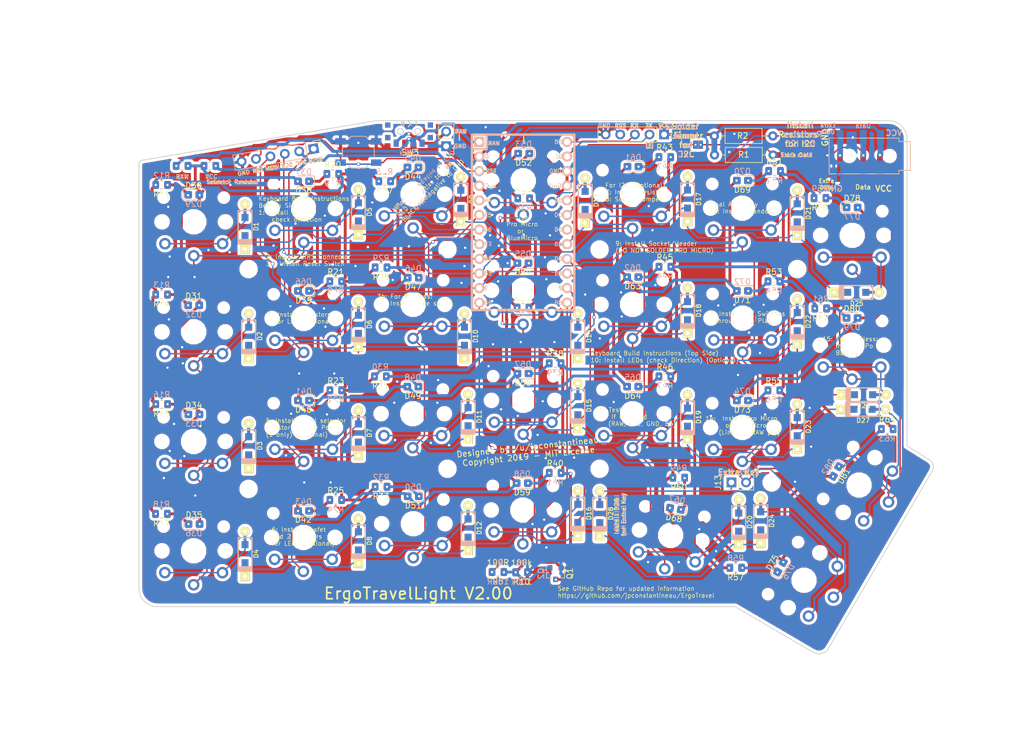
<source format=kicad_pcb>
(kicad_pcb (version 20171130) (host pcbnew "(5.0.0)")
  (layers (0 F.Cu signal) (31 B.Cu signal) (34 B.Paste user) (35 F.Paste user) (36 B.SilkS user) (37 F.SilkS user) (38 B.Mask user) (39 F.Mask user) (44 Edge.Cuts user))
  (net 0 "")
  (net 1 row0)
  (net 2 "Net-(D1-Pad2)")
  (net 3 row1)
  (net 4 "Net-(D2-Pad2)")
  (net 5 row2)
  (net 6 "Net-(D3-Pad2)")
  (net 7 row3)
  (net 8 "Net-(D4-Pad2)")
  (net 9 "Net-(D5-Pad2)")
  (net 10 "Net-(D6-Pad2)")
  (net 11 "Net-(D7-Pad2)")
  (net 12 "Net-(D8-Pad2)")
  (net 13 "Net-(D9-Pad2)")
  (net 14 "Net-(D10-Pad2)")
  (net 15 "Net-(D11-Pad2)")
  (net 16 "Net-(D12-Pad2)")
  (net 17 "Net-(D13-Pad2)")
  (net 18 "Net-(D14-Pad2)")
  (net 19 "Net-(D15-Pad2)")
  (net 20 "Net-(D16-Pad2)")
  (net 21 "Net-(D17-Pad2)")
  (net 22 "Net-(D18-Pad2)")
  (net 23 "Net-(D19-Pad2)")
  (net 24 "Net-(D20-Pad2)")
  (net 25 "Net-(D21-Pad2)")
  (net 26 "Net-(D22-Pad2)")
  (net 27 "Net-(D23-Pad2)")
  (net 28 "Net-(D24-Pad2)")
  (net 29 "Net-(D25-Pad2)")
  (net 30 "Net-(D26-Pad2)")
  (net 31 "Net-(D27-Pad2)")
  (net 32 VCC)
  (net 33 ws2812di)
  (net 34 GND)
  (net 35 sda)
  (net 36 scl)
  (net 37 col0)
  (net 38 col1)
  (net 39 col2)
  (net 40 col6)
  (net 41 SCK)
  (net 42 MISO)
  (net 43 MOSI)
  (net 44 RESET)
  (net 45 sdaPM)
  (net 46 RX)
  (net 47 "Net-(D28-Pad2)")
  (net 48 /RAW)
  (net 49 "Net-(D29-Pad1)")
  (net 50 /LEDPOWER)
  (net 51 "Net-(D31-Pad1)")
  (net 52 "Net-(D33-Pad1)")
  (net 53 "Net-(D35-Pad1)")
  (net 54 "Net-(D37-Pad1)")
  (net 55 "Net-(D40-Pad1)")
  (net 56 "Net-(D42-Pad1)")
  (net 57 "Net-(D44-Pad1)")
  (net 58 "Net-(D46-Pad1)")
  (net 59 "Net-(D48-Pad1)")
  (net 60 "Net-(D50-Pad1)")
  (net 61 "Net-(D52-Pad1)")
  (net 62 "Net-(D54-Pad1)")
  (net 63 "Net-(D56-Pad1)")
  (net 64 "Net-(D58-Pad1)")
  (net 65 "Net-(D60-Pad1)")
  (net 66 "Net-(D62-Pad1)")
  (net 67 "Net-(D64-Pad1)")
  (net 68 "Net-(D67-Pad1)")
  (net 69 "Net-(D69-Pad1)")
  (net 70 "Net-(D71-Pad1)")
  (net 71 "Net-(D73-Pad1)")
  (net 72 "Net-(D75-Pad1)")
  (net 73 "Net-(D77-Pad1)")
  (net 74 "Net-(D79-Pad1)")
  (net 75 "Net-(D81-Pad1)")
  (net 76 "Net-(J14-Pad2)")
  (net 77 "Net-(Q1-Pad1)")
  (net 78 /LEDDRIVER)
  (net 79 backlight)
  (net 80 /LINK)
  (module footprints:D_SOD123_axial-dual (layer F.Cu) (at 93.345 64.77 90)
    (fp_text reference D1 (at 0 1.925 90) (layer F.SilkS) (effects (font (size 0.8 0.8))))
    (fp_text value D hide)
    (pad 1 smd rect (at -2.7 0 90) (size 2.5 0.5) (layers B.Cu) (net 1 row0))
    (pad 1 smd rect (at -1.575 0 90) (size 1.2 1.2) (layers B.Cu B.Paste B.Mask) (net 1 row0))
    (pad 2 smd rect (at 1.575 0 90) (size 1.2 1.2) (layers B.Cu B.Paste B.Mask) (net 2 "Net-(D1-Pad2)"))
    (pad 2 smd rect (at 2.7 0 90) (size 2.5 0.5) (layers B.Cu) (net 2 "Net-(D1-Pad2)"))
    (pad 2 smd rect (at 1.575 0 90) (size 1.2 1.2) (layers F.Cu F.Paste F.Mask) (net 2 "Net-(D1-Pad2)"))
    (pad 1 smd rect (at -1.575 0 90) (size 1.2 1.2) (layers F.Cu F.Paste F.Mask) (net 1 row0))
    (pad 1 thru_hole rect (at -3.9 0 90) (size 1.6 1.6) (drill 0.7) (layers *.Cu *.Mask F.SilkS) (net 1 row0))
    (pad 2 thru_hole circle (at 3.9 0 90) (size 1.6 1.6) (drill 0.7) (layers *.Cu *.Mask F.SilkS) (net 2 "Net-(D1-Pad2)"))
    (pad 1 smd rect (at -2.7 0 90) (size 2.5 0.5) (layers F.Cu) (net 1 row0))
    (pad 2 smd rect (at 2.7 0 90) (size 2.5 0.5) (layers F.Cu) (net 2 "Net-(D1-Pad2)"))
  )
  (module footprints:D_SOD123_axial-dual (layer F.Cu) (at 93.98 83.82 90)
    (fp_text reference D2 (at 0 1.925 90) (layer F.SilkS) (effects (font (size 0.8 0.8))))
    (fp_text value D hide)
    (pad 1 smd rect (at -2.7 0 90) (size 2.5 0.5) (layers B.Cu) (net 3 row1))
    (pad 1 smd rect (at -1.575 0 90) (size 1.2 1.2) (layers B.Cu B.Paste B.Mask) (net 3 row1))
    (pad 2 smd rect (at 1.575 0 90) (size 1.2 1.2) (layers B.Cu B.Paste B.Mask) (net 4 "Net-(D2-Pad2)"))
    (pad 2 smd rect (at 2.7 0 90) (size 2.5 0.5) (layers B.Cu) (net 4 "Net-(D2-Pad2)"))
    (pad 2 smd rect (at 1.575 0 90) (size 1.2 1.2) (layers F.Cu F.Paste F.Mask) (net 4 "Net-(D2-Pad2)"))
    (pad 1 smd rect (at -1.575 0 90) (size 1.2 1.2) (layers F.Cu F.Paste F.Mask) (net 3 row1))
    (pad 1 thru_hole rect (at -3.9 0 90) (size 1.6 1.6) (drill 0.7) (layers *.Cu *.Mask F.SilkS) (net 3 row1))
    (pad 2 thru_hole circle (at 3.9 0 90) (size 1.6 1.6) (drill 0.7) (layers *.Cu *.Mask F.SilkS) (net 4 "Net-(D2-Pad2)"))
    (pad 1 smd rect (at -2.7 0 90) (size 2.5 0.5) (layers F.Cu) (net 3 row1))
    (pad 2 smd rect (at 2.7 0 90) (size 2.5 0.5) (layers F.Cu) (net 4 "Net-(D2-Pad2)"))
  )
  (module footprints:D_SOD123_axial-dual (layer F.Cu) (at 93.98 102.87 90)
    (fp_text reference D3 (at 0 1.925 90) (layer F.SilkS) (effects (font (size 0.8 0.8))))
    (fp_text value D hide)
    (pad 1 smd rect (at -2.7 0 90) (size 2.5 0.5) (layers B.Cu) (net 5 row2))
    (pad 1 smd rect (at -1.575 0 90) (size 1.2 1.2) (layers B.Cu B.Paste B.Mask) (net 5 row2))
    (pad 2 smd rect (at 1.575 0 90) (size 1.2 1.2) (layers B.Cu B.Paste B.Mask) (net 6 "Net-(D3-Pad2)"))
    (pad 2 smd rect (at 2.7 0 90) (size 2.5 0.5) (layers B.Cu) (net 6 "Net-(D3-Pad2)"))
    (pad 2 smd rect (at 1.575 0 90) (size 1.2 1.2) (layers F.Cu F.Paste F.Mask) (net 6 "Net-(D3-Pad2)"))
    (pad 1 smd rect (at -1.575 0 90) (size 1.2 1.2) (layers F.Cu F.Paste F.Mask) (net 5 row2))
    (pad 1 thru_hole rect (at -3.9 0 90) (size 1.6 1.6) (drill 0.7) (layers *.Cu *.Mask F.SilkS) (net 5 row2))
    (pad 2 thru_hole circle (at 3.9 0 90) (size 1.6 1.6) (drill 0.7) (layers *.Cu *.Mask F.SilkS) (net 6 "Net-(D3-Pad2)"))
    (pad 1 smd rect (at -2.7 0 90) (size 2.5 0.5) (layers F.Cu) (net 5 row2))
    (pad 2 smd rect (at 2.7 0 90) (size 2.5 0.5) (layers F.Cu) (net 6 "Net-(D3-Pad2)"))
  )
  (module footprints:D_SOD123_axial-dual (layer F.Cu) (at 93.345 121.615 90)
    (fp_text reference D4 (at 0 1.925 90) (layer F.SilkS) (effects (font (size 0.8 0.8))))
    (fp_text value D hide)
    (pad 1 smd rect (at -2.7 0 90) (size 2.5 0.5) (layers B.Cu) (net 7 row3))
    (pad 1 smd rect (at -1.575 0 90) (size 1.2 1.2) (layers B.Cu B.Paste B.Mask) (net 7 row3))
    (pad 2 smd rect (at 1.575 0 90) (size 1.2 1.2) (layers B.Cu B.Paste B.Mask) (net 8 "Net-(D4-Pad2)"))
    (pad 2 smd rect (at 2.7 0 90) (size 2.5 0.5) (layers B.Cu) (net 8 "Net-(D4-Pad2)"))
    (pad 2 smd rect (at 1.575 0 90) (size 1.2 1.2) (layers F.Cu F.Paste F.Mask) (net 8 "Net-(D4-Pad2)"))
    (pad 1 smd rect (at -1.575 0 90) (size 1.2 1.2) (layers F.Cu F.Paste F.Mask) (net 7 row3))
    (pad 1 thru_hole rect (at -3.9 0 90) (size 1.6 1.6) (drill 0.7) (layers *.Cu *.Mask F.SilkS) (net 7 row3))
    (pad 2 thru_hole circle (at 3.9 0 90) (size 1.6 1.6) (drill 0.7) (layers *.Cu *.Mask F.SilkS) (net 8 "Net-(D4-Pad2)"))
    (pad 1 smd rect (at -2.7 0 90) (size 2.5 0.5) (layers F.Cu) (net 7 row3))
    (pad 2 smd rect (at 2.7 0 90) (size 2.5 0.5) (layers F.Cu) (net 8 "Net-(D4-Pad2)"))
  )
  (module footprints:D_SOD123_axial-dual (layer F.Cu) (at 113.03 62.23 90)
    (fp_text reference D5 (at 0 1.925 90) (layer F.SilkS) (effects (font (size 0.8 0.8))))
    (fp_text value D hide)
    (pad 1 smd rect (at -2.7 0 90) (size 2.5 0.5) (layers B.Cu) (net 1 row0))
    (pad 1 smd rect (at -1.575 0 90) (size 1.2 1.2) (layers B.Cu B.Paste B.Mask) (net 1 row0))
    (pad 2 smd rect (at 1.575 0 90) (size 1.2 1.2) (layers B.Cu B.Paste B.Mask) (net 9 "Net-(D5-Pad2)"))
    (pad 2 smd rect (at 2.7 0 90) (size 2.5 0.5) (layers B.Cu) (net 9 "Net-(D5-Pad2)"))
    (pad 2 smd rect (at 1.575 0 90) (size 1.2 1.2) (layers F.Cu F.Paste F.Mask) (net 9 "Net-(D5-Pad2)"))
    (pad 1 smd rect (at -1.575 0 90) (size 1.2 1.2) (layers F.Cu F.Paste F.Mask) (net 1 row0))
    (pad 1 thru_hole rect (at -3.9 0 90) (size 1.6 1.6) (drill 0.7) (layers *.Cu *.Mask F.SilkS) (net 1 row0))
    (pad 2 thru_hole circle (at 3.9 0 90) (size 1.6 1.6) (drill 0.7) (layers *.Cu *.Mask F.SilkS) (net 9 "Net-(D5-Pad2)"))
    (pad 1 smd rect (at -2.7 0 90) (size 2.5 0.5) (layers F.Cu) (net 1 row0))
    (pad 2 smd rect (at 2.7 0 90) (size 2.5 0.5) (layers F.Cu) (net 9 "Net-(D5-Pad2)"))
  )
  (module footprints:D_SOD123_axial-dual (layer F.Cu) (at 113.03 81.755 90)
    (fp_text reference D6 (at 0 1.925 90) (layer F.SilkS) (effects (font (size 0.8 0.8))))
    (fp_text value D hide)
    (pad 1 smd rect (at -2.7 0 90) (size 2.5 0.5) (layers B.Cu) (net 3 row1))
    (pad 1 smd rect (at -1.575 0 90) (size 1.2 1.2) (layers B.Cu B.Paste B.Mask) (net 3 row1))
    (pad 2 smd rect (at 1.575 0 90) (size 1.2 1.2) (layers B.Cu B.Paste B.Mask) (net 10 "Net-(D6-Pad2)"))
    (pad 2 smd rect (at 2.7 0 90) (size 2.5 0.5) (layers B.Cu) (net 10 "Net-(D6-Pad2)"))
    (pad 2 smd rect (at 1.575 0 90) (size 1.2 1.2) (layers F.Cu F.Paste F.Mask) (net 10 "Net-(D6-Pad2)"))
    (pad 1 smd rect (at -1.575 0 90) (size 1.2 1.2) (layers F.Cu F.Paste F.Mask) (net 3 row1))
    (pad 1 thru_hole rect (at -3.9 0 90) (size 1.6 1.6) (drill 0.7) (layers *.Cu *.Mask F.SilkS) (net 3 row1))
    (pad 2 thru_hole circle (at 3.9 0 90) (size 1.6 1.6) (drill 0.7) (layers *.Cu *.Mask F.SilkS) (net 10 "Net-(D6-Pad2)"))
    (pad 1 smd rect (at -2.7 0 90) (size 2.5 0.5) (layers F.Cu) (net 3 row1))
    (pad 2 smd rect (at 2.7 0 90) (size 2.5 0.5) (layers F.Cu) (net 10 "Net-(D6-Pad2)"))
  )
  (module footprints:D_SOD123_axial-dual (layer F.Cu) (at 113.03 100.635 90)
    (fp_text reference D7 (at 0 1.925 90) (layer F.SilkS) (effects (font (size 0.8 0.8))))
    (fp_text value D hide)
    (pad 1 smd rect (at -2.7 0 90) (size 2.5 0.5) (layers B.Cu) (net 5 row2))
    (pad 1 smd rect (at -1.575 0 90) (size 1.2 1.2) (layers B.Cu B.Paste B.Mask) (net 5 row2))
    (pad 2 smd rect (at 1.575 0 90) (size 1.2 1.2) (layers B.Cu B.Paste B.Mask) (net 11 "Net-(D7-Pad2)"))
    (pad 2 smd rect (at 2.7 0 90) (size 2.5 0.5) (layers B.Cu) (net 11 "Net-(D7-Pad2)"))
    (pad 2 smd rect (at 1.575 0 90) (size 1.2 1.2) (layers F.Cu F.Paste F.Mask) (net 11 "Net-(D7-Pad2)"))
    (pad 1 smd rect (at -1.575 0 90) (size 1.2 1.2) (layers F.Cu F.Paste F.Mask) (net 5 row2))
    (pad 1 thru_hole rect (at -3.9 0 90) (size 1.6 1.6) (drill 0.7) (layers *.Cu *.Mask F.SilkS) (net 5 row2))
    (pad 2 thru_hole circle (at 3.9 0 90) (size 1.6 1.6) (drill 0.7) (layers *.Cu *.Mask F.SilkS) (net 11 "Net-(D7-Pad2)"))
    (pad 1 smd rect (at -2.7 0 90) (size 2.5 0.5) (layers F.Cu) (net 5 row2))
    (pad 2 smd rect (at 2.7 0 90) (size 2.5 0.5) (layers F.Cu) (net 11 "Net-(D7-Pad2)"))
  )
  (module footprints:D_SOD123_axial-dual (layer F.Cu) (at 113.03 119.38 90)
    (fp_text reference D8 (at 0 1.925 90) (layer F.SilkS) (effects (font (size 0.8 0.8))))
    (fp_text value D hide)
    (pad 1 smd rect (at -2.7 0 90) (size 2.5 0.5) (layers B.Cu) (net 7 row3))
    (pad 1 smd rect (at -1.575 0 90) (size 1.2 1.2) (layers B.Cu B.Paste B.Mask) (net 7 row3))
    (pad 2 smd rect (at 1.575 0 90) (size 1.2 1.2) (layers B.Cu B.Paste B.Mask) (net 12 "Net-(D8-Pad2)"))
    (pad 2 smd rect (at 2.7 0 90) (size 2.5 0.5) (layers B.Cu) (net 12 "Net-(D8-Pad2)"))
    (pad 2 smd rect (at 1.575 0 90) (size 1.2 1.2) (layers F.Cu F.Paste F.Mask) (net 12 "Net-(D8-Pad2)"))
    (pad 1 smd rect (at -1.575 0 90) (size 1.2 1.2) (layers F.Cu F.Paste F.Mask) (net 7 row3))
    (pad 1 thru_hole rect (at -3.9 0 90) (size 1.6 1.6) (drill 0.7) (layers *.Cu *.Mask F.SilkS) (net 7 row3))
    (pad 2 thru_hole circle (at 3.9 0 90) (size 1.6 1.6) (drill 0.7) (layers *.Cu *.Mask F.SilkS) (net 12 "Net-(D8-Pad2)"))
    (pad 1 smd rect (at -2.7 0 90) (size 2.5 0.5) (layers F.Cu) (net 7 row3))
    (pad 2 smd rect (at 2.7 0 90) (size 2.5 0.5) (layers F.Cu) (net 12 "Net-(D8-Pad2)"))
  )
  (module footprints:D_SOD123_axial-dual (layer F.Cu) (at 130.81 60.02 90)
    (fp_text reference D9 (at 0 1.925 90) (layer F.SilkS) (effects (font (size 0.8 0.8))))
    (fp_text value D hide)
    (pad 1 smd rect (at -2.7 0 90) (size 2.5 0.5) (layers B.Cu) (net 1 row0))
    (pad 1 smd rect (at -1.575 0 90) (size 1.2 1.2) (layers B.Cu B.Paste B.Mask) (net 1 row0))
    (pad 2 smd rect (at 1.575 0 90) (size 1.2 1.2) (layers B.Cu B.Paste B.Mask) (net 13 "Net-(D9-Pad2)"))
    (pad 2 smd rect (at 2.7 0 90) (size 2.5 0.5) (layers B.Cu) (net 13 "Net-(D9-Pad2)"))
    (pad 2 smd rect (at 1.575 0 90) (size 1.2 1.2) (layers F.Cu F.Paste F.Mask) (net 13 "Net-(D9-Pad2)"))
    (pad 1 smd rect (at -1.575 0 90) (size 1.2 1.2) (layers F.Cu F.Paste F.Mask) (net 1 row0))
    (pad 1 thru_hole rect (at -3.9 0 90) (size 1.6 1.6) (drill 0.7) (layers *.Cu *.Mask F.SilkS) (net 1 row0))
    (pad 2 thru_hole circle (at 3.9 0 90) (size 1.6 1.6) (drill 0.7) (layers *.Cu *.Mask F.SilkS) (net 13 "Net-(D9-Pad2)"))
    (pad 1 smd rect (at -2.7 0 90) (size 2.5 0.5) (layers F.Cu) (net 1 row0))
    (pad 2 smd rect (at 2.7 0 90) (size 2.5 0.5) (layers F.Cu) (net 13 "Net-(D9-Pad2)"))
  )
  (module footprints:D_SOD123_axial-dual (layer F.Cu) (at 131.445 83.82 90)
    (fp_text reference D10 (at 0 1.925 90) (layer F.SilkS) (effects (font (size 0.8 0.8))))
    (fp_text value D hide)
    (pad 1 smd rect (at -2.7 0 90) (size 2.5 0.5) (layers B.Cu) (net 3 row1))
    (pad 1 smd rect (at -1.575 0 90) (size 1.2 1.2) (layers B.Cu B.Paste B.Mask) (net 3 row1))
    (pad 2 smd rect (at 1.575 0 90) (size 1.2 1.2) (layers B.Cu B.Paste B.Mask) (net 14 "Net-(D10-Pad2)"))
    (pad 2 smd rect (at 2.7 0 90) (size 2.5 0.5) (layers B.Cu) (net 14 "Net-(D10-Pad2)"))
    (pad 2 smd rect (at 1.575 0 90) (size 1.2 1.2) (layers F.Cu F.Paste F.Mask) (net 14 "Net-(D10-Pad2)"))
    (pad 1 smd rect (at -1.575 0 90) (size 1.2 1.2) (layers F.Cu F.Paste F.Mask) (net 3 row1))
    (pad 1 thru_hole rect (at -3.9 0 90) (size 1.6 1.6) (drill 0.7) (layers *.Cu *.Mask F.SilkS) (net 3 row1))
    (pad 2 thru_hole circle (at 3.9 0 90) (size 1.6 1.6) (drill 0.7) (layers *.Cu *.Mask F.SilkS) (net 14 "Net-(D10-Pad2)"))
    (pad 1 smd rect (at -2.7 0 90) (size 2.5 0.5) (layers F.Cu) (net 3 row1))
    (pad 2 smd rect (at 2.7 0 90) (size 2.5 0.5) (layers F.Cu) (net 14 "Net-(D10-Pad2)"))
  )
  (module footprints:D_SOD123_axial-dual (layer F.Cu) (at 132.08 97.79 90)
    (fp_text reference D11 (at 0 1.925 90) (layer F.SilkS) (effects (font (size 0.8 0.8))))
    (fp_text value D hide)
    (pad 1 smd rect (at -2.7 0 90) (size 2.5 0.5) (layers B.Cu) (net 5 row2))
    (pad 1 smd rect (at -1.575 0 90) (size 1.2 1.2) (layers B.Cu B.Paste B.Mask) (net 5 row2))
    (pad 2 smd rect (at 1.575 0 90) (size 1.2 1.2) (layers B.Cu B.Paste B.Mask) (net 15 "Net-(D11-Pad2)"))
    (pad 2 smd rect (at 2.7 0 90) (size 2.5 0.5) (layers B.Cu) (net 15 "Net-(D11-Pad2)"))
    (pad 2 smd rect (at 1.575 0 90) (size 1.2 1.2) (layers F.Cu F.Paste F.Mask) (net 15 "Net-(D11-Pad2)"))
    (pad 1 smd rect (at -1.575 0 90) (size 1.2 1.2) (layers F.Cu F.Paste F.Mask) (net 5 row2))
    (pad 1 thru_hole rect (at -3.9 0 90) (size 1.6 1.6) (drill 0.7) (layers *.Cu *.Mask F.SilkS) (net 5 row2))
    (pad 2 thru_hole circle (at 3.9 0 90) (size 1.6 1.6) (drill 0.7) (layers *.Cu *.Mask F.SilkS) (net 15 "Net-(D11-Pad2)"))
    (pad 1 smd rect (at -2.7 0 90) (size 2.5 0.5) (layers F.Cu) (net 5 row2))
    (pad 2 smd rect (at 2.7 0 90) (size 2.5 0.5) (layers F.Cu) (net 15 "Net-(D11-Pad2)"))
  )
  (module footprints:D_SOD123_axial-dual (layer F.Cu) (at 132.08 117.145 90)
    (fp_text reference D12 (at 0 1.925 90) (layer F.SilkS) (effects (font (size 0.8 0.8))))
    (fp_text value D hide)
    (pad 1 smd rect (at -2.7 0 90) (size 2.5 0.5) (layers B.Cu) (net 7 row3))
    (pad 1 smd rect (at -1.575 0 90) (size 1.2 1.2) (layers B.Cu B.Paste B.Mask) (net 7 row3))
    (pad 2 smd rect (at 1.575 0 90) (size 1.2 1.2) (layers B.Cu B.Paste B.Mask) (net 16 "Net-(D12-Pad2)"))
    (pad 2 smd rect (at 2.7 0 90) (size 2.5 0.5) (layers B.Cu) (net 16 "Net-(D12-Pad2)"))
    (pad 2 smd rect (at 1.575 0 90) (size 1.2 1.2) (layers F.Cu F.Paste F.Mask) (net 16 "Net-(D12-Pad2)"))
    (pad 1 smd rect (at -1.575 0 90) (size 1.2 1.2) (layers F.Cu F.Paste F.Mask) (net 7 row3))
    (pad 1 thru_hole rect (at -3.9 0 90) (size 1.6 1.6) (drill 0.7) (layers *.Cu *.Mask F.SilkS) (net 7 row3))
    (pad 2 thru_hole circle (at 3.9 0 90) (size 1.6 1.6) (drill 0.7) (layers *.Cu *.Mask F.SilkS) (net 16 "Net-(D12-Pad2)"))
    (pad 1 smd rect (at -2.7 0 90) (size 2.5 0.5) (layers F.Cu) (net 7 row3))
    (pad 2 smd rect (at 2.7 0 90) (size 2.5 0.5) (layers F.Cu) (net 16 "Net-(D12-Pad2)"))
  )
  (module footprints:D_SOD123_axial-dual (layer F.Cu) (at 152.4 60.235 90)
    (fp_text reference D13 (at 0 1.925 90) (layer F.SilkS) (effects (font (size 0.8 0.8))))
    (fp_text value D hide)
    (pad 1 smd rect (at -2.7 0 90) (size 2.5 0.5) (layers B.Cu) (net 1 row0))
    (pad 1 smd rect (at -1.575 0 90) (size 1.2 1.2) (layers B.Cu B.Paste B.Mask) (net 1 row0))
    (pad 2 smd rect (at 1.575 0 90) (size 1.2 1.2) (layers B.Cu B.Paste B.Mask) (net 17 "Net-(D13-Pad2)"))
    (pad 2 smd rect (at 2.7 0 90) (size 2.5 0.5) (layers B.Cu) (net 17 "Net-(D13-Pad2)"))
    (pad 2 smd rect (at 1.575 0 90) (size 1.2 1.2) (layers F.Cu F.Paste F.Mask) (net 17 "Net-(D13-Pad2)"))
    (pad 1 smd rect (at -1.575 0 90) (size 1.2 1.2) (layers F.Cu F.Paste F.Mask) (net 1 row0))
    (pad 1 thru_hole rect (at -3.9 0 90) (size 1.6 1.6) (drill 0.7) (layers *.Cu *.Mask F.SilkS) (net 1 row0))
    (pad 2 thru_hole circle (at 3.9 0 90) (size 1.6 1.6) (drill 0.7) (layers *.Cu *.Mask F.SilkS) (net 17 "Net-(D13-Pad2)"))
    (pad 1 smd rect (at -2.7 0 90) (size 2.5 0.5) (layers F.Cu) (net 1 row0))
    (pad 2 smd rect (at 2.7 0 90) (size 2.5 0.5) (layers F.Cu) (net 17 "Net-(D13-Pad2)"))
  )
  (module footprints:D_SOD123_axial-dual (layer F.Cu) (at 151.13 83.82 90)
    (fp_text reference D14 (at 0 1.925 90) (layer F.SilkS) (effects (font (size 0.8 0.8))))
    (fp_text value D hide)
    (pad 1 smd rect (at -2.7 0 90) (size 2.5 0.5) (layers B.Cu) (net 3 row1))
    (pad 1 smd rect (at -1.575 0 90) (size 1.2 1.2) (layers B.Cu B.Paste B.Mask) (net 3 row1))
    (pad 2 smd rect (at 1.575 0 90) (size 1.2 1.2) (layers B.Cu B.Paste B.Mask) (net 18 "Net-(D14-Pad2)"))
    (pad 2 smd rect (at 2.7 0 90) (size 2.5 0.5) (layers B.Cu) (net 18 "Net-(D14-Pad2)"))
    (pad 2 smd rect (at 1.575 0 90) (size 1.2 1.2) (layers F.Cu F.Paste F.Mask) (net 18 "Net-(D14-Pad2)"))
    (pad 1 smd rect (at -1.575 0 90) (size 1.2 1.2) (layers F.Cu F.Paste F.Mask) (net 3 row1))
    (pad 1 thru_hole rect (at -3.9 0 90) (size 1.6 1.6) (drill 0.7) (layers *.Cu *.Mask F.SilkS) (net 3 row1))
    (pad 2 thru_hole circle (at 3.9 0 90) (size 1.6 1.6) (drill 0.7) (layers *.Cu *.Mask F.SilkS) (net 18 "Net-(D14-Pad2)"))
    (pad 1 smd rect (at -2.7 0 90) (size 2.5 0.5) (layers F.Cu) (net 3 row1))
    (pad 2 smd rect (at 2.7 0 90) (size 2.5 0.5) (layers F.Cu) (net 18 "Net-(D14-Pad2)"))
  )
  (module footprints:D_SOD123_axial-dual (layer F.Cu) (at 151.13 95.885 90)
    (fp_text reference D15 (at 0 1.925 90) (layer F.SilkS) (effects (font (size 0.8 0.8))))
    (fp_text value D hide)
    (pad 1 smd rect (at -2.7 0 90) (size 2.5 0.5) (layers B.Cu) (net 5 row2))
    (pad 1 smd rect (at -1.575 0 90) (size 1.2 1.2) (layers B.Cu B.Paste B.Mask) (net 5 row2))
    (pad 2 smd rect (at 1.575 0 90) (size 1.2 1.2) (layers B.Cu B.Paste B.Mask) (net 19 "Net-(D15-Pad2)"))
    (pad 2 smd rect (at 2.7 0 90) (size 2.5 0.5) (layers B.Cu) (net 19 "Net-(D15-Pad2)"))
    (pad 2 smd rect (at 1.575 0 90) (size 1.2 1.2) (layers F.Cu F.Paste F.Mask) (net 19 "Net-(D15-Pad2)"))
    (pad 1 smd rect (at -1.575 0 90) (size 1.2 1.2) (layers F.Cu F.Paste F.Mask) (net 5 row2))
    (pad 1 thru_hole rect (at -3.9 0 90) (size 1.6 1.6) (drill 0.7) (layers *.Cu *.Mask F.SilkS) (net 5 row2))
    (pad 2 thru_hole circle (at 3.9 0 90) (size 1.6 1.6) (drill 0.7) (layers *.Cu *.Mask F.SilkS) (net 19 "Net-(D15-Pad2)"))
    (pad 1 smd rect (at -2.7 0 90) (size 2.5 0.5) (layers F.Cu) (net 5 row2))
    (pad 2 smd rect (at 2.7 0 90) (size 2.5 0.5) (layers F.Cu) (net 19 "Net-(D15-Pad2)"))
  )
  (module footprints:D_SOD123_axial-dual (layer F.Cu) (at 151.13 114.605 90)
    (fp_text reference D16 (at 0 1.925 90) (layer F.SilkS) (effects (font (size 0.8 0.8))))
    (fp_text value D hide)
    (pad 1 smd rect (at -2.7 0 90) (size 2.5 0.5) (layers B.Cu) (net 7 row3))
    (pad 1 smd rect (at -1.575 0 90) (size 1.2 1.2) (layers B.Cu B.Paste B.Mask) (net 7 row3))
    (pad 2 smd rect (at 1.575 0 90) (size 1.2 1.2) (layers B.Cu B.Paste B.Mask) (net 20 "Net-(D16-Pad2)"))
    (pad 2 smd rect (at 2.7 0 90) (size 2.5 0.5) (layers B.Cu) (net 20 "Net-(D16-Pad2)"))
    (pad 2 smd rect (at 1.575 0 90) (size 1.2 1.2) (layers F.Cu F.Paste F.Mask) (net 20 "Net-(D16-Pad2)"))
    (pad 1 smd rect (at -1.575 0 90) (size 1.2 1.2) (layers F.Cu F.Paste F.Mask) (net 7 row3))
    (pad 1 thru_hole rect (at -3.9 0 90) (size 1.6 1.6) (drill 0.7) (layers *.Cu *.Mask F.SilkS) (net 7 row3))
    (pad 2 thru_hole circle (at 3.9 0 90) (size 1.6 1.6) (drill 0.7) (layers *.Cu *.Mask F.SilkS) (net 20 "Net-(D16-Pad2)"))
    (pad 1 smd rect (at -2.7 0 90) (size 2.5 0.5) (layers F.Cu) (net 7 row3))
    (pad 2 smd rect (at 2.7 0 90) (size 2.5 0.5) (layers F.Cu) (net 20 "Net-(D16-Pad2)"))
  )
  (module footprints:D_SOD123_axial-dual (layer F.Cu) (at 170.18 59.995 90)
    (fp_text reference D17 (at 0 1.925 90) (layer F.SilkS) (effects (font (size 0.8 0.8))))
    (fp_text value D hide)
    (pad 1 smd rect (at -2.7 0 90) (size 2.5 0.5) (layers B.Cu) (net 1 row0))
    (pad 1 smd rect (at -1.575 0 90) (size 1.2 1.2) (layers B.Cu B.Paste B.Mask) (net 1 row0))
    (pad 2 smd rect (at 1.575 0 90) (size 1.2 1.2) (layers B.Cu B.Paste B.Mask) (net 21 "Net-(D17-Pad2)"))
    (pad 2 smd rect (at 2.7 0 90) (size 2.5 0.5) (layers B.Cu) (net 21 "Net-(D17-Pad2)"))
    (pad 2 smd rect (at 1.575 0 90) (size 1.2 1.2) (layers F.Cu F.Paste F.Mask) (net 21 "Net-(D17-Pad2)"))
    (pad 1 smd rect (at -1.575 0 90) (size 1.2 1.2) (layers F.Cu F.Paste F.Mask) (net 1 row0))
    (pad 1 thru_hole rect (at -3.9 0 90) (size 1.6 1.6) (drill 0.7) (layers *.Cu *.Mask F.SilkS) (net 1 row0))
    (pad 2 thru_hole circle (at 3.9 0 90) (size 1.6 1.6) (drill 0.7) (layers *.Cu *.Mask F.SilkS) (net 21 "Net-(D17-Pad2)"))
    (pad 1 smd rect (at -2.7 0 90) (size 2.5 0.5) (layers F.Cu) (net 1 row0))
    (pad 2 smd rect (at 2.7 0 90) (size 2.5 0.5) (layers F.Cu) (net 21 "Net-(D17-Pad2)"))
  )
  (module footprints:D_SOD123_axial-dual (layer F.Cu) (at 170.18 79.375 90)
    (fp_text reference D18 (at 0 1.925 90) (layer F.SilkS) (effects (font (size 0.8 0.8))))
    (fp_text value D hide)
    (pad 1 smd rect (at -2.7 0 90) (size 2.5 0.5) (layers B.Cu) (net 3 row1))
    (pad 1 smd rect (at -1.575 0 90) (size 1.2 1.2) (layers B.Cu B.Paste B.Mask) (net 3 row1))
    (pad 2 smd rect (at 1.575 0 90) (size 1.2 1.2) (layers B.Cu B.Paste B.Mask) (net 22 "Net-(D18-Pad2)"))
    (pad 2 smd rect (at 2.7 0 90) (size 2.5 0.5) (layers B.Cu) (net 22 "Net-(D18-Pad2)"))
    (pad 2 smd rect (at 1.575 0 90) (size 1.2 1.2) (layers F.Cu F.Paste F.Mask) (net 22 "Net-(D18-Pad2)"))
    (pad 1 smd rect (at -1.575 0 90) (size 1.2 1.2) (layers F.Cu F.Paste F.Mask) (net 3 row1))
    (pad 1 thru_hole rect (at -3.9 0 90) (size 1.6 1.6) (drill 0.7) (layers *.Cu *.Mask F.SilkS) (net 3 row1))
    (pad 2 thru_hole circle (at 3.9 0 90) (size 1.6 1.6) (drill 0.7) (layers *.Cu *.Mask F.SilkS) (net 22 "Net-(D18-Pad2)"))
    (pad 1 smd rect (at -2.7 0 90) (size 2.5 0.5) (layers F.Cu) (net 3 row1))
    (pad 2 smd rect (at 2.7 0 90) (size 2.5 0.5) (layers F.Cu) (net 22 "Net-(D18-Pad2)"))
  )
  (module footprints:D_SOD123_axial-dual (layer F.Cu) (at 170.18 97.88 90)
    (fp_text reference D19 (at 0 1.925 90) (layer F.SilkS) (effects (font (size 0.8 0.8))))
    (fp_text value D hide)
    (pad 1 smd rect (at -2.7 0 90) (size 2.5 0.5) (layers B.Cu) (net 5 row2))
    (pad 1 smd rect (at -1.575 0 90) (size 1.2 1.2) (layers B.Cu B.Paste B.Mask) (net 5 row2))
    (pad 2 smd rect (at 1.575 0 90) (size 1.2 1.2) (layers B.Cu B.Paste B.Mask) (net 23 "Net-(D19-Pad2)"))
    (pad 2 smd rect (at 2.7 0 90) (size 2.5 0.5) (layers B.Cu) (net 23 "Net-(D19-Pad2)"))
    (pad 2 smd rect (at 1.575 0 90) (size 1.2 1.2) (layers F.Cu F.Paste F.Mask) (net 23 "Net-(D19-Pad2)"))
    (pad 1 smd rect (at -1.575 0 90) (size 1.2 1.2) (layers F.Cu F.Paste F.Mask) (net 5 row2))
    (pad 1 thru_hole rect (at -3.9 0 90) (size 1.6 1.6) (drill 0.7) (layers *.Cu *.Mask F.SilkS) (net 5 row2))
    (pad 2 thru_hole circle (at 3.9 0 90) (size 1.6 1.6) (drill 0.7) (layers *.Cu *.Mask F.SilkS) (net 23 "Net-(D19-Pad2)"))
    (pad 1 smd rect (at -2.7 0 90) (size 2.5 0.5) (layers F.Cu) (net 5 row2))
    (pad 2 smd rect (at 2.7 0 90) (size 2.5 0.5) (layers F.Cu) (net 23 "Net-(D19-Pad2)"))
  )
  (module footprints:D_SOD123_axial-dual (layer F.Cu) (at 179.07 116.115 90)
    (fp_text reference D20 (at 0 1.925 90) (layer F.SilkS) (effects (font (size 0.8 0.8))))
    (fp_text value D hide)
    (pad 1 smd rect (at -2.7 0 90) (size 2.5 0.5) (layers B.Cu) (net 7 row3))
    (pad 1 smd rect (at -1.575 0 90) (size 1.2 1.2) (layers B.Cu B.Paste B.Mask) (net 7 row3))
    (pad 2 smd rect (at 1.575 0 90) (size 1.2 1.2) (layers B.Cu B.Paste B.Mask) (net 24 "Net-(D20-Pad2)"))
    (pad 2 smd rect (at 2.7 0 90) (size 2.5 0.5) (layers B.Cu) (net 24 "Net-(D20-Pad2)"))
    (pad 2 smd rect (at 1.575 0 90) (size 1.2 1.2) (layers F.Cu F.Paste F.Mask) (net 24 "Net-(D20-Pad2)"))
    (pad 1 smd rect (at -1.575 0 90) (size 1.2 1.2) (layers F.Cu F.Paste F.Mask) (net 7 row3))
    (pad 1 thru_hole rect (at -3.9 0 90) (size 1.6 1.6) (drill 0.7) (layers *.Cu *.Mask F.SilkS) (net 7 row3))
    (pad 2 thru_hole circle (at 3.9 0 90) (size 1.6 1.6) (drill 0.7) (layers *.Cu *.Mask F.SilkS) (net 24 "Net-(D20-Pad2)"))
    (pad 1 smd rect (at -2.7 0 90) (size 2.5 0.5) (layers F.Cu) (net 7 row3))
    (pad 2 smd rect (at 2.7 0 90) (size 2.5 0.5) (layers F.Cu) (net 24 "Net-(D20-Pad2)"))
  )
  (module footprints:D_SOD123_axial-dual (layer F.Cu) (at 189.23 62.39 90)
    (fp_text reference D21 (at 0 1.925 90) (layer F.SilkS) (effects (font (size 0.8 0.8))))
    (fp_text value D hide)
    (pad 1 smd rect (at -2.7 0 90) (size 2.5 0.5) (layers B.Cu) (net 1 row0))
    (pad 1 smd rect (at -1.575 0 90) (size 1.2 1.2) (layers B.Cu B.Paste B.Mask) (net 1 row0))
    (pad 2 smd rect (at 1.575 0 90) (size 1.2 1.2) (layers B.Cu B.Paste B.Mask) (net 25 "Net-(D21-Pad2)"))
    (pad 2 smd rect (at 2.7 0 90) (size 2.5 0.5) (layers B.Cu) (net 25 "Net-(D21-Pad2)"))
    (pad 2 smd rect (at 1.575 0 90) (size 1.2 1.2) (layers F.Cu F.Paste F.Mask) (net 25 "Net-(D21-Pad2)"))
    (pad 1 smd rect (at -1.575 0 90) (size 1.2 1.2) (layers F.Cu F.Paste F.Mask) (net 1 row0))
    (pad 1 thru_hole rect (at -3.9 0 90) (size 1.6 1.6) (drill 0.7) (layers *.Cu *.Mask F.SilkS) (net 1 row0))
    (pad 2 thru_hole circle (at 3.9 0 90) (size 1.6 1.6) (drill 0.7) (layers *.Cu *.Mask F.SilkS) (net 25 "Net-(D21-Pad2)"))
    (pad 1 smd rect (at -2.7 0 90) (size 2.5 0.5) (layers F.Cu) (net 1 row0))
    (pad 2 smd rect (at 2.7 0 90) (size 2.5 0.5) (layers F.Cu) (net 25 "Net-(D21-Pad2)"))
  )
  (module footprints:D_SOD123_axial-dual (layer F.Cu) (at 189.23 81.28 90)
    (fp_text reference D22 (at 0 1.925 90) (layer F.SilkS) (effects (font (size 0.8 0.8))))
    (fp_text value D hide)
    (pad 1 smd rect (at -2.7 0 90) (size 2.5 0.5) (layers B.Cu) (net 3 row1))
    (pad 1 smd rect (at -1.575 0 90) (size 1.2 1.2) (layers B.Cu B.Paste B.Mask) (net 3 row1))
    (pad 2 smd rect (at 1.575 0 90) (size 1.2 1.2) (layers B.Cu B.Paste B.Mask) (net 26 "Net-(D22-Pad2)"))
    (pad 2 smd rect (at 2.7 0 90) (size 2.5 0.5) (layers B.Cu) (net 26 "Net-(D22-Pad2)"))
    (pad 2 smd rect (at 1.575 0 90) (size 1.2 1.2) (layers F.Cu F.Paste F.Mask) (net 26 "Net-(D22-Pad2)"))
    (pad 1 smd rect (at -1.575 0 90) (size 1.2 1.2) (layers F.Cu F.Paste F.Mask) (net 3 row1))
    (pad 1 thru_hole rect (at -3.9 0 90) (size 1.6 1.6) (drill 0.7) (layers *.Cu *.Mask F.SilkS) (net 3 row1))
    (pad 2 thru_hole circle (at 3.9 0 90) (size 1.6 1.6) (drill 0.7) (layers *.Cu *.Mask F.SilkS) (net 26 "Net-(D22-Pad2)"))
    (pad 1 smd rect (at -2.7 0 90) (size 2.5 0.5) (layers F.Cu) (net 3 row1))
    (pad 2 smd rect (at 2.7 0 90) (size 2.5 0.5) (layers F.Cu) (net 26 "Net-(D22-Pad2)"))
  )
  (module footprints:D_SOD123_axial-dual (layer F.Cu) (at 189.23 99.535 90)
    (fp_text reference D23 (at 0 1.925 90) (layer F.SilkS) (effects (font (size 0.8 0.8))))
    (fp_text value D hide)
    (pad 1 smd rect (at -2.7 0 90) (size 2.5 0.5) (layers B.Cu) (net 5 row2))
    (pad 1 smd rect (at -1.575 0 90) (size 1.2 1.2) (layers B.Cu B.Paste B.Mask) (net 5 row2))
    (pad 2 smd rect (at 1.575 0 90) (size 1.2 1.2) (layers B.Cu B.Paste B.Mask) (net 27 "Net-(D23-Pad2)"))
    (pad 2 smd rect (at 2.7 0 90) (size 2.5 0.5) (layers B.Cu) (net 27 "Net-(D23-Pad2)"))
    (pad 2 smd rect (at 1.575 0 90) (size 1.2 1.2) (layers F.Cu F.Paste F.Mask) (net 27 "Net-(D23-Pad2)"))
    (pad 1 smd rect (at -1.575 0 90) (size 1.2 1.2) (layers F.Cu F.Paste F.Mask) (net 5 row2))
    (pad 1 thru_hole rect (at -3.9 0 90) (size 1.6 1.6) (drill 0.7) (layers *.Cu *.Mask F.SilkS) (net 5 row2))
    (pad 2 thru_hole circle (at 3.9 0 90) (size 1.6 1.6) (drill 0.7) (layers *.Cu *.Mask F.SilkS) (net 27 "Net-(D23-Pad2)"))
    (pad 1 smd rect (at -2.7 0 90) (size 2.5 0.5) (layers F.Cu) (net 5 row2))
    (pad 2 smd rect (at 2.7 0 90) (size 2.5 0.5) (layers F.Cu) (net 27 "Net-(D23-Pad2)"))
  )
  (module footprints:D_SOD123_axial-dual (layer F.Cu) (at 182.88 115.9 90)
    (fp_text reference D24 (at 0 1.925 90) (layer F.SilkS) (effects (font (size 0.8 0.8))))
    (fp_text value D hide)
    (pad 1 smd rect (at -2.7 0 90) (size 2.5 0.5) (layers B.Cu) (net 7 row3))
    (pad 1 smd rect (at -1.575 0 90) (size 1.2 1.2) (layers B.Cu B.Paste B.Mask) (net 7 row3))
    (pad 2 smd rect (at 1.575 0 90) (size 1.2 1.2) (layers B.Cu B.Paste B.Mask) (net 28 "Net-(D24-Pad2)"))
    (pad 2 smd rect (at 2.7 0 90) (size 2.5 0.5) (layers B.Cu) (net 28 "Net-(D24-Pad2)"))
    (pad 2 smd rect (at 1.575 0 90) (size 1.2 1.2) (layers F.Cu F.Paste F.Mask) (net 28 "Net-(D24-Pad2)"))
    (pad 1 smd rect (at -1.575 0 90) (size 1.2 1.2) (layers F.Cu F.Paste F.Mask) (net 7 row3))
    (pad 1 thru_hole rect (at -3.9 0 90) (size 1.6 1.6) (drill 0.7) (layers *.Cu *.Mask F.SilkS) (net 7 row3))
    (pad 2 thru_hole circle (at 3.9 0 90) (size 1.6 1.6) (drill 0.7) (layers *.Cu *.Mask F.SilkS) (net 28 "Net-(D24-Pad2)"))
    (pad 1 smd rect (at -2.7 0 90) (size 2.5 0.5) (layers F.Cu) (net 7 row3))
    (pad 2 smd rect (at 2.7 0 90) (size 2.5 0.5) (layers F.Cu) (net 28 "Net-(D24-Pad2)"))
  )
  (module footprints:D_SOD123_axial-dual (layer F.Cu) (at 199.55 76.2)
    (fp_text reference D25 (at 0 1.925) (layer F.SilkS) (effects (font (size 0.8 0.8))))
    (fp_text value D hide)
    (pad 1 smd rect (at -2.7 0) (size 2.5 0.5) (layers B.Cu) (net 1 row0))
    (pad 1 smd rect (at -1.575 0) (size 1.2 1.2) (layers B.Cu B.Paste B.Mask) (net 1 row0))
    (pad 2 smd rect (at 1.575 0) (size 1.2 1.2) (layers B.Cu B.Paste B.Mask) (net 29 "Net-(D25-Pad2)"))
    (pad 2 smd rect (at 2.7 0) (size 2.5 0.5) (layers B.Cu) (net 29 "Net-(D25-Pad2)"))
    (pad 2 smd rect (at 1.575 0) (size 1.2 1.2) (layers F.Cu F.Paste F.Mask) (net 29 "Net-(D25-Pad2)"))
    (pad 1 smd rect (at -1.575 0) (size 1.2 1.2) (layers F.Cu F.Paste F.Mask) (net 1 row0))
    (pad 1 thru_hole rect (at -3.9 0) (size 1.6 1.6) (drill 0.7) (layers *.Cu *.Mask F.SilkS) (net 1 row0))
    (pad 2 thru_hole circle (at 3.9 0) (size 1.6 1.6) (drill 0.7) (layers *.Cu *.Mask F.SilkS) (net 29 "Net-(D25-Pad2)"))
    (pad 1 smd rect (at -2.7 0) (size 2.5 0.5) (layers F.Cu) (net 1 row0))
    (pad 2 smd rect (at 2.7 0) (size 2.5 0.5) (layers F.Cu) (net 29 "Net-(D25-Pad2)"))
  )
  (module footprints:D_SOD123_axial-dual (layer F.Cu) (at 200.75 93.98)
    (fp_text reference D26 (at 0 1.925) (layer F.SilkS) (effects (font (size 0.8 0.8))))
    (fp_text value D hide)
    (pad 1 smd rect (at -2.7 0) (size 2.5 0.5) (layers B.Cu) (net 3 row1))
    (pad 1 smd rect (at -1.575 0) (size 1.2 1.2) (layers B.Cu B.Paste B.Mask) (net 3 row1))
    (pad 2 smd rect (at 1.575 0) (size 1.2 1.2) (layers B.Cu B.Paste B.Mask) (net 30 "Net-(D26-Pad2)"))
    (pad 2 smd rect (at 2.7 0) (size 2.5 0.5) (layers B.Cu) (net 30 "Net-(D26-Pad2)"))
    (pad 2 smd rect (at 1.575 0) (size 1.2 1.2) (layers F.Cu F.Paste F.Mask) (net 30 "Net-(D26-Pad2)"))
    (pad 1 smd rect (at -1.575 0) (size 1.2 1.2) (layers F.Cu F.Paste F.Mask) (net 3 row1))
    (pad 1 thru_hole rect (at -3.9 0) (size 1.6 1.6) (drill 0.7) (layers *.Cu *.Mask F.SilkS) (net 3 row1))
    (pad 2 thru_hole circle (at 3.9 0) (size 1.6 1.6) (drill 0.7) (layers *.Cu *.Mask F.SilkS) (net 30 "Net-(D26-Pad2)"))
    (pad 1 smd rect (at -2.7 0) (size 2.5 0.5) (layers F.Cu) (net 3 row1))
    (pad 2 smd rect (at 2.7 0) (size 2.5 0.5) (layers F.Cu) (net 30 "Net-(D26-Pad2)"))
  )
  (module footprints:D_SOD123_axial-dual (layer F.Cu) (at 200.66 96.52)
    (fp_text reference D27 (at 0 1.925) (layer F.SilkS) (effects (font (size 0.8 0.8))))
    (fp_text value D hide)
    (pad 1 smd rect (at -2.7 0) (size 2.5 0.5) (layers B.Cu) (net 5 row2))
    (pad 1 smd rect (at -1.575 0) (size 1.2 1.2) (layers B.Cu B.Paste B.Mask) (net 5 row2))
    (pad 2 smd rect (at 1.575 0) (size 1.2 1.2) (layers B.Cu B.Paste B.Mask) (net 31 "Net-(D27-Pad2)"))
    (pad 2 smd rect (at 2.7 0) (size 2.5 0.5) (layers B.Cu) (net 31 "Net-(D27-Pad2)"))
    (pad 2 smd rect (at 1.575 0) (size 1.2 1.2) (layers F.Cu F.Paste F.Mask) (net 31 "Net-(D27-Pad2)"))
    (pad 1 smd rect (at -1.575 0) (size 1.2 1.2) (layers F.Cu F.Paste F.Mask) (net 5 row2))
    (pad 1 thru_hole rect (at -3.9 0) (size 1.6 1.6) (drill 0.7) (layers *.Cu *.Mask F.SilkS) (net 5 row2))
    (pad 2 thru_hole circle (at 3.9 0) (size 1.6 1.6) (drill 0.7) (layers *.Cu *.Mask F.SilkS) (net 31 "Net-(D27-Pad2)"))
    (pad 1 smd rect (at -2.7 0) (size 2.5 0.5) (layers F.Cu) (net 5 row2))
    (pad 2 smd rect (at 2.7 0) (size 2.5 0.5) (layers F.Cu) (net 31 "Net-(D27-Pad2)"))
  )
  (module Connectors:PJ320D_3.5mm_Jack (layer F.Cu) (at 200.5 52.5 180)
    (fp_text reference J2 hide)
    (fp_text value Audio-Jack-4 hide)
    (pad 4 smd rect (at 4.925 3.25 180) (size 1.2 2.5) (layers F.Cu F.Paste F.Mask) (net 34 GND))
    (pad 1 smd rect (at 3.825 -3.25 180) (size 1.2 2.5) (layers F.Cu F.Paste F.Mask) (net 35 sda))
    (pad 2 smd rect (at -0.175 -3.25 180) (size 1.2 2.5) (layers F.Cu F.Paste F.Mask) (net 36 scl))
    (pad 3 smd rect (at -3.175 -3.25 180) (size 1.2 2.5) (layers F.Cu F.Paste F.Mask) (net 32 VCC))
    (pad "" np_thru_hole circle (at -4.775 0 180) (size 1.5 1.5) (drill 1.5) (layers *.Cu *.Mask))
    (pad "" np_thru_hole circle (at 2.225 0 180) (size 1.5 1.5) (drill 1.5) (layers *.Cu *.Mask))
  )
  (module Connectors:PJ320D_3.5mm_Jack (layer B.Cu) (at 200.5 52.5 180)
    (fp_text reference J3 hide)
    (fp_text value Audio-Jack-4 hide)
    (pad 4 smd rect (at 4.925 -3.25 180) (size 1.2 2.5) (layers B.Cu B.Paste B.Mask) (net 34 GND))
    (pad 1 smd rect (at 3.825 3.25 180) (size 1.2 2.5) (layers B.Cu B.Paste B.Mask) (net 35 sda))
    (pad 2 smd rect (at -0.175 3.25 180) (size 1.2 2.5) (layers B.Cu B.Paste B.Mask) (net 36 scl))
    (pad 3 smd rect (at -3.175 3.25 180) (size 1.2 2.5) (layers B.Cu B.Paste B.Mask) (net 32 VCC))
    (pad "" np_thru_hole circle (at -4.775 0 180) (size 1.5 1.5) (drill 1.5) (layers *.Cu *.Mask))
    (pad "" np_thru_hole circle (at 2.225 0 180) (size 1.5 1.5) (drill 1.5) (layers *.Cu *.Mask))
  )
  (module footprints:SW_TACT_ALPS_SKQGABE010 (layer F.Cu) (at 113.03 51.816 180)
    (fp_text reference SW1 hide)
    (fp_text value SW_PUSH)
    (pad 1 smd rect (at -3.1 -1.85 180) (size 1.8 1.1) (layers F.Cu F.Paste F.Mask) (net 44 RESET))
    (pad 1 smd rect (at 3.1 -1.85 180) (size 1.8 1.1) (layers F.Cu F.Paste F.Mask) (net 44 RESET))
    (pad 2 smd rect (at -3.1 1.85 180) (size 1.8 1.1) (layers F.Cu F.Paste F.Mask) (net 34 GND))
    (pad 2 smd rect (at 3.1 1.85 180) (size 1.8 1.1) (layers F.Cu F.Paste F.Mask) (net 34 GND))
  )
  (module footprints:SW_TACT_ALPS_SKQGABE010 (layer B.Cu) (at 113.03 51.816)
    (fp_text reference SW2 hide)
    (fp_text value SW_PUSH)
    (pad 1 smd rect (at -3.1 1.85) (size 1.8 1.1) (layers B.Cu B.Paste B.Mask) (net 44 RESET))
    (pad 1 smd rect (at 3.1 1.85) (size 1.8 1.1) (layers B.Cu B.Paste B.Mask) (net 44 RESET))
    (pad 2 smd rect (at -3.1 -1.85) (size 1.8 1.1) (layers B.Cu B.Paste B.Mask) (net 34 GND))
    (pad 2 smd rect (at 3.1 -1.85) (size 1.8 1.1) (layers B.Cu B.Paste B.Mask) (net 34 GND))
  )
  (module footprints:Pro_Micro (layer F.Cu) (at 141.640038 62.5)
    (fp_text reference U1)
    (fp_text value ProMicro hide)
    (fp_text user RAW (at -5.08 -12.192) (layer B.SilkS) (effects (font (size 0.7 0.7) (thickness 0.1)) (justify mirror)))
    (fp_text user GND (at -5.588 -9.906) (layer B.SilkS) (effects (font (size 0.7 0.7) (thickness 0.1)) (justify mirror)))
    (fp_text user RST (at -5.588 -7.366) (layer B.SilkS) (effects (font (size 0.7 0.7) (thickness 0.1)) (justify mirror)))
    (fp_text user VCC (at -5.588 -4.826) (layer B.SilkS) (effects (font (size 0.7 0.7) (thickness 0.1)) (justify mirror)))
    (fp_text user F4 (at -6.096 -2.286) (layer B.SilkS) (effects (font (size 0.7 0.7) (thickness 0.1)) (justify mirror)))
    (fp_text user F5 (at -6.096 0.254) (layer B.SilkS) (effects (font (size 0.7 0.7) (thickness 0.1)) (justify mirror)))
    (fp_text user F7 (at -6.096 5.334) (layer B.SilkS) (effects (font (size 0.7 0.7) (thickness 0.1)) (justify mirror)))
    (fp_text user F6 (at -6.096 2.794) (layer B.SilkS) (effects (font (size 0.7 0.7) (thickness 0.1)) (justify mirror)))
    (fp_text user B1 (at -6.096 7.874) (layer B.SilkS) (effects (font (size 0.7 0.7) (thickness 0.1)) (justify mirror)))
    (fp_text user B3 (at -6.096 10.414) (layer B.SilkS) (effects (font (size 0.7 0.7) (thickness 0.1)) (justify mirror)))
    (fp_text user B2 (at -6.096 12.954) (layer B.SilkS) (effects (font (size 0.7 0.7) (thickness 0.1)) (justify mirror)))
    (fp_text user B6 (at -6.096 15.494) (layer B.SilkS) (effects (font (size 0.7 0.7) (thickness 0.1)) (justify mirror)))
    (fp_text user D3 (at 6.096 -12.446) (layer B.SilkS) (effects (font (size 0.7 0.7) (thickness 0.1)) (justify mirror)))
    (fp_text user D2 (at 6.096 -9.906) (layer B.SilkS) (effects (font (size 0.7 0.7) (thickness 0.1)) (justify mirror)))
    (fp_text user GND (at 5.588 -7.366) (layer B.SilkS) (effects (font (size 0.7 0.7) (thickness 0.1)) (justify mirror)))
    (fp_text user GND (at 5.588 -4.826) (layer B.SilkS) (effects (font (size 0.7 0.7) (thickness 0.1)) (justify mirror)))
    (fp_text user D1 (at 6.096 -2.286) (layer B.SilkS) (effects (font (size 0.7 0.7) (thickness 0.1)) (justify mirror)))
    (fp_text user D0 (at 6.096 0.254) (layer B.SilkS) (effects (font (size 0.7 0.7) (thickness 0.1)) (justify mirror)))
    (fp_text user D4 (at 6.096 2.794) (layer B.SilkS) (effects (font (size 0.7 0.7) (thickness 0.1)) (justify mirror)))
    (fp_text user C6 (at 6.096 5.334) (layer B.SilkS) (effects (font (size 0.7 0.7) (thickness 0.1)) (justify mirror)))
    (fp_text user D7 (at 6.096 7.874) (layer B.SilkS) (effects (font (size 0.7 0.7) (thickness 0.1)) (justify mirror)))
    (fp_text user E6 (at 6.096 10.414) (layer B.SilkS) (effects (font (size 0.7 0.7) (thickness 0.1)) (justify mirror)))
    (fp_text user B4 (at 6.096 12.954) (layer B.SilkS) (effects (font (size 0.7 0.7) (thickness 0.1)) (justify mirror)))
    (fp_text user B5 (at 6.096 15.494) (layer B.SilkS) (effects (font (size 0.7 0.7) (thickness 0.1)) (justify mirror)))
    (fp_text user B5 (at 6.096 15.494) (layer F.SilkS) (effects (font (size 0.7 0.7) (thickness 0.1))))
    (fp_text user B4 (at 6.096 12.954) (layer F.SilkS) (effects (font (size 0.7 0.7) (thickness 0.1))))
    (fp_text user E6 (at 6.096 10.414) (layer F.SilkS) (effects (font (size 0.7 0.7) (thickness 0.1))))
    (fp_text user D7 (at 6.096 7.874) (layer F.SilkS) (effects (font (size 0.7 0.7) (thickness 0.1))))
    (fp_text user C6 (at 6.096 5.334) (layer F.SilkS) (effects (font (size 0.7 0.7) (thickness 0.1))))
    (fp_text user D4 (at 6.096 2.794) (layer F.SilkS) (effects (font (size 0.7 0.7) (thickness 0.1))))
    (fp_text user D0 (at 6.096 0.254) (layer F.SilkS) (effects (font (size 0.7 0.7) (thickness 0.1))))
    (fp_text user D1 (at 6.096 -2.286) (layer F.SilkS) (effects (font (size 0.7 0.7) (thickness 0.1))))
    (fp_text user GND (at 5.588 -4.826) (layer F.SilkS) (effects (font (size 0.7 0.7) (thickness 0.1))))
    (fp_text user GND (at 5.588 -7.366) (layer F.SilkS) (effects (font (size 0.7 0.7) (thickness 0.1))))
    (fp_text user D2 (at 6.096 -9.906) (layer F.SilkS) (effects (font (size 0.7 0.7) (thickness 0.1))))
    (fp_text user D3 (at 6.096 -12.446) (layer F.SilkS) (effects (font (size 0.7 0.7) (thickness 0.1))))
    (fp_text user B6 (at -6.096 15.494) (layer F.SilkS) (effects (font (size 0.7 0.7) (thickness 0.1))))
    (fp_text user B2 (at -6.096 12.954) (layer F.SilkS) (effects (font (size 0.7 0.7) (thickness 0.1))))
    (fp_text user B3 (at -6.096 10.414) (layer F.SilkS) (effects (font (size 0.7 0.7) (thickness 0.1))))
    (fp_text user B1 (at -6.096 7.874) (layer F.SilkS) (effects (font (size 0.7 0.7) (thickness 0.1))))
    (fp_text user F6 (at -6.096 2.794) (layer F.SilkS) (effects (font (size 0.7 0.7) (thickness 0.1))))
    (fp_text user F7 (at -6.096 5.334) (layer F.SilkS) (effects (font (size 0.7 0.7) (thickness 0.1))))
    (fp_text user F5 (at -6.096 0.254) (layer F.SilkS) (effects (font (size 0.7 0.7) (thickness 0.1))))
    (fp_text user F4 (at -6.096 -2.286) (layer F.SilkS) (effects (font (size 0.7 0.7) (thickness 0.1))))
    (fp_text user VCC (at -5.588 -4.826) (layer F.SilkS) (effects (font (size 0.7 0.7) (thickness 0.1))))
    (fp_text user RST (at -5.588 -7.366) (layer F.SilkS) (effects (font (size 0.7 0.7) (thickness 0.1))))
    (fp_text user GND (at -5.588 -9.906) (layer F.SilkS) (effects (font (size 0.7 0.7) (thickness 0.1))))
    (fp_text user RAW (at -5.08 -12.192) (layer F.SilkS) (effects (font (size 0.7 0.7) (thickness 0.1))))
    (pad 1 thru_hole rect (at -7.62 -12.446 270) (size 1.7526 1.7526) (drill 1.0922) (layers *.Cu *.SilkS *.Mask) (net 48 /RAW))
    (pad 2 thru_hole circle (at -7.62 -9.906 270) (size 1.7526 1.7526) (drill 1.0922) (layers *.Cu *.SilkS *.Mask) (net 34 GND))
    (pad 3 thru_hole circle (at -7.62 -7.366 270) (size 1.7526 1.7526) (drill 1.0922) (layers *.Cu *.SilkS *.Mask) (net 44 RESET))
    (pad 4 thru_hole circle (at -7.62 -4.826 270) (size 1.7526 1.7526) (drill 1.0922) (layers *.Cu *.SilkS *.Mask) (net 32 VCC))
    (pad 5 thru_hole circle (at -7.62 -2.286 270) (size 1.7526 1.7526) (drill 1.0922) (layers *.Cu *.SilkS *.Mask))
    (pad 6 thru_hole circle (at -7.62 0.254 270) (size 1.7526 1.7526) (drill 1.0922) (layers *.Cu *.SilkS *.Mask) (net 37 col0))
    (pad 7 thru_hole circle (at -7.62 2.794 270) (size 1.7526 1.7526) (drill 1.0922) (layers *.Cu *.SilkS *.Mask) (net 38 col1))
    (pad 8 thru_hole circle (at -7.62 5.334 270) (size 1.7526 1.7526) (drill 1.0922) (layers *.Cu *.SilkS *.Mask) (net 39 col2))
    (pad 9 thru_hole circle (at -7.62 7.874 270) (size 1.7526 1.7526) (drill 1.0922) (layers *.Cu *.SilkS *.Mask) (net 41 SCK))
    (pad 10 thru_hole circle (at -7.62 10.414 270) (size 1.7526 1.7526) (drill 1.0922) (layers *.Cu *.SilkS *.Mask) (net 42 MISO))
    (pad 11 thru_hole circle (at -7.62 12.954 270) (size 1.7526 1.7526) (drill 1.0922) (layers *.Cu *.SilkS *.Mask) (net 43 MOSI))
    (pad 12 thru_hole circle (at -7.62 15.494 270) (size 1.7526 1.7526) (drill 1.0922) (layers *.Cu *.SilkS *.Mask) (net 40 col6))
    (pad 24 thru_hole circle (at 7.62 15.494 270) (size 1.7526 1.7526) (drill 1.0922) (layers *.Cu *.SilkS *.Mask) (net 79 backlight))
    (pad 23 thru_hole circle (at 7.62 12.954 270) (size 1.7526 1.7526) (drill 1.0922) (layers *.Cu *.SilkS *.Mask) (net 7 row3))
    (pad 22 thru_hole circle (at 7.62 10.414 270) (size 1.7526 1.7526) (drill 1.0922) (layers *.Cu *.SilkS *.Mask) (net 5 row2))
    (pad 21 thru_hole circle (at 7.62 7.874 270) (size 1.7526 1.7526) (drill 1.0922) (layers *.Cu *.SilkS *.Mask) (net 3 row1))
    (pad 20 thru_hole circle (at 7.62 5.334 270) (size 1.7526 1.7526) (drill 1.0922) (layers *.Cu *.SilkS *.Mask) (net 1 row0))
    (pad 19 thru_hole circle (at 7.62 2.794 270) (size 1.7526 1.7526) (drill 1.0922) (layers *.Cu *.SilkS *.Mask))
    (pad 18 thru_hole circle (at 7.62 0.254 270) (size 1.7526 1.7526) (drill 1.0922) (layers *.Cu *.SilkS *.Mask) (net 36 scl))
    (pad 17 thru_hole circle (at 7.62 -2.286 270) (size 1.7526 1.7526) (drill 1.0922) (layers *.Cu *.SilkS *.Mask) (net 45 sdaPM))
    (pad 16 thru_hole circle (at 7.62 -4.826 270) (size 1.7526 1.7526) (drill 1.0922) (layers *.Cu *.SilkS *.Mask) (net 34 GND))
    (pad 15 thru_hole circle (at 7.62 -7.366 270) (size 1.7526 1.7526) (drill 1.0922) (layers *.Cu *.SilkS *.Mask) (net 34 GND))
    (pad 14 thru_hole circle (at 7.62 -9.906 270) (size 1.7526 1.7526) (drill 1.0922) (layers *.Cu *.SilkS *.Mask) (net 46 RX))
    (pad 13 thru_hole circle (at 7.62 -12.446 270) (size 1.7526 1.7526) (drill 1.0922) (layers *.Cu *.SilkS *.Mask) (net 33 ws2812di))
  )
  (module footprints:ICSP-Header (layer F.Cu) (at 105.255647 51.25 280)
    (fp_text reference J4 hide)
    (fp_text value Conn_01x06 hide)
    (fp_text user GND (at 2.032 12.7 10) (layer F.SilkS) (effects (font (size 0.7 0.7))))
    (fp_text user RST (at 2.032 10.16 10) (layer F.SilkS) (effects (font (size 0.7 0.7))))
    (fp_text user MOSI (at 2.032 7.62 10) (layer F.SilkS) (effects (font (size 0.7 0.7))))
    (fp_text user SCK (at 2.032 5.08 10) (layer F.SilkS) (effects (font (size 0.7 0.7))))
    (fp_text user VCC (at 2.032 2.54 10) (layer F.SilkS) (effects (font (size 0.7 0.7))))
    (fp_text user MISO (at 2.032 0 10) (layer F.SilkS) (effects (font (size 0.7 0.7))))
    (fp_text user MOSI (at 2.032 7.62 10) (layer B.SilkS) (effects (font (size 0.7 0.7)) (justify mirror)))
    (fp_text user SCK (at 2.032 5.08 10) (layer B.SilkS) (effects (font (size 0.7 0.7)) (justify mirror)))
    (fp_text user MISO (at 2.032 0 10) (layer B.SilkS) (effects (font (size 0.7 0.7)) (justify mirror)))
    (fp_text user RST (at 2.032 10.16 10) (layer B.SilkS) (effects (font (size 0.7 0.7)) (justify mirror)))
    (fp_text user GND (at 2.032 12.7 10) (layer B.SilkS) (effects (font (size 0.7 0.7)) (justify mirror)))
    (fp_text user VCC (at 2.032 2.54 10) (layer B.SilkS) (effects (font (size 0.7 0.7)) (justify mirror)))
    (pad 1 thru_hole rect (at 0 0 280) (size 1.7 1.7) (drill 1) (layers *.Cu *.Mask) (net 42 MISO))
    (pad 2 thru_hole oval (at 0 2.54 280) (size 1.7 1.7) (drill 1) (layers *.Cu *.Mask) (net 32 VCC))
    (pad 3 thru_hole oval (at 0 5.08 280) (size 1.7 1.7) (drill 1) (layers *.Cu *.Mask) (net 41 SCK))
    (pad 4 thru_hole oval (at 0 7.62 280) (size 1.7 1.7) (drill 1) (layers *.Cu *.Mask) (net 43 MOSI))
    (pad 5 thru_hole oval (at -0.000001 10.16 280) (size 1.7 1.7) (drill 1) (layers *.Cu *.Mask) (net 44 RESET))
    (pad 6 thru_hole oval (at 0 12.7 280) (size 1.7 1.7) (drill 1) (layers *.Cu *.Mask) (net 34 GND))
  )
  (module Resistors_THT:R_Axial_DIN0207_L6.3mm_D2.5mm_P10.16mm_Horizontal (layer F.Cu) (at 174.86376 52.324)
    (fp_text reference R1 (at 5.08 -0.074) (layer F.SilkS))
    (fp_text value 4.7k)
    (pad 1 thru_hole circle (at 0 0) (size 1.6 1.6) (drill 0.8) (layers *.Cu *.Mask) (net 32 VCC))
    (pad 2 thru_hole oval (at 10.16 0) (size 1.6 1.6) (drill 0.8) (layers *.Cu *.Mask) (net 35 sda))
  )
  (module Resistors_THT:R_Axial_DIN0207_L6.3mm_D2.5mm_P10.16mm_Horizontal (layer F.Cu) (at 174.83074 49.022)
    (fp_text reference R2 (at 4.91926 -0.022) (layer F.SilkS))
    (fp_text value 4.7k)
    (pad 1 thru_hole circle (at 0 0) (size 1.6 1.6) (drill 0.8) (layers *.Cu *.Mask) (net 32 VCC))
    (pad 2 thru_hole oval (at 10.16 0) (size 1.6 1.6) (drill 0.8) (layers *.Cu *.Mask) (net 36 scl))
  )
  (module Mounting_Holes:MountingHole_2.2mm_M2_DIN965 (layer F.Cu) (at 93.96 110.35)
    (fp_text reference J5 hide)
    (fp_text value Conn_01x01 hide)
    (pad 1 np_thru_hole circle (at 0 0) (size 2.2 2.2) (drill 2.2) (layers *.Cu *.Mask))
  )
  (module Mounting_Holes:MountingHole_2.2mm_M2_DIN965 (layer F.Cu) (at 93.96 72.15)
    (fp_text reference J6 hide)
    (fp_text value Conn_01x01 hide)
    (pad 1 np_thru_hole circle (at 0 0) (size 2.2 2.2) (drill 2.2) (layers *.Cu *.Mask))
  )
  (module Mounting_Holes:MountingHole_2.2mm_M2_DIN965 (layer F.Cu) (at 189.25 72.15)
    (fp_text reference J7 hide)
    (fp_text value Conn_01x01 hide)
    (pad 1 np_thru_hole circle (at 0 0) (size 2.2 2.2) (drill 2.2) (layers *.Cu *.Mask))
  )
  (module Mounting_Holes:MountingHole_2.2mm_M2_DIN965 (layer F.Cu) (at 184.785 109.22)
    (fp_text reference J8 hide)
    (fp_text value Conn_01x01 hide)
    (pad 1 np_thru_hole circle (at 0 0) (size 2.2 2.2) (drill 2.2) (layers *.Cu *.Mask))
  )
  (module Mounting_Holes:MountingHole_2.2mm_M2_DIN965 (layer F.Cu) (at 128.5 68.75)
    (fp_text reference J9 hide)
    (fp_text value Conn_01x01 hide)
    (pad 1 np_thru_hole circle (at 0 0) (size 2.2 2.2) (drill 2.2) (layers *.Cu *.Mask))
  )
  (module Mounting_Holes:MountingHole_2.2mm_M2_DIN965 (layer F.Cu) (at 128.5 106.85)
    (fp_text reference J10 hide)
    (fp_text value Conn_01x01 hide)
    (pad 1 np_thru_hole circle (at 0 0) (size 2.2 2.2) (drill 2.2) (layers *.Cu *.Mask))
  )
  (module Mounting_Holes:MountingHole_2.2mm_M2_DIN965 (layer F.Cu) (at 154.91 68.75)
    (fp_text reference J11 hide)
    (fp_text value Conn_01x01 hide)
    (pad 1 np_thru_hole circle (at 0 0) (size 2.2 2.2) (drill 2.2) (layers *.Cu *.Mask))
  )
  (module Mounting_Holes:MountingHole_2.2mm_M2_DIN965 (layer F.Cu) (at 154.91 106.85)
    (fp_text reference J12 hide)
    (fp_text value Conn_01x01 hide)
    (pad 1 np_thru_hole circle (at 0 0) (size 2.2 2.2) (drill 2.2) (layers *.Cu *.Mask))
  )
  (module Pin_Headers:Pin_Header_Straight_1x05_Pitch2.54mm (layer F.Cu) (at 166.116 48.768 270)
    (fp_text reference J1 (at 0 -2.33 270) (layer F.SilkS))
    (fp_text value Conn_01x05)
    (pad 1 thru_hole rect (at 0 0 270) (size 1.7 1.7) (drill 1) (layers *.Cu *.Mask) (net 32 VCC))
    (pad 2 thru_hole oval (at 0 2.54 270) (size 1.7 1.7) (drill 1) (layers *.Cu *.Mask) (net 33 ws2812di))
    (pad 3 thru_hole oval (at 0 5.08 270) (size 1.7 1.7) (drill 1) (layers *.Cu *.Mask) (net 46 RX))
    (pad 4 thru_hole oval (at 0 7.62 270) (size 1.7 1.7) (drill 1) (layers *.Cu *.Mask) (net 44 RESET))
    (pad 5 thru_hole oval (at 0 10.16 270) (size 1.7 1.7) (drill 1) (layers *.Cu *.Mask) (net 34 GND))
  )
  (module footprints:SolderJumperSingle-largepads (layer F.Cu) (at 172.016 50.546)
    (fp_text reference SJ1 hide)
    (fp_text value SOLDER_JUMPER hide)
    (fp_poly (pts (xy -0.1 -0.75) (xy -0.3565 -0.7048) (xy -0.5821 -0.5745) (xy -0.7495 -0.375) (xy -0.8386 -0.1302) (xy -0.8386 0.1302) (xy -0.7495 0.375) (xy -0.5821 0.5745) (xy -0.3565 0.7048) (xy -0.1 0.75) (xy -0.1 -0.75)) (layer F.Cu) (width 0.01))
    (fp_poly (pts (xy 0.1 0.75) (xy 0.3565 0.7048) (xy 0.5821 0.5745) (xy 0.7495 0.375) (xy 0.8386 0.1302) (xy 0.8386 -0.1302) (xy 0.7495 -0.375) (xy 0.5821 -0.5745) (xy 0.3565 -0.7048) (xy 0.1 -0.75) (xy 0.1 0.75)) (layer F.Cu) (width 0.01))
    (fp_poly (pts (xy -0.1 -0.75) (xy -0.3565 -0.7048) (xy -0.5821 -0.5745) (xy -0.7495 -0.375) (xy -0.8386 -0.1302) (xy -0.8386 0.1302) (xy -0.7495 0.375) (xy -0.5821 0.5745) (xy -0.3565 0.7048) (xy -0.1 0.75) (xy -0.1 -0.75)) (layer B.Cu) (width 0.01))
    (fp_poly (pts (xy 0.1 0.75) (xy 0.3565 0.7048) (xy 0.5821 0.5745) (xy 0.7495 0.375) (xy 0.8386 0.1302) (xy 0.8386 -0.1302) (xy 0.7495 -0.375) (xy 0.5821 -0.5745) (xy 0.3565 -0.7048) (xy 0.1 -0.75) (xy 0.1 0.75)) (layer B.Cu) (width 0.01))
    (pad 2 thru_hole rect (at 0.45 0) (size 0.8 1.4) (drill 0.3) (layers *.Cu *.Mask) (net 35 sda))
    (pad 1 thru_hole rect (at -0.45 0) (size 0.8 1.4) (drill 0.3) (layers *.Cu *.Mask) (net 45 sdaPM))
    (pad 1 thru_hole rect (at -0.45 0) (size 0.8 1.4) (drill 0.3) (layers *.Cu *.Mask) (net 45 sdaPM))
    (pad 2 thru_hole rect (at 0.45 0) (size 0.8 1.4) (drill 0.3) (layers *.Cu *.Mask) (net 35 sda))
  )
  (module footprints:D_SOD123_axial-dual (layer F.Cu) (at 154.94 114.629999 90)
    (fp_text reference D28 (at 0 1.925 90) (layer F.SilkS) (effects (font (size 0.8 0.8))))
    (fp_text value D hide)
    (pad 1 smd rect (at -2.7 0 90) (size 2.5 0.5) (layers B.Cu) (net 7 row3))
    (pad 1 smd rect (at -1.575 0 90) (size 1.2 1.2) (layers B.Cu B.Paste B.Mask) (net 7 row3))
    (pad 2 smd rect (at 1.575 0 90) (size 1.2 1.2) (layers B.Cu B.Paste B.Mask) (net 47 "Net-(D28-Pad2)"))
    (pad 2 smd rect (at 2.7 0 90) (size 2.5 0.5) (layers B.Cu) (net 47 "Net-(D28-Pad2)"))
    (pad 2 smd rect (at 1.575 0 90) (size 1.2 1.2) (layers F.Cu F.Paste F.Mask) (net 47 "Net-(D28-Pad2)"))
    (pad 1 smd rect (at -1.575 0 90) (size 1.2 1.2) (layers F.Cu F.Paste F.Mask) (net 7 row3))
    (pad 1 thru_hole rect (at -3.9 0 90) (size 1.6 1.6) (drill 0.7) (layers *.Cu *.Mask F.SilkS) (net 7 row3))
    (pad 2 thru_hole circle (at 3.9 0 90) (size 1.6 1.6) (drill 0.7) (layers *.Cu *.Mask F.SilkS) (net 47 "Net-(D28-Pad2)"))
    (pad 1 smd rect (at -2.7 0 90) (size 2.5 0.5) (layers F.Cu) (net 7 row3))
    (pad 2 smd rect (at 2.7 0 90) (size 2.5 0.5) (layers F.Cu) (net 47 "Net-(D28-Pad2)"))
  )
  (module Pin_Headers:Pin_Header_Straight_1x02_Pitch2.54mm (layer F.Cu) (at 177.8 109.22 90)
    (fp_text reference J13 (at 0 -2.33 90) (layer F.SilkS))
    (fp_text value Conn_01x02)
    (pad 1 thru_hole rect (at 0 0 90) (size 1.7 1.7) (drill 1) (layers *.Cu *.Mask) (net 47 "Net-(D28-Pad2)"))
    (pad 2 thru_hole oval (at 0 2.54 90) (size 1.7 1.7) (drill 1) (layers *.Cu *.Mask) (net 40 col6))
  )
  (module Pin_Headers:Pin_Header_Straight_1x02_Pitch2.54mm (layer F.Cu) (at 128.27 50.8 180)
    (fp_text reference J14 hide)
    (fp_text value Conn_01x02)
    (pad 1 thru_hole rect (at 0 0 180) (size 1.7 1.7) (drill 1) (layers *.Cu *.Mask) (net 34 GND))
    (pad 2 thru_hole oval (at 0 2.54 180) (size 1.7 1.7) (drill 1) (layers *.Cu *.Mask) (net 76 "Net-(J14-Pad2)"))
  )
  (module LED_SMD:LED_0805_2012Metric_Castellated (layer B.Cu) (at 84.434041 59.247308)
    (fp_text reference D29 (at 0 1.6) (layer B.SilkS) (effects (justify mirror)))
    (fp_text value LED)
    (pad 1 smd roundrect (at -0.9625 0) (size 1.325 1.3) (layers B.Cu B.Paste B.Mask) (roundrect_rratio 0.192308) (net 49 "Net-(D29-Pad1)"))
    (pad 2 smd roundrect (at 0.9625 0) (size 1.325 1.3) (layers B.Cu B.Paste B.Mask) (roundrect_rratio 0.192308) (net 50 /LEDPOWER))
  )
  (module LED_SMD:LED_0805_2012Metric_Castellated (layer F.Cu) (at 84.434041 59.247308)
    (fp_text reference D30 (at 0 -1.6) (layer F.SilkS))
    (fp_text value LED)
    (pad 1 smd roundrect (at -0.9625 0) (size 1.325 1.3) (layers F.Cu F.Paste F.Mask) (roundrect_rratio 0.192308) (net 49 "Net-(D29-Pad1)"))
    (pad 2 smd roundrect (at 0.9625 0) (size 1.325 1.3) (layers F.Cu F.Paste F.Mask) (roundrect_rratio 0.192308) (net 50 /LEDPOWER))
  )
  (module LED_SMD:LED_0805_2012Metric_Castellated (layer F.Cu) (at 84.429845 78.443526)
    (fp_text reference D31 (at 0 -1.6) (layer F.SilkS))
    (fp_text value LED)
    (pad 2 smd roundrect (at 0.9625 0) (size 1.325 1.3) (layers F.Cu F.Paste F.Mask) (roundrect_rratio 0.192308) (net 50 /LEDPOWER))
    (pad 1 smd roundrect (at -0.9625 0) (size 1.325 1.3) (layers F.Cu F.Paste F.Mask) (roundrect_rratio 0.192308) (net 51 "Net-(D31-Pad1)"))
  )
  (module LED_SMD:LED_0805_2012Metric_Castellated (layer B.Cu) (at 84.429845 78.443526)
    (fp_text reference D32 (at 0 1.6) (layer B.SilkS) (effects (justify mirror)))
    (fp_text value LED)
    (pad 2 smd roundrect (at 0.9625 0) (size 1.325 1.3) (layers B.Cu B.Paste B.Mask) (roundrect_rratio 0.192308) (net 50 /LEDPOWER))
    (pad 1 smd roundrect (at -0.9625 0) (size 1.325 1.3) (layers B.Cu B.Paste B.Mask) (roundrect_rratio 0.192308) (net 51 "Net-(D31-Pad1)"))
  )
  (module LED_SMD:LED_0805_2012Metric_Castellated (layer B.Cu) (at 84.455 97.419999)
    (fp_text reference D33 (at 0 1.6) (layer B.SilkS) (effects (justify mirror)))
    (fp_text value LED)
    (pad 1 smd roundrect (at -0.9625 0) (size 1.325 1.3) (layers B.Cu B.Paste B.Mask) (roundrect_rratio 0.192308) (net 52 "Net-(D33-Pad1)"))
    (pad 2 smd roundrect (at 0.9625 0) (size 1.325 1.3) (layers B.Cu B.Paste B.Mask) (roundrect_rratio 0.192308) (net 50 /LEDPOWER))
  )
  (module LED_SMD:LED_0805_2012Metric_Castellated (layer F.Cu) (at 84.455 97.409)
    (fp_text reference D34 (at 0 -1.6) (layer F.SilkS))
    (fp_text value LED)
    (pad 2 smd roundrect (at 0.9625 0) (size 1.325 1.3) (layers F.Cu F.Paste F.Mask) (roundrect_rratio 0.192308) (net 50 /LEDPOWER))
    (pad 1 smd roundrect (at -0.9625 0) (size 1.325 1.3) (layers F.Cu F.Paste F.Mask) (roundrect_rratio 0.192308) (net 52 "Net-(D33-Pad1)"))
  )
  (module LED_SMD:LED_0805_2012Metric_Castellated (layer F.Cu) (at 84.493304 116.463104)
    (fp_text reference D35 (at 0 -1.6) (layer F.SilkS))
    (fp_text value LED)
    (pad 2 smd roundrect (at 0.9625 0) (size 1.325 1.3) (layers F.Cu F.Paste F.Mask) (roundrect_rratio 0.192308) (net 50 /LEDPOWER))
    (pad 1 smd roundrect (at -0.9625 0) (size 1.325 1.3) (layers F.Cu F.Paste F.Mask) (roundrect_rratio 0.192308) (net 53 "Net-(D35-Pad1)"))
  )
  (module LED_SMD:LED_0805_2012Metric_Castellated (layer B.Cu) (at 84.473304 116.463104)
    (fp_text reference D36 (at 0 1.6) (layer B.SilkS) (effects (justify mirror)))
    (fp_text value LED)
    (pad 1 smd roundrect (at -0.9625 0) (size 1.325 1.3) (layers B.Cu B.Paste B.Mask) (roundrect_rratio 0.192308) (net 53 "Net-(D35-Pad1)"))
    (pad 2 smd roundrect (at 0.9625 0) (size 1.325 1.3) (layers B.Cu B.Paste B.Mask) (roundrect_rratio 0.192308) (net 50 /LEDPOWER))
  )
  (module LED_SMD:LED_0805_2012Metric_Castellated (layer B.Cu) (at 103.505 56.896 180)
    (fp_text reference D37 (at 0 1.6 180) (layer B.SilkS) (effects (justify mirror)))
    (fp_text value LED)
    (pad 2 smd roundrect (at 0.9625 0 180) (size 1.325 1.3) (layers B.Cu B.Paste B.Mask) (roundrect_rratio 0.192308) (net 50 /LEDPOWER))
    (pad 1 smd roundrect (at -0.9625 0 180) (size 1.325 1.3) (layers B.Cu B.Paste B.Mask) (roundrect_rratio 0.192308) (net 54 "Net-(D37-Pad1)"))
  )
  (module LED_SMD:LED_0805_2012Metric_Castellated (layer F.Cu) (at 103.505 56.896 180)
    (fp_text reference D38 (at 0 -1.6 180) (layer F.SilkS))
    (fp_text value LED)
    (pad 2 smd roundrect (at 0.9625 0 180) (size 1.325 1.3) (layers F.Cu F.Paste F.Mask) (roundrect_rratio 0.192308) (net 50 /LEDPOWER))
    (pad 1 smd roundrect (at -0.9625 0 180) (size 1.325 1.3) (layers F.Cu F.Paste F.Mask) (roundrect_rratio 0.192308) (net 54 "Net-(D37-Pad1)"))
  )
  (module LED_SMD:LED_0805_2012Metric_Castellated (layer F.Cu) (at 103.505 75.946 180)
    (fp_text reference D39 (at -0.040001 -1.672001 180) (layer F.SilkS))
    (fp_text value LED)
    (pad 1 smd roundrect (at -0.9625 0 180) (size 1.325 1.3) (layers F.Cu F.Paste F.Mask) (roundrect_rratio 0.192308) (net 80 /LINK))
    (pad 2 smd roundrect (at 0.9625 0 180) (size 1.325 1.3) (layers F.Cu F.Paste F.Mask) (roundrect_rratio 0.192308) (net 50 /LEDPOWER))
  )
  (module LED_SMD:LED_0805_2012Metric_Castellated (layer F.Cu) (at 103.505 94.996 180)
    (fp_text reference D40 (at 0 -1.6 180) (layer F.SilkS))
    (fp_text value LED)
    (pad 1 smd roundrect (at -0.9625 0 180) (size 1.325 1.3) (layers F.Cu F.Paste F.Mask) (roundrect_rratio 0.192308) (net 55 "Net-(D40-Pad1)"))
    (pad 2 smd roundrect (at 0.9625 0 180) (size 1.325 1.3) (layers F.Cu F.Paste F.Mask) (roundrect_rratio 0.192308) (net 50 /LEDPOWER))
  )
  (module LED_SMD:LED_0805_2012Metric_Castellated (layer B.Cu) (at 103.505 94.996 180)
    (fp_text reference D41 (at 0 1.6 180) (layer B.SilkS) (effects (justify mirror)))
    (fp_text value LED)
    (pad 1 smd roundrect (at -0.9625 0 180) (size 1.325 1.3) (layers B.Cu B.Paste B.Mask) (roundrect_rratio 0.192308) (net 55 "Net-(D40-Pad1)"))
    (pad 2 smd roundrect (at 0.9625 0 180) (size 1.325 1.3) (layers B.Cu B.Paste B.Mask) (roundrect_rratio 0.192308) (net 50 /LEDPOWER))
  )
  (module LED_SMD:LED_0805_2012Metric_Castellated (layer F.Cu) (at 103.505 114.173 180)
    (fp_text reference D42 (at 0.041999 -1.524 180) (layer F.SilkS))
    (fp_text value LED)
    (pad 1 smd roundrect (at -0.9625 0 180) (size 1.325 1.3) (layers F.Cu F.Paste F.Mask) (roundrect_rratio 0.192308) (net 56 "Net-(D42-Pad1)"))
    (pad 2 smd roundrect (at 0.9625 0 180) (size 1.325 1.3) (layers F.Cu F.Paste F.Mask) (roundrect_rratio 0.192308) (net 50 /LEDPOWER))
  )
  (module LED_SMD:LED_0805_2012Metric_Castellated (layer B.Cu) (at 103.505 114.173 180)
    (fp_text reference D43 (at 0 1.6 180) (layer B.SilkS) (effects (justify mirror)))
    (fp_text value LED)
    (pad 2 smd roundrect (at 0.9625 0 180) (size 1.325 1.3) (layers B.Cu B.Paste B.Mask) (roundrect_rratio 0.192308) (net 50 /LEDPOWER))
    (pad 1 smd roundrect (at -0.9625 0 180) (size 1.325 1.3) (layers B.Cu B.Paste B.Mask) (roundrect_rratio 0.192308) (net 56 "Net-(D42-Pad1)"))
  )
  (module LED_SMD:LED_0805_2012Metric_Castellated (layer F.Cu) (at 122.5015 54.483 180)
    (fp_text reference D44 (at 0 -1.6 180) (layer F.SilkS))
    (fp_text value LED)
    (pad 2 smd roundrect (at 0.9625 0 180) (size 1.325 1.3) (layers F.Cu F.Paste F.Mask) (roundrect_rratio 0.192308) (net 50 /LEDPOWER))
    (pad 1 smd roundrect (at -0.9625 0 180) (size 1.325 1.3) (layers F.Cu F.Paste F.Mask) (roundrect_rratio 0.192308) (net 57 "Net-(D44-Pad1)"))
  )
  (module LED_SMD:LED_0805_2012Metric_Castellated (layer B.Cu) (at 122.5015 54.483 180)
    (fp_text reference D45 (at 0 1.6 180) (layer B.SilkS) (effects (justify mirror)))
    (fp_text value LED)
    (pad 2 smd roundrect (at 0.9625 0 180) (size 1.325 1.3) (layers B.Cu B.Paste B.Mask) (roundrect_rratio 0.192308) (net 50 /LEDPOWER))
    (pad 1 smd roundrect (at -0.9625 0 180) (size 1.325 1.3) (layers B.Cu B.Paste B.Mask) (roundrect_rratio 0.192308) (net 57 "Net-(D44-Pad1)"))
  )
  (module LED_SMD:LED_0805_2012Metric_Castellated (layer B.Cu) (at 122.555 73.66 180)
    (fp_text reference D46 (at 0 1.6 180) (layer B.SilkS) (effects (justify mirror)))
    (fp_text value LED)
    (pad 2 smd roundrect (at 0.9625 0 180) (size 1.325 1.3) (layers B.Cu B.Paste B.Mask) (roundrect_rratio 0.192308) (net 50 /LEDPOWER))
    (pad 1 smd roundrect (at -0.9625 0 180) (size 1.325 1.3) (layers B.Cu B.Paste B.Mask) (roundrect_rratio 0.192308) (net 58 "Net-(D46-Pad1)"))
  )
  (module LED_SMD:LED_0805_2012Metric_Castellated (layer F.Cu) (at 122.555 73.66 180)
    (fp_text reference D47 (at 0 -1.6 180) (layer F.SilkS))
    (fp_text value LED)
    (pad 2 smd roundrect (at 0.9625 0 180) (size 1.325 1.3) (layers F.Cu F.Paste F.Mask) (roundrect_rratio 0.192308) (net 50 /LEDPOWER))
    (pad 1 smd roundrect (at -0.9625 0 180) (size 1.325 1.3) (layers F.Cu F.Paste F.Mask) (roundrect_rratio 0.192308) (net 58 "Net-(D46-Pad1)"))
  )
  (module LED_SMD:LED_0805_2012Metric_Castellated (layer B.Cu) (at 122.4815 92.583 180)
    (fp_text reference D48 (at 0 1.6 180) (layer B.SilkS) (effects (justify mirror)))
    (fp_text value LED)
    (pad 1 smd roundrect (at -0.9625 0 180) (size 1.325 1.3) (layers B.Cu B.Paste B.Mask) (roundrect_rratio 0.192308) (net 59 "Net-(D48-Pad1)"))
    (pad 2 smd roundrect (at 0.9625 0 180) (size 1.325 1.3) (layers B.Cu B.Paste B.Mask) (roundrect_rratio 0.192308) (net 50 /LEDPOWER))
  )
  (module LED_SMD:LED_0805_2012Metric_Castellated (layer F.Cu) (at 122.4815 92.583 180)
    (fp_text reference D49 (at 0 -1.6 180) (layer F.SilkS))
    (fp_text value LED)
    (pad 1 smd roundrect (at -0.9625 0 180) (size 1.325 1.3) (layers F.Cu F.Paste F.Mask) (roundrect_rratio 0.192308) (net 59 "Net-(D48-Pad1)"))
    (pad 2 smd roundrect (at 0.9625 0 180) (size 1.325 1.3) (layers F.Cu F.Paste F.Mask) (roundrect_rratio 0.192308) (net 50 /LEDPOWER))
  )
  (module LED_SMD:LED_0805_2012Metric_Castellated (layer B.Cu) (at 122.555 111.633 180)
    (fp_text reference D50 (at 0 1.6 180) (layer B.SilkS) (effects (justify mirror)))
    (fp_text value LED)
    (pad 1 smd roundrect (at -0.9625 0 180) (size 1.325 1.3) (layers B.Cu B.Paste B.Mask) (roundrect_rratio 0.192308) (net 60 "Net-(D50-Pad1)"))
    (pad 2 smd roundrect (at 0.9625 0 180) (size 1.325 1.3) (layers B.Cu B.Paste B.Mask) (roundrect_rratio 0.192308) (net 50 /LEDPOWER))
  )
  (module LED_SMD:LED_0805_2012Metric_Castellated (layer F.Cu) (at 122.555 111.633 180)
    (fp_text reference D51 (at 0 -1.6 180) (layer F.SilkS))
    (fp_text value LED)
    (pad 1 smd roundrect (at -0.9625 0 180) (size 1.325 1.3) (layers F.Cu F.Paste F.Mask) (roundrect_rratio 0.192308) (net 60 "Net-(D50-Pad1)"))
    (pad 2 smd roundrect (at 0.9625 0 180) (size 1.325 1.3) (layers F.Cu F.Paste F.Mask) (roundrect_rratio 0.192308) (net 50 /LEDPOWER))
  )
  (module LED_SMD:LED_0805_2012Metric_Castellated (layer F.Cu) (at 141.732 52.07 180)
    (fp_text reference D52 (at 0 -1.6 180) (layer F.SilkS))
    (fp_text value LED)
    (pad 2 smd roundrect (at 0.9625 0 180) (size 1.325 1.3) (layers F.Cu F.Paste F.Mask) (roundrect_rratio 0.192308) (net 50 /LEDPOWER))
    (pad 1 smd roundrect (at -0.9625 0 180) (size 1.325 1.3) (layers F.Cu F.Paste F.Mask) (roundrect_rratio 0.192308) (net 61 "Net-(D52-Pad1)"))
  )
  (module LED_SMD:LED_0805_2012Metric_Castellated (layer B.Cu) (at 141.732 52.07 180)
    (fp_text reference D53 (at 0 1.6 180) (layer B.SilkS) (effects (justify mirror)))
    (fp_text value LED)
    (pad 1 smd roundrect (at -0.9625 0 180) (size 1.325 1.3) (layers B.Cu B.Paste B.Mask) (roundrect_rratio 0.192308) (net 61 "Net-(D52-Pad1)"))
    (pad 2 smd roundrect (at 0.9625 0 180) (size 1.325 1.3) (layers B.Cu B.Paste B.Mask) (roundrect_rratio 0.192308) (net 50 /LEDPOWER))
  )
  (module LED_SMD:LED_0805_2012Metric_Castellated (layer F.Cu) (at 141.605 71.12 180)
    (fp_text reference D54 (at 0 -1.6 180) (layer F.SilkS))
    (fp_text value LED)
    (pad 1 smd roundrect (at -0.9625 0 180) (size 1.325 1.3) (layers F.Cu F.Paste F.Mask) (roundrect_rratio 0.192308) (net 62 "Net-(D54-Pad1)"))
    (pad 2 smd roundrect (at 0.9625 0 180) (size 1.325 1.3) (layers F.Cu F.Paste F.Mask) (roundrect_rratio 0.192308) (net 50 /LEDPOWER))
  )
  (module LED_SMD:LED_0805_2012Metric_Castellated (layer B.Cu) (at 141.605 71.12 180)
    (fp_text reference D55 (at 0 1.6 180) (layer B.SilkS) (effects (justify mirror)))
    (fp_text value LED)
    (pad 2 smd roundrect (at 0.9625 0 180) (size 1.325 1.3) (layers B.Cu B.Paste B.Mask) (roundrect_rratio 0.192308) (net 50 /LEDPOWER))
    (pad 1 smd roundrect (at -0.9625 0 180) (size 1.325 1.3) (layers B.Cu B.Paste B.Mask) (roundrect_rratio 0.192308) (net 62 "Net-(D54-Pad1)"))
  )
  (module LED_SMD:LED_0805_2012Metric_Castellated (layer F.Cu) (at 141.605 90.297 180)
    (fp_text reference D56 (at 0 -1.6 180) (layer F.SilkS))
    (fp_text value LED)
    (pad 1 smd roundrect (at -0.9625 0 180) (size 1.325 1.3) (layers F.Cu F.Paste F.Mask) (roundrect_rratio 0.192308) (net 63 "Net-(D56-Pad1)"))
    (pad 2 smd roundrect (at 0.9625 0 180) (size 1.325 1.3) (layers F.Cu F.Paste F.Mask) (roundrect_rratio 0.192308) (net 50 /LEDPOWER))
  )
  (module LED_SMD:LED_0805_2012Metric_Castellated (layer B.Cu) (at 141.605 90.297 180)
    (fp_text reference D57 (at 0 1.6 180) (layer B.SilkS) (effects (justify mirror)))
    (fp_text value LED)
    (pad 1 smd roundrect (at -0.9625 0 180) (size 1.325 1.3) (layers B.Cu B.Paste B.Mask) (roundrect_rratio 0.192308) (net 63 "Net-(D56-Pad1)"))
    (pad 2 smd roundrect (at 0.9625 0 180) (size 1.325 1.3) (layers B.Cu B.Paste B.Mask) (roundrect_rratio 0.192308) (net 50 /LEDPOWER))
  )
  (module LED_SMD:LED_0805_2012Metric_Castellated (layer B.Cu) (at 141.478 109.347 180)
    (fp_text reference D58 (at 0 1.6 180) (layer B.SilkS) (effects (justify mirror)))
    (fp_text value LED)
    (pad 1 smd roundrect (at -0.9625 0 180) (size 1.325 1.3) (layers B.Cu B.Paste B.Mask) (roundrect_rratio 0.192308) (net 64 "Net-(D58-Pad1)"))
    (pad 2 smd roundrect (at 0.9625 0 180) (size 1.325 1.3) (layers B.Cu B.Paste B.Mask) (roundrect_rratio 0.192308) (net 50 /LEDPOWER))
  )
  (module LED_SMD:LED_0805_2012Metric_Castellated (layer F.Cu) (at 141.478 109.347 180)
    (fp_text reference D59 (at 0 -1.6 180) (layer F.SilkS))
    (fp_text value LED)
    (pad 2 smd roundrect (at 0.9625 0 180) (size 1.325 1.3) (layers F.Cu F.Paste F.Mask) (roundrect_rratio 0.192308) (net 50 /LEDPOWER))
    (pad 1 smd roundrect (at -0.9625 0 180) (size 1.325 1.3) (layers F.Cu F.Paste F.Mask) (roundrect_rratio 0.192308) (net 64 "Net-(D58-Pad1)"))
  )
  (module LED_SMD:LED_0805_2012Metric_Castellated (layer F.Cu) (at 160.7085 54.356 180)
    (fp_text reference D60 hide)
    (fp_text value LED)
    (pad 1 smd roundrect (at -0.9625 0 180) (size 1.325 1.3) (layers F.Cu F.Paste F.Mask) (roundrect_rratio 0.192308) (net 65 "Net-(D60-Pad1)"))
    (pad 2 smd roundrect (at 0.9625 0 180) (size 1.325 1.3) (layers F.Cu F.Paste F.Mask) (roundrect_rratio 0.192308) (net 50 /LEDPOWER))
  )
  (module LED_SMD:LED_0805_2012Metric_Castellated (layer B.Cu) (at 160.7085 54.356 180)
    (fp_text reference D61 (at 0 1.6) (layer B.SilkS) (effects (justify mirror)))
    (fp_text value LED)
    (pad 1 smd roundrect (at -0.9625 0 180) (size 1.325 1.3) (layers B.Cu B.Paste B.Mask) (roundrect_rratio 0.192308) (net 65 "Net-(D60-Pad1)"))
    (pad 2 smd roundrect (at 0.9625 0 180) (size 1.325 1.3) (layers B.Cu B.Paste B.Mask) (roundrect_rratio 0.192308) (net 50 /LEDPOWER))
  )
  (module LED_SMD:LED_0805_2012Metric_Castellated (layer B.Cu) (at 160.655 73.533 180)
    (fp_text reference D62 (at 0 1.6 180) (layer B.SilkS) (effects (justify mirror)))
    (fp_text value LED)
    (pad 2 smd roundrect (at 0.9625 0 180) (size 1.325 1.3) (layers B.Cu B.Paste B.Mask) (roundrect_rratio 0.192308) (net 50 /LEDPOWER))
    (pad 1 smd roundrect (at -0.9625 0 180) (size 1.325 1.3) (layers B.Cu B.Paste B.Mask) (roundrect_rratio 0.192308) (net 66 "Net-(D62-Pad1)"))
  )
  (module LED_SMD:LED_0805_2012Metric_Castellated (layer F.Cu) (at 160.655 73.533 180)
    (fp_text reference D63 (at 0 -1.6 180) (layer F.SilkS))
    (fp_text value LED)
    (pad 1 smd roundrect (at -0.9625 0 180) (size 1.325 1.3) (layers F.Cu F.Paste F.Mask) (roundrect_rratio 0.192308) (net 66 "Net-(D62-Pad1)"))
    (pad 2 smd roundrect (at 0.9625 0 180) (size 1.325 1.3) (layers F.Cu F.Paste F.Mask) (roundrect_rratio 0.192308) (net 50 /LEDPOWER))
  )
  (module LED_SMD:LED_0805_2012Metric_Castellated (layer F.Cu) (at 160.655 92.583 180)
    (fp_text reference D64 (at 0 -1.6 180) (layer F.SilkS))
    (fp_text value LED)
    (pad 2 smd roundrect (at 0.9625 0 180) (size 1.325 1.3) (layers F.Cu F.Paste F.Mask) (roundrect_rratio 0.192308) (net 50 /LEDPOWER))
    (pad 1 smd roundrect (at -0.9625 0 180) (size 1.325 1.3) (layers F.Cu F.Paste F.Mask) (roundrect_rratio 0.192308) (net 67 "Net-(D64-Pad1)"))
  )
  (module LED_SMD:LED_0805_2012Metric_Castellated (layer B.Cu) (at 160.655 92.583 180)
    (fp_text reference D65 (at 0 1.6 180) (layer B.SilkS) (effects (justify mirror)))
    (fp_text value LED)
    (pad 2 smd roundrect (at 0.9625 0 180) (size 1.325 1.3) (layers B.Cu B.Paste B.Mask) (roundrect_rratio 0.192308) (net 50 /LEDPOWER))
    (pad 1 smd roundrect (at -0.9625 0 180) (size 1.325 1.3) (layers B.Cu B.Paste B.Mask) (roundrect_rratio 0.192308) (net 67 "Net-(D64-Pad1)"))
  )
  (module LED_SMD:LED_0805_2012Metric_Castellated (layer B.Cu) (at 103.505 75.946 180)
    (fp_text reference D66 (at 0 1.6 180) (layer B.SilkS) (effects (justify mirror)))
    (fp_text value LED)
    (pad 1 smd roundrect (at -0.9625 0 180) (size 1.325 1.3) (layers B.Cu B.Paste B.Mask) (roundrect_rratio 0.192308) (net 80 /LINK))
    (pad 2 smd roundrect (at 0.9625 0 180) (size 1.325 1.3) (layers B.Cu B.Paste B.Mask) (roundrect_rratio 0.192308) (net 50 /LEDPOWER))
  )
  (module LED_SMD:LED_0805_2012Metric_Castellated (layer B.Cu) (at 168.0845 113.792 170)
    (fp_text reference D67 (at 0 1.6 170) (layer B.SilkS) (effects (justify mirror)))
    (fp_text value LED)
    (pad 2 smd roundrect (at 0.962499 0 170) (size 1.325 1.3) (layers B.Cu B.Paste B.Mask) (roundrect_rratio 0.192308) (net 50 /LEDPOWER))
    (pad 1 smd roundrect (at -0.962499 0 170) (size 1.325 1.3) (layers B.Cu B.Paste B.Mask) (roundrect_rratio 0.192308) (net 68 "Net-(D67-Pad1)"))
  )
  (module LED_SMD:LED_0805_2012Metric_Castellated (layer F.Cu) (at 168.089123 113.815364 170)
    (fp_text reference D68 (at 0 -1.650001 170) (layer F.SilkS))
    (fp_text value LED)
    (pad 2 smd roundrect (at 0.962499 0 170) (size 1.325 1.3) (layers F.Cu F.Paste F.Mask) (roundrect_rratio 0.192308) (net 50 /LEDPOWER))
    (pad 1 smd roundrect (at -0.962499 0 170) (size 1.325 1.3) (layers F.Cu F.Paste F.Mask) (roundrect_rratio 0.192308) (net 68 "Net-(D67-Pad1)"))
  )
  (module LED_SMD:LED_0805_2012Metric_Castellated (layer F.Cu) (at 179.705 56.769 180)
    (fp_text reference D69 (at 0 -1.6 180) (layer F.SilkS))
    (fp_text value LED)
    (pad 2 smd roundrect (at 0.9625 0 180) (size 1.325 1.3) (layers F.Cu F.Paste F.Mask) (roundrect_rratio 0.192308) (net 50 /LEDPOWER))
    (pad 1 smd roundrect (at -0.9625 0 180) (size 1.325 1.3) (layers F.Cu F.Paste F.Mask) (roundrect_rratio 0.192308) (net 69 "Net-(D69-Pad1)"))
  )
  (module LED_SMD:LED_0805_2012Metric_Castellated (layer B.Cu) (at 179.705 56.769 180)
    (fp_text reference D70 (at 0 1.6 180) (layer B.SilkS) (effects (justify mirror)))
    (fp_text value LED)
    (pad 2 smd roundrect (at 0.9625 0 180) (size 1.325 1.3) (layers B.Cu B.Paste B.Mask) (roundrect_rratio 0.192308) (net 50 /LEDPOWER))
    (pad 1 smd roundrect (at -0.9625 0 180) (size 1.325 1.3) (layers B.Cu B.Paste B.Mask) (roundrect_rratio 0.192308) (net 69 "Net-(D69-Pad1)"))
  )
  (module LED_SMD:LED_0805_2012Metric_Castellated (layer F.Cu) (at 179.705 75.946 180)
    (fp_text reference D71 (at 0 -1.6 180) (layer F.SilkS))
    (fp_text value LED)
    (pad 2 smd roundrect (at 0.9625 0 180) (size 1.325 1.3) (layers F.Cu F.Paste F.Mask) (roundrect_rratio 0.192308) (net 50 /LEDPOWER))
    (pad 1 smd roundrect (at -0.9625 0 180) (size 1.325 1.3) (layers F.Cu F.Paste F.Mask) (roundrect_rratio 0.192308) (net 70 "Net-(D71-Pad1)"))
  )
  (module LED_SMD:LED_0805_2012Metric_Castellated (layer B.Cu) (at 179.705 75.946 180)
    (fp_text reference D72 (at 0 1.6 180) (layer B.SilkS) (effects (justify mirror)))
    (fp_text value LED)
    (pad 1 smd roundrect (at -0.9625 0 180) (size 1.325 1.3) (layers B.Cu B.Paste B.Mask) (roundrect_rratio 0.192308) (net 70 "Net-(D71-Pad1)"))
    (pad 2 smd roundrect (at 0.9625 0 180) (size 1.325 1.3) (layers B.Cu B.Paste B.Mask) (roundrect_rratio 0.192308) (net 50 /LEDPOWER))
  )
  (module LED_SMD:LED_0805_2012Metric_Castellated (layer F.Cu) (at 179.705 94.996 180)
    (fp_text reference D73 (at 0 -1.6 180) (layer F.SilkS))
    (fp_text value LED)
    (pad 2 smd roundrect (at 0.9625 0 180) (size 1.325 1.3) (layers F.Cu F.Paste F.Mask) (roundrect_rratio 0.192308) (net 50 /LEDPOWER))
    (pad 1 smd roundrect (at -0.9625 0 180) (size 1.325 1.3) (layers F.Cu F.Paste F.Mask) (roundrect_rratio 0.192308) (net 71 "Net-(D73-Pad1)"))
  )
  (module LED_SMD:LED_0805_2012Metric_Castellated (layer B.Cu) (at 179.705 94.996 180)
    (fp_text reference D74 (at 0 1.6 180) (layer B.SilkS) (effects (justify mirror)))
    (fp_text value LED)
    (pad 1 smd roundrect (at -0.9625 0 180) (size 1.325 1.3) (layers B.Cu B.Paste B.Mask) (roundrect_rratio 0.192308) (net 71 "Net-(D73-Pad1)"))
    (pad 2 smd roundrect (at 0.9625 0 180) (size 1.325 1.3) (layers B.Cu B.Paste B.Mask) (roundrect_rratio 0.192308) (net 50 /LEDPOWER))
  )
  (module LED_SMD:LED_0805_2012Metric_Castellated (layer F.Cu) (at 186.309 123.952001 60)
    (fp_text reference D75 (at 0 -1.6 60) (layer F.SilkS))
    (fp_text value LED)
    (pad 2 smd roundrect (at 0.9625 0 60) (size 1.325 1.3) (layers F.Cu F.Paste F.Mask) (roundrect_rratio 0.192308) (net 50 /LEDPOWER))
    (pad 1 smd roundrect (at -0.9625 0 60) (size 1.325 1.3) (layers F.Cu F.Paste F.Mask) (roundrect_rratio 0.192308) (net 72 "Net-(D75-Pad1)"))
  )
  (module LED_SMD:LED_0805_2012Metric_Castellated (layer B.Cu) (at 186.309 123.952001 60)
    (fp_text reference D76 (at 0 1.6 60) (layer B.SilkS) (effects (justify mirror)))
    (fp_text value LED)
    (pad 1 smd roundrect (at -0.9625 0 60) (size 1.325 1.3) (layers B.Cu B.Paste B.Mask) (roundrect_rratio 0.192308) (net 72 "Net-(D75-Pad1)"))
    (pad 2 smd roundrect (at 0.9625 0 60) (size 1.325 1.3) (layers B.Cu B.Paste B.Mask) (roundrect_rratio 0.192308) (net 50 /LEDPOWER))
  )
  (module LED_SMD:LED_0805_2012Metric_Castellated (layer B.Cu) (at 198.758894 61.450082)
    (fp_text reference D77 (at 0 1.6) (layer B.SilkS) (effects (justify mirror)))
    (fp_text value LED)
    (pad 1 smd roundrect (at -0.9625 0) (size 1.325 1.3) (layers B.Cu B.Paste B.Mask) (roundrect_rratio 0.192308) (net 73 "Net-(D77-Pad1)"))
    (pad 2 smd roundrect (at 0.9625 0) (size 1.325 1.3) (layers B.Cu B.Paste B.Mask) (roundrect_rratio 0.192308) (net 50 /LEDPOWER))
  )
  (module LED_SMD:LED_0805_2012Metric_Castellated (layer F.Cu) (at 198.758894 61.450082)
    (fp_text reference D78 (at 0 -1.6) (layer F.SilkS))
    (fp_text value LED)
    (pad 2 smd roundrect (at 0.9625 0) (size 1.325 1.3) (layers F.Cu F.Paste F.Mask) (roundrect_rratio 0.192308) (net 50 /LEDPOWER))
    (pad 1 smd roundrect (at -0.9625 0) (size 1.325 1.3) (layers F.Cu F.Paste F.Mask) (roundrect_rratio 0.192308) (net 73 "Net-(D77-Pad1)"))
  )
  (module LED_SMD:LED_0805_2012Metric_Castellated (layer B.Cu) (at 198.755 80.645)
    (fp_text reference D79 (at 0 1.6) (layer B.SilkS) (effects (justify mirror)))
    (fp_text value LED)
    (pad 2 smd roundrect (at 0.9625 0) (size 1.325 1.3) (layers B.Cu B.Paste B.Mask) (roundrect_rratio 0.192308) (net 50 /LEDPOWER))
    (pad 1 smd roundrect (at -0.9625 0) (size 1.325 1.3) (layers B.Cu B.Paste B.Mask) (roundrect_rratio 0.192308) (net 74 "Net-(D79-Pad1)"))
  )
  (module LED_SMD:LED_0805_2012Metric_Castellated (layer F.Cu) (at 198.755 80.645)
    (fp_text reference D80 (at 0 -1.6) (layer F.SilkS))
    (fp_text value LED)
    (pad 1 smd roundrect (at -0.9625 0) (size 1.325 1.3) (layers F.Cu F.Paste F.Mask) (roundrect_rratio 0.192308) (net 74 "Net-(D79-Pad1)"))
    (pad 2 smd roundrect (at 0.9625 0) (size 1.325 1.3) (layers F.Cu F.Paste F.Mask) (roundrect_rratio 0.192308) (net 50 /LEDPOWER))
  )
  (module LED_SMD:LED_0805_2012Metric_Castellated (layer F.Cu) (at 195.961 107.315 240)
    (fp_text reference D81 (at 0 -1.6 240) (layer F.SilkS))
    (fp_text value LED)
    (pad 2 smd roundrect (at 0.9625 0 240) (size 1.325 1.3) (layers F.Cu F.Paste F.Mask) (roundrect_rratio 0.192308) (net 50 /LEDPOWER))
    (pad 1 smd roundrect (at -0.9625 0 240) (size 1.325 1.3) (layers F.Cu F.Paste F.Mask) (roundrect_rratio 0.192308) (net 75 "Net-(D81-Pad1)"))
  )
  (module LED_SMD:LED_0805_2012Metric_Castellated (layer B.Cu) (at 195.961 107.315 240)
    (fp_text reference D82 (at 0 1.6 240) (layer B.SilkS) (effects (justify mirror)))
    (fp_text value LED)
    (pad 1 smd roundrect (at -0.9625 0 240) (size 1.325 1.3) (layers B.Cu B.Paste B.Mask) (roundrect_rratio 0.192308) (net 75 "Net-(D81-Pad1)"))
    (pad 2 smd roundrect (at 0.9625 0 240) (size 1.325 1.3) (layers B.Cu B.Paste B.Mask) (roundrect_rratio 0.192308) (net 50 /LEDPOWER))
  )
  (module Package_TO_SOT_SMD:SOT-23 (layer F.Cu) (at 147.251679 125.057383 270)
    (fp_text reference Q1 (at 0 -2.5 270) (layer F.SilkS))
    (fp_text value 2N7002)
    (pad 1 smd rect (at -1 -0.95 270) (size 0.9 0.8) (layers F.Cu F.Paste F.Mask) (net 77 "Net-(Q1-Pad1)"))
    (pad 2 smd rect (at -1 0.95 270) (size 0.9 0.8) (layers F.Cu F.Paste F.Mask) (net 34 GND))
    (pad 3 smd rect (at 1 0 270) (size 0.9 0.8) (layers F.Cu F.Paste F.Mask) (net 78 /LEDDRIVER))
  )
  (module Package_TO_SOT_SMD:SOT-23 (layer B.Cu) (at 147.251679 125.057383 270)
    (fp_text reference Q2 (at 0 2.5 270) (layer B.SilkS) (effects (justify mirror)))
    (fp_text value 2N7002)
    (pad 3 smd rect (at 1 0 270) (size 0.9 0.8) (layers B.Cu B.Paste B.Mask) (net 78 /LEDDRIVER))
    (pad 2 smd rect (at -1 -0.95 270) (size 0.9 0.8) (layers B.Cu B.Paste B.Mask) (net 34 GND))
    (pad 1 smd rect (at -1 0.95 270) (size 0.9 0.8) (layers B.Cu B.Paste B.Mask) (net 77 "Net-(Q1-Pad1)"))
  )
  (module Resistor_SMD:R_0805_2012Metric_Pad1.15x1.40mm_HandSolder (layer B.Cu) (at 87.249 54.229)
    (fp_text reference R3 hide)
    (fp_text value 100R)
    (pad 2 smd roundrect (at 1.025 0) (size 1.15 1.4) (layers B.Cu B.Paste B.Mask) (roundrect_rratio 0.217391) (net 32 VCC))
    (pad 1 smd roundrect (at -1.025 0) (size 1.15 1.4) (layers B.Cu B.Paste B.Mask) (roundrect_rratio 0.217391) (net 50 /LEDPOWER))
  )
  (module Resistor_SMD:R_0805_2012Metric_Pad1.15x1.40mm_HandSolder (layer F.Cu) (at 87.24 54.229)
    (fp_text reference R4 hide)
    (fp_text value 100R)
    (pad 1 smd roundrect (at -1.025 0) (size 1.15 1.4) (layers F.Cu F.Paste F.Mask) (roundrect_rratio 0.217391) (net 50 /LEDPOWER))
    (pad 2 smd roundrect (at 1.025 0) (size 1.15 1.4) (layers F.Cu F.Paste F.Mask) (roundrect_rratio 0.217391) (net 32 VCC))
  )
  (module Resistor_SMD:R_0805_2012Metric_Pad1.15x1.40mm_HandSolder (layer F.Cu) (at 137.261508 124.795326 180)
    (fp_text reference R5 (at 0 -1.65 180) (layer F.SilkS))
    (fp_text value 100R (at 0 1.65 180) (layer F.SilkS))
    (pad 1 smd roundrect (at -1.025 0 180) (size 1.15 1.4) (layers F.Cu F.Paste F.Mask) (roundrect_rratio 0.217391) (net 77 "Net-(Q1-Pad1)"))
    (pad 2 smd roundrect (at 1.025 0 180) (size 1.15 1.4) (layers F.Cu F.Paste F.Mask) (roundrect_rratio 0.217391) (net 79 backlight))
  )
  (module Resistor_SMD:R_0805_2012Metric_Pad1.15x1.40mm_HandSolder (layer F.Cu) (at 82.414 54.229)
    (fp_text reference R6 hide)
    (fp_text value 100R)
    (pad 1 smd roundrect (at -1.025 0) (size 1.15 1.4) (layers F.Cu F.Paste F.Mask) (roundrect_rratio 0.217391) (net 48 /RAW))
    (pad 2 smd roundrect (at 1.025 0) (size 1.15 1.4) (layers F.Cu F.Paste F.Mask) (roundrect_rratio 0.217391) (net 50 /LEDPOWER))
  )
  (module Resistor_SMD:R_0805_2012Metric_Pad1.15x1.40mm_HandSolder (layer B.Cu) (at 82.423 54.229)
    (fp_text reference R7 hide)
    (fp_text value 100R)
    (pad 2 smd roundrect (at 1.025 0) (size 1.15 1.4) (layers B.Cu B.Paste B.Mask) (roundrect_rratio 0.217391) (net 50 /LEDPOWER))
    (pad 1 smd roundrect (at -1.025 0) (size 1.15 1.4) (layers B.Cu B.Paste B.Mask) (roundrect_rratio 0.217391) (net 48 /RAW))
  )
  (module Resistor_SMD:R_0805_2012Metric_Pad1.15x1.40mm_HandSolder (layer B.Cu) (at 141.36 124.841 180)
    (fp_text reference R8 (at 0 1.65 180) (layer B.SilkS) (effects (justify mirror)))
    (fp_text value 100k (at 0 -1.65 180) (layer B.SilkS) (effects (justify mirror)))
    (pad 2 smd roundrect (at 1.025 0 180) (size 1.15 1.4) (layers B.Cu B.Paste B.Mask) (roundrect_rratio 0.217391) (net 77 "Net-(Q1-Pad1)"))
    (pad 1 smd roundrect (at -1.025 0 180) (size 1.15 1.4) (layers B.Cu B.Paste B.Mask) (roundrect_rratio 0.217391) (net 34 GND))
  )
  (module Resistor_SMD:R_0805_2012Metric_Pad1.15x1.40mm_HandSolder (layer B.Cu) (at 137.261508 124.795326 180)
    (fp_text reference R9 (at 0 1.65 180) (layer B.SilkS) (effects (justify mirror)))
    (fp_text value 100R (at 0 -1.65 180) (layer B.SilkS) (effects (justify mirror)))
    (pad 2 smd roundrect (at 1.025 0 180) (size 1.15 1.4) (layers B.Cu B.Paste B.Mask) (roundrect_rratio 0.217391) (net 79 backlight))
    (pad 1 smd roundrect (at -1.025 0 180) (size 1.15 1.4) (layers B.Cu B.Paste B.Mask) (roundrect_rratio 0.217391) (net 77 "Net-(Q1-Pad1)"))
  )
  (module Resistor_SMD:R_0805_2012Metric_Pad1.15x1.40mm_HandSolder (layer F.Cu) (at 141.351 124.841 180)
    (fp_text reference R10 (at 0 -1.65 180) (layer F.SilkS))
    (fp_text value 100k (at 0 1.65 180) (layer F.SilkS))
    (pad 1 smd roundrect (at -1.025 0 180) (size 1.15 1.4) (layers F.Cu F.Paste F.Mask) (roundrect_rratio 0.217391) (net 34 GND))
    (pad 2 smd roundrect (at 1.025 0 180) (size 1.15 1.4) (layers F.Cu F.Paste F.Mask) (roundrect_rratio 0.217391) (net 77 "Net-(Q1-Pad1)"))
  )
  (module Resistor_SMD:R_0805_2012Metric_Pad1.15x1.40mm_HandSolder (layer F.Cu) (at 78.867 57.531 180)
    (fp_text reference R11 (at 0 -1.65 180) (layer F.SilkS))
    (fp_text value R)
    (pad 1 smd roundrect (at -1.025 0 180) (size 1.15 1.4) (layers F.Cu F.Paste F.Mask) (roundrect_rratio 0.217391) (net 49 "Net-(D29-Pad1)"))
    (pad 2 smd roundrect (at 1.025 0 180) (size 1.15 1.4) (layers F.Cu F.Paste F.Mask) (roundrect_rratio 0.217391) (net 78 /LEDDRIVER))
  )
  (module Resistor_SMD:R_0805_2012Metric_Pad1.15x1.40mm_HandSolder (layer B.Cu) (at 78.867 57.531 180)
    (fp_text reference R12 (at 0 1.65 180) (layer B.SilkS) (effects (justify mirror)))
    (fp_text value R)
    (pad 1 smd roundrect (at -1.025 0 180) (size 1.15 1.4) (layers B.Cu B.Paste B.Mask) (roundrect_rratio 0.217391) (net 49 "Net-(D29-Pad1)"))
    (pad 2 smd roundrect (at 1.025 0 180) (size 1.15 1.4) (layers B.Cu B.Paste B.Mask) (roundrect_rratio 0.217391) (net 78 /LEDDRIVER))
  )
  (module Resistor_SMD:R_0805_2012Metric_Pad1.15x1.40mm_HandSolder (layer B.Cu) (at 78.858 76.581 180)
    (fp_text reference R13 (at 0 1.65 180) (layer B.SilkS) (effects (justify mirror)))
    (fp_text value R)
    (pad 1 smd roundrect (at -1.025 0 180) (size 1.15 1.4) (layers B.Cu B.Paste B.Mask) (roundrect_rratio 0.217391) (net 51 "Net-(D31-Pad1)"))
    (pad 2 smd roundrect (at 1.025 0 180) (size 1.15 1.4) (layers B.Cu B.Paste B.Mask) (roundrect_rratio 0.217391) (net 78 /LEDDRIVER))
  )
  (module Resistor_SMD:R_0805_2012Metric_Pad1.15x1.40mm_HandSolder (layer F.Cu) (at 78.858 76.581 180)
    (fp_text reference R14 (at 0 -1.65 180) (layer F.SilkS))
    (fp_text value R)
    (pad 2 smd roundrect (at 1.025 0 180) (size 1.15 1.4) (layers F.Cu F.Paste F.Mask) (roundrect_rratio 0.217391) (net 78 /LEDDRIVER))
    (pad 1 smd roundrect (at -1.025 0 180) (size 1.15 1.4) (layers F.Cu F.Paste F.Mask) (roundrect_rratio 0.217391) (net 51 "Net-(D31-Pad1)"))
  )
  (module Resistor_SMD:R_0805_2012Metric_Pad1.15x1.40mm_HandSolder (layer F.Cu) (at 78.867 95.631 180)
    (fp_text reference R15 (at -0.001001 -1.655001 180) (layer F.SilkS))
    (fp_text value R)
    (pad 1 smd roundrect (at -1.025 0 180) (size 1.15 1.4) (layers F.Cu F.Paste F.Mask) (roundrect_rratio 0.217391) (net 52 "Net-(D33-Pad1)"))
    (pad 2 smd roundrect (at 1.025 0 180) (size 1.15 1.4) (layers F.Cu F.Paste F.Mask) (roundrect_rratio 0.217391) (net 78 /LEDDRIVER))
  )
  (module Resistor_SMD:R_0805_2012Metric_Pad1.15x1.40mm_HandSolder (layer B.Cu) (at 78.876 95.631 180)
    (fp_text reference R16 (at 0 1.65 180) (layer B.SilkS) (effects (justify mirror)))
    (fp_text value R)
    (pad 2 smd roundrect (at 1.025 0 180) (size 1.15 1.4) (layers B.Cu B.Paste B.Mask) (roundrect_rratio 0.217391) (net 78 /LEDDRIVER))
    (pad 1 smd roundrect (at -1.025 0 180) (size 1.15 1.4) (layers B.Cu B.Paste B.Mask) (roundrect_rratio 0.217391) (net 52 "Net-(D33-Pad1)"))
  )
  (module Resistor_SMD:R_0805_2012Metric_Pad1.15x1.40mm_HandSolder (layer F.Cu) (at 78.831805 114.685104 180)
    (fp_text reference R17 (at 0 -1.65 180) (layer F.SilkS))
    (fp_text value R)
    (pad 1 smd roundrect (at -1.025 0 180) (size 1.15 1.4) (layers F.Cu F.Paste F.Mask) (roundrect_rratio 0.217391) (net 53 "Net-(D35-Pad1)"))
    (pad 2 smd roundrect (at 1.025 0 180) (size 1.15 1.4) (layers F.Cu F.Paste F.Mask) (roundrect_rratio 0.217391) (net 78 /LEDDRIVER))
  )
  (module Resistor_SMD:R_0805_2012Metric_Pad1.15x1.40mm_HandSolder (layer B.Cu) (at 78.831805 114.685104 180)
    (fp_text reference R18 (at 0 1.65 180) (layer B.SilkS) (effects (justify mirror)))
    (fp_text value R)
    (pad 2 smd roundrect (at 1.025 0 180) (size 1.15 1.4) (layers B.Cu B.Paste B.Mask) (roundrect_rratio 0.217391) (net 78 /LEDDRIVER))
    (pad 1 smd roundrect (at -1.025 0 180) (size 1.15 1.4) (layers B.Cu B.Paste B.Mask) (roundrect_rratio 0.217391) (net 53 "Net-(D35-Pad1)"))
  )
  (module Resistor_SMD:R_0805_2012Metric_Pad1.15x1.40mm_HandSolder (layer B.Cu) (at 108.585 55.626)
    (fp_text reference R19 (at 0 1.65) (layer B.SilkS) (effects (justify mirror)))
    (fp_text value R)
    (pad 1 smd roundrect (at -1.025 0) (size 1.15 1.4) (layers B.Cu B.Paste B.Mask) (roundrect_rratio 0.217391) (net 54 "Net-(D37-Pad1)"))
    (pad 2 smd roundrect (at 1.025 0) (size 1.15 1.4) (layers B.Cu B.Paste B.Mask) (roundrect_rratio 0.217391) (net 78 /LEDDRIVER))
  )
  (module Resistor_SMD:R_0805_2012Metric_Pad1.15x1.40mm_HandSolder (layer F.Cu) (at 108.585 55.626)
    (fp_text reference R20 (at 0 -1.65) (layer F.SilkS))
    (fp_text value R)
    (pad 2 smd roundrect (at 1.025 0) (size 1.15 1.4) (layers F.Cu F.Paste F.Mask) (roundrect_rratio 0.217391) (net 78 /LEDDRIVER))
    (pad 1 smd roundrect (at -1.025 0) (size 1.15 1.4) (layers F.Cu F.Paste F.Mask) (roundrect_rratio 0.217391) (net 54 "Net-(D37-Pad1)"))
  )
  (module Resistor_SMD:R_0805_2012Metric_Pad1.15x1.40mm_HandSolder (layer F.Cu) (at 109.093 74.295)
    (fp_text reference R21 (at 0 -1.65) (layer F.SilkS))
    (fp_text value R)
    (pad 2 smd roundrect (at 1.025 0) (size 1.15 1.4) (layers F.Cu F.Paste F.Mask) (roundrect_rratio 0.217391) (net 78 /LEDDRIVER))
    (pad 1 smd roundrect (at -1.025 0) (size 1.15 1.4) (layers F.Cu F.Paste F.Mask) (roundrect_rratio 0.217391) (net 80 /LINK))
  )
  (module Resistor_SMD:R_0805_2012Metric_Pad1.15x1.40mm_HandSolder (layer B.Cu) (at 109.102 93.218)
    (fp_text reference R22 (at 0 1.65) (layer B.SilkS) (effects (justify mirror)))
    (fp_text value R)
    (pad 1 smd roundrect (at -1.025 0) (size 1.15 1.4) (layers B.Cu B.Paste B.Mask) (roundrect_rratio 0.217391) (net 55 "Net-(D40-Pad1)"))
    (pad 2 smd roundrect (at 1.025 0) (size 1.15 1.4) (layers B.Cu B.Paste B.Mask) (roundrect_rratio 0.217391) (net 78 /LEDDRIVER))
  )
  (module Resistor_SMD:R_0805_2012Metric_Pad1.15x1.40mm_HandSolder (layer F.Cu) (at 109.102 93.218)
    (fp_text reference R23 (at 0 -1.65) (layer F.SilkS))
    (fp_text value R)
    (pad 2 smd roundrect (at 1.025 0) (size 1.15 1.4) (layers F.Cu F.Paste F.Mask) (roundrect_rratio 0.217391) (net 78 /LEDDRIVER))
    (pad 1 smd roundrect (at -1.025 0) (size 1.15 1.4) (layers F.Cu F.Paste F.Mask) (roundrect_rratio 0.217391) (net 55 "Net-(D40-Pad1)"))
  )
  (module Resistor_SMD:R_0805_2012Metric_Pad1.15x1.40mm_HandSolder (layer B.Cu) (at 109.093 112.268)
    (fp_text reference R24 (at 0 1.65) (layer B.SilkS) (effects (justify mirror)))
    (fp_text value R)
    (pad 1 smd roundrect (at -1.025 0) (size 1.15 1.4) (layers B.Cu B.Paste B.Mask) (roundrect_rratio 0.217391) (net 56 "Net-(D42-Pad1)"))
    (pad 2 smd roundrect (at 1.025 0) (size 1.15 1.4) (layers B.Cu B.Paste B.Mask) (roundrect_rratio 0.217391) (net 78 /LEDDRIVER))
  )
  (module Resistor_SMD:R_0805_2012Metric_Pad1.15x1.40mm_HandSolder (layer F.Cu) (at 109.093 112.268)
    (fp_text reference R25 (at 0 -1.65) (layer F.SilkS))
    (fp_text value R)
    (pad 2 smd roundrect (at 1.025 0) (size 1.15 1.4) (layers F.Cu F.Paste F.Mask) (roundrect_rratio 0.217391) (net 78 /LEDDRIVER))
    (pad 1 smd roundrect (at -1.025 0) (size 1.15 1.4) (layers F.Cu F.Paste F.Mask) (roundrect_rratio 0.217391) (net 56 "Net-(D42-Pad1)"))
  )
  (module Resistor_SMD:R_0805_2012Metric_Pad1.15x1.40mm_HandSolder (layer B.Cu) (at 117.601999 56.896 180)
    (fp_text reference R26 (at 0 1.65 180) (layer B.SilkS) (effects (justify mirror)))
    (fp_text value R)
    (pad 1 smd roundrect (at -1.025 0 180) (size 1.15 1.4) (layers B.Cu B.Paste B.Mask) (roundrect_rratio 0.217391) (net 57 "Net-(D44-Pad1)"))
    (pad 2 smd roundrect (at 1.025 0 180) (size 1.15 1.4) (layers B.Cu B.Paste B.Mask) (roundrect_rratio 0.217391) (net 78 /LEDDRIVER))
  )
  (module Resistor_SMD:R_0805_2012Metric_Pad1.15x1.40mm_HandSolder (layer F.Cu) (at 117.601999 56.896 180)
    (fp_text reference R27 (at 0 -1.65 180) (layer F.SilkS))
    (fp_text value R)
    (pad 2 smd roundrect (at 1.025 0 180) (size 1.15 1.4) (layers F.Cu F.Paste F.Mask) (roundrect_rratio 0.217391) (net 78 /LEDDRIVER))
    (pad 1 smd roundrect (at -1.025 0 180) (size 1.15 1.4) (layers F.Cu F.Paste F.Mask) (roundrect_rratio 0.217391) (net 57 "Net-(D44-Pad1)"))
  )
  (module Resistor_SMD:R_0805_2012Metric_Pad1.15x1.40mm_HandSolder (layer F.Cu) (at 116.967 71.882 180)
    (fp_text reference R28 (at 0 -1.65 180) (layer F.SilkS))
    (fp_text value R)
    (pad 1 smd roundrect (at -1.025 0 180) (size 1.15 1.4) (layers F.Cu F.Paste F.Mask) (roundrect_rratio 0.217391) (net 58 "Net-(D46-Pad1)"))
    (pad 2 smd roundrect (at 1.025 0 180) (size 1.15 1.4) (layers F.Cu F.Paste F.Mask) (roundrect_rratio 0.217391) (net 78 /LEDDRIVER))
  )
  (module Resistor_SMD:R_0805_2012Metric_Pad1.15x1.40mm_HandSolder (layer B.Cu) (at 116.976 71.882 180)
    (fp_text reference R29 (at 0 1.65 180) (layer B.SilkS) (effects (justify mirror)))
    (fp_text value R)
    (pad 2 smd roundrect (at 1.025 0 180) (size 1.15 1.4) (layers B.Cu B.Paste B.Mask) (roundrect_rratio 0.217391) (net 78 /LEDDRIVER))
    (pad 1 smd roundrect (at -1.025 0 180) (size 1.15 1.4) (layers B.Cu B.Paste B.Mask) (roundrect_rratio 0.217391) (net 58 "Net-(D46-Pad1)"))
  )
  (module Resistor_SMD:R_0805_2012Metric_Pad1.15x1.40mm_HandSolder (layer B.Cu) (at 116.849 90.805 180)
    (fp_text reference R30 (at 0 1.65 180) (layer B.SilkS) (effects (justify mirror)))
    (fp_text value R)
    (pad 1 smd roundrect (at -1.025 0 180) (size 1.15 1.4) (layers B.Cu B.Paste B.Mask) (roundrect_rratio 0.217391) (net 59 "Net-(D48-Pad1)"))
    (pad 2 smd roundrect (at 1.025 0 180) (size 1.15 1.4) (layers B.Cu B.Paste B.Mask) (roundrect_rratio 0.217391) (net 78 /LEDDRIVER))
  )
  (module Resistor_SMD:R_0805_2012Metric_Pad1.15x1.40mm_HandSolder (layer F.Cu) (at 116.849 90.805 180)
    (fp_text reference R31 (at 0 -1.65 180) (layer F.SilkS))
    (fp_text value R)
    (pad 2 smd roundrect (at 1.025 0 180) (size 1.15 1.4) (layers F.Cu F.Paste F.Mask) (roundrect_rratio 0.217391) (net 78 /LEDDRIVER))
    (pad 1 smd roundrect (at -1.025 0 180) (size 1.15 1.4) (layers F.Cu F.Paste F.Mask) (roundrect_rratio 0.217391) (net 59 "Net-(D48-Pad1)"))
  )
  (module Resistor_SMD:R_0805_2012Metric_Pad1.15x1.40mm_HandSolder (layer B.Cu) (at 116.976 109.982001 180)
    (fp_text reference R32 (at 0 1.65 180) (layer B.SilkS) (effects (justify mirror)))
    (fp_text value R)
    (pad 1 smd roundrect (at -1.025 0 180) (size 1.15 1.4) (layers B.Cu B.Paste B.Mask) (roundrect_rratio 0.217391) (net 60 "Net-(D50-Pad1)"))
    (pad 2 smd roundrect (at 1.025 0 180) (size 1.15 1.4) (layers B.Cu B.Paste B.Mask) (roundrect_rratio 0.217391) (net 78 /LEDDRIVER))
  )
  (module Resistor_SMD:R_0805_2012Metric_Pad1.15x1.40mm_HandSolder (layer F.Cu) (at 116.967 109.982001 180)
    (fp_text reference R33 (at 0 -1.65 180) (layer F.SilkS))
    (fp_text value R)
    (pad 2 smd roundrect (at 1.025 0 180) (size 1.15 1.4) (layers F.Cu F.Paste F.Mask) (roundrect_rratio 0.217391) (net 78 /LEDDRIVER))
    (pad 1 smd roundrect (at -1.025 0 180) (size 1.15 1.4) (layers F.Cu F.Paste F.Mask) (roundrect_rratio 0.217391) (net 60 "Net-(D50-Pad1)"))
  )
  (module Resistor_SMD:R_0805_2012Metric_Pad1.15x1.40mm_HandSolder (layer B.Cu) (at 141.724914 59.865649)
    (fp_text reference R34 (at 0 1.65) (layer B.SilkS) (effects (justify mirror)))
    (fp_text value R)
    (pad 2 smd roundrect (at 1.025 0) (size 1.15 1.4) (layers B.Cu B.Paste B.Mask) (roundrect_rratio 0.217391) (net 78 /LEDDRIVER))
    (pad 1 smd roundrect (at -1.025 0) (size 1.15 1.4) (layers B.Cu B.Paste B.Mask) (roundrect_rratio 0.217391) (net 61 "Net-(D52-Pad1)"))
  )
  (module Resistor_SMD:R_0805_2012Metric_Pad1.15x1.40mm_HandSolder (layer F.Cu) (at 141.724914 59.865649)
    (fp_text reference R35 (at 0 -1.65) (layer F.SilkS))
    (fp_text value R)
    (pad 2 smd roundrect (at 1.025 0) (size 1.15 1.4) (layers F.Cu F.Paste F.Mask) (roundrect_rratio 0.217391) (net 78 /LEDDRIVER))
    (pad 1 smd roundrect (at -1.025 0) (size 1.15 1.4) (layers F.Cu F.Paste F.Mask) (roundrect_rratio 0.217391) (net 61 "Net-(D52-Pad1)"))
  )
  (module Resistor_SMD:R_0805_2012Metric_Pad1.15x1.40mm_HandSolder (layer B.Cu) (at 141.605 78.867)
    (fp_text reference R36 (at 0.158999 0.938001) (layer B.SilkS) (effects (justify mirror)))
    (fp_text value R)
    (pad 1 smd roundrect (at -1.025 0) (size 1.15 1.4) (layers B.Cu B.Paste B.Mask) (roundrect_rratio 0.217391) (net 62 "Net-(D54-Pad1)"))
    (pad 2 smd roundrect (at 1.025 0) (size 1.15 1.4) (layers B.Cu B.Paste B.Mask) (roundrect_rratio 0.217391) (net 78 /LEDDRIVER))
  )
  (module Resistor_SMD:R_0805_2012Metric_Pad1.15x1.40mm_HandSolder (layer F.Cu) (at 141.605 78.867)
    (fp_text reference R37 (at 0 -1.65) (layer F.SilkS))
    (fp_text value R)
    (pad 1 smd roundrect (at -1.025 0) (size 1.15 1.4) (layers F.Cu F.Paste F.Mask) (roundrect_rratio 0.217391) (net 62 "Net-(D54-Pad1)"))
    (pad 2 smd roundrect (at 1.025 0) (size 1.15 1.4) (layers F.Cu F.Paste F.Mask) (roundrect_rratio 0.217391) (net 78 /LEDDRIVER))
  )
  (module Resistor_SMD:R_0805_2012Metric_Pad1.15x1.40mm_HandSolder (layer F.Cu) (at 147.193 88.519)
    (fp_text reference R38 (at 0 -1.65) (layer F.SilkS))
    (fp_text value R)
    (pad 2 smd roundrect (at 1.025 0) (size 1.15 1.4) (layers F.Cu F.Paste F.Mask) (roundrect_rratio 0.217391) (net 78 /LEDDRIVER))
    (pad 1 smd roundrect (at -1.025 0) (size 1.15 1.4) (layers F.Cu F.Paste F.Mask) (roundrect_rratio 0.217391) (net 63 "Net-(D56-Pad1)"))
  )
  (module Resistor_SMD:R_0805_2012Metric_Pad1.15x1.40mm_HandSolder (layer B.Cu) (at 147.193 88.519)
    (fp_text reference R39 (at 0 1.65) (layer B.SilkS) (effects (justify mirror)))
    (fp_text value R)
    (pad 1 smd roundrect (at -1.025 0) (size 1.15 1.4) (layers B.Cu B.Paste B.Mask) (roundrect_rratio 0.217391) (net 63 "Net-(D56-Pad1)"))
    (pad 2 smd roundrect (at 1.025 0) (size 1.15 1.4) (layers B.Cu B.Paste B.Mask) (roundrect_rratio 0.217391) (net 78 /LEDDRIVER))
  )
  (module Resistor_SMD:R_0805_2012Metric_Pad1.15x1.40mm_HandSolder (layer F.Cu) (at 147.193 107.569)
    (fp_text reference R40 (at 0 -1.65) (layer F.SilkS))
    (fp_text value R)
    (pad 2 smd roundrect (at 1.025 0) (size 1.15 1.4) (layers F.Cu F.Paste F.Mask) (roundrect_rratio 0.217391) (net 78 /LEDDRIVER))
    (pad 1 smd roundrect (at -1.025 0) (size 1.15 1.4) (layers F.Cu F.Paste F.Mask) (roundrect_rratio 0.217391) (net 64 "Net-(D58-Pad1)"))
  )
  (module Resistor_SMD:R_0805_2012Metric_Pad1.15x1.40mm_HandSolder (layer B.Cu) (at 147.193 107.569)
    (fp_text reference R41 (at 0 1.65) (layer B.SilkS) (effects (justify mirror)))
    (fp_text value R)
    (pad 1 smd roundrect (at -1.025 0) (size 1.15 1.4) (layers B.Cu B.Paste B.Mask) (roundrect_rratio 0.217391) (net 64 "Net-(D58-Pad1)"))
    (pad 2 smd roundrect (at 1.025 0) (size 1.15 1.4) (layers B.Cu B.Paste B.Mask) (roundrect_rratio 0.217391) (net 78 /LEDDRIVER))
  )
  (module Resistor_SMD:R_0805_2012Metric_Pad1.15x1.40mm_HandSolder (layer B.Cu) (at 166.243 52.705)
    (fp_text reference R42 (at 0 1.65) (layer B.SilkS) (effects (justify mirror)))
    (fp_text value R)
    (pad 2 smd roundrect (at 1.025 0) (size 1.15 1.4) (layers B.Cu B.Paste B.Mask) (roundrect_rratio 0.217391) (net 78 /LEDDRIVER))
    (pad 1 smd roundrect (at -1.025 0) (size 1.15 1.4) (layers B.Cu B.Paste B.Mask) (roundrect_rratio 0.217391) (net 65 "Net-(D60-Pad1)"))
  )
  (module Resistor_SMD:R_0805_2012Metric_Pad1.15x1.40mm_HandSolder (layer F.Cu) (at 166.234 52.705)
    (fp_text reference R43 (at -0.035001 -1.700001) (layer F.SilkS))
    (fp_text value R)
    (pad 1 smd roundrect (at -1.025 0) (size 1.15 1.4) (layers F.Cu F.Paste F.Mask) (roundrect_rratio 0.217391) (net 65 "Net-(D60-Pad1)"))
    (pad 2 smd roundrect (at 1.025 0) (size 1.15 1.4) (layers F.Cu F.Paste F.Mask) (roundrect_rratio 0.217391) (net 78 /LEDDRIVER))
  )
  (module Resistor_SMD:R_0805_2012Metric_Pad1.15x1.40mm_HandSolder (layer B.Cu) (at 166.243 71.755)
    (fp_text reference R44 (at 0 1.65) (layer B.SilkS) (effects (justify mirror)))
    (fp_text value R)
    (pad 2 smd roundrect (at 1.025 0) (size 1.15 1.4) (layers B.Cu B.Paste B.Mask) (roundrect_rratio 0.217391) (net 78 /LEDDRIVER))
    (pad 1 smd roundrect (at -1.025 0) (size 1.15 1.4) (layers B.Cu B.Paste B.Mask) (roundrect_rratio 0.217391) (net 66 "Net-(D62-Pad1)"))
  )
  (module Resistor_SMD:R_0805_2012Metric_Pad1.15x1.40mm_HandSolder (layer F.Cu) (at 166.243 71.755)
    (fp_text reference R45 (at 0 -1.65) (layer F.SilkS))
    (fp_text value R)
    (pad 1 smd roundrect (at -1.025 0) (size 1.15 1.4) (layers F.Cu F.Paste F.Mask) (roundrect_rratio 0.217391) (net 66 "Net-(D62-Pad1)"))
    (pad 2 smd roundrect (at 1.025 0) (size 1.15 1.4) (layers F.Cu F.Paste F.Mask) (roundrect_rratio 0.217391) (net 78 /LEDDRIVER))
  )
  (module Resistor_SMD:R_0805_2012Metric_Pad1.15x1.40mm_HandSolder (layer F.Cu) (at 166.243 90.805)
    (fp_text reference R46 (at 0 -1.65) (layer F.SilkS))
    (fp_text value R)
    (pad 2 smd roundrect (at 1.025 0) (size 1.15 1.4) (layers F.Cu F.Paste F.Mask) (roundrect_rratio 0.217391) (net 78 /LEDDRIVER))
    (pad 1 smd roundrect (at -1.025 0) (size 1.15 1.4) (layers F.Cu F.Paste F.Mask) (roundrect_rratio 0.217391) (net 67 "Net-(D64-Pad1)"))
  )
  (module Resistor_SMD:R_0805_2012Metric_Pad1.15x1.40mm_HandSolder (layer B.Cu) (at 166.243 90.805)
    (fp_text reference R47 (at 0 1.65) (layer B.SilkS) (effects (justify mirror)))
    (fp_text value R)
    (pad 2 smd roundrect (at 1.025 0) (size 1.15 1.4) (layers B.Cu B.Paste B.Mask) (roundrect_rratio 0.217391) (net 78 /LEDDRIVER))
    (pad 1 smd roundrect (at -1.025 0) (size 1.15 1.4) (layers B.Cu B.Paste B.Mask) (roundrect_rratio 0.217391) (net 67 "Net-(D64-Pad1)"))
  )
  (module Resistor_SMD:R_0805_2012Metric_Pad1.15x1.40mm_HandSolder (layer B.Cu) (at 109.093 74.295)
    (fp_text reference R48 (at 0 1.65) (layer B.SilkS) (effects (justify mirror)))
    (fp_text value R)
    (pad 1 smd roundrect (at -1.025 0) (size 1.15 1.4) (layers B.Cu B.Paste B.Mask) (roundrect_rratio 0.217391) (net 80 /LINK))
    (pad 2 smd roundrect (at 1.025 0) (size 1.15 1.4) (layers B.Cu B.Paste B.Mask) (roundrect_rratio 0.217391) (net 78 /LEDDRIVER))
  )
  (module Resistor_SMD:R_0805_2012Metric_Pad1.15x1.40mm_HandSolder (layer B.Cu) (at 168.656 108.3945 180)
    (fp_text reference R49 (at 0 1.65 180) (layer B.SilkS) (effects (justify mirror)))
    (fp_text value R)
    (pad 1 smd roundrect (at -1.025 0 180) (size 1.15 1.4) (layers B.Cu B.Paste B.Mask) (roundrect_rratio 0.217391) (net 68 "Net-(D67-Pad1)"))
    (pad 2 smd roundrect (at 1.025 0 180) (size 1.15 1.4) (layers B.Cu B.Paste B.Mask) (roundrect_rratio 0.217391) (net 78 /LEDDRIVER))
  )
  (module Resistor_SMD:R_0805_2012Metric_Pad1.15x1.40mm_HandSolder (layer F.Cu) (at 168.656 108.3945 180)
    (fp_text reference R50 (at 0 -1.65 180) (layer F.SilkS))
    (fp_text value R)
    (pad 2 smd roundrect (at 1.025 0 180) (size 1.15 1.4) (layers F.Cu F.Paste F.Mask) (roundrect_rratio 0.217391) (net 78 /LEDDRIVER))
    (pad 1 smd roundrect (at -1.025 0 180) (size 1.15 1.4) (layers F.Cu F.Paste F.Mask) (roundrect_rratio 0.217391) (net 68 "Net-(D67-Pad1)"))
  )
  (module Resistor_SMD:R_0805_2012Metric_Pad1.15x1.40mm_HandSolder (layer F.Cu) (at 185.284 55.118)
    (fp_text reference R51 (at 0 -1.65) (layer F.SilkS))
    (fp_text value R)
    (pad 1 smd roundrect (at -1.025 0) (size 1.15 1.4) (layers F.Cu F.Paste F.Mask) (roundrect_rratio 0.217391) (net 69 "Net-(D69-Pad1)"))
    (pad 2 smd roundrect (at 1.025 0) (size 1.15 1.4) (layers F.Cu F.Paste F.Mask) (roundrect_rratio 0.217391) (net 78 /LEDDRIVER))
  )
  (module Resistor_SMD:R_0805_2012Metric_Pad1.15x1.40mm_HandSolder (layer B.Cu) (at 185.293 55.118)
    (fp_text reference R52 (at 0 1.65) (layer B.SilkS) (effects (justify mirror)))
    (fp_text value R)
    (pad 2 smd roundrect (at 1.025 0) (size 1.15 1.4) (layers B.Cu B.Paste B.Mask) (roundrect_rratio 0.217391) (net 78 /LEDDRIVER))
    (pad 1 smd roundrect (at -1.025 0) (size 1.15 1.4) (layers B.Cu B.Paste B.Mask) (roundrect_rratio 0.217391) (net 69 "Net-(D69-Pad1)"))
  )
  (module Resistor_SMD:R_0805_2012Metric_Pad1.15x1.40mm_HandSolder (layer F.Cu) (at 185.166 74.295)
    (fp_text reference R53 (at 0 -1.65) (layer F.SilkS))
    (fp_text value R)
    (pad 1 smd roundrect (at -1.025 0) (size 1.15 1.4) (layers F.Cu F.Paste F.Mask) (roundrect_rratio 0.217391) (net 70 "Net-(D71-Pad1)"))
    (pad 2 smd roundrect (at 1.025 0) (size 1.15 1.4) (layers F.Cu F.Paste F.Mask) (roundrect_rratio 0.217391) (net 78 /LEDDRIVER))
  )
  (module Resistor_SMD:R_0805_2012Metric_Pad1.15x1.40mm_HandSolder (layer B.Cu) (at 185.166 74.295)
    (fp_text reference R54 (at 0 1.65) (layer B.SilkS) (effects (justify mirror)))
    (fp_text value R)
    (pad 2 smd roundrect (at 1.025 0) (size 1.15 1.4) (layers B.Cu B.Paste B.Mask) (roundrect_rratio 0.217391) (net 78 /LEDDRIVER))
    (pad 1 smd roundrect (at -1.025 0) (size 1.15 1.4) (layers B.Cu B.Paste B.Mask) (roundrect_rratio 0.217391) (net 70 "Net-(D71-Pad1)"))
  )
  (module Resistor_SMD:R_0805_2012Metric_Pad1.15x1.40mm_HandSolder (layer F.Cu) (at 185.166 93.218)
    (fp_text reference R55 (at 0 -1.65) (layer F.SilkS))
    (fp_text value R)
    (pad 1 smd roundrect (at -1.025 0) (size 1.15 1.4) (layers F.Cu F.Paste F.Mask) (roundrect_rratio 0.217391) (net 71 "Net-(D73-Pad1)"))
    (pad 2 smd roundrect (at 1.025 0) (size 1.15 1.4) (layers F.Cu F.Paste F.Mask) (roundrect_rratio 0.217391) (net 78 /LEDDRIVER))
  )
  (module Resistor_SMD:R_0805_2012Metric_Pad1.15x1.40mm_HandSolder (layer B.Cu) (at 185.166 93.218)
    (fp_text reference R56 (at 0 1.65) (layer B.SilkS) (effects (justify mirror)))
    (fp_text value R)
    (pad 2 smd roundrect (at 1.025 0) (size 1.15 1.4) (layers B.Cu B.Paste B.Mask) (roundrect_rratio 0.217391) (net 78 /LEDDRIVER))
    (pad 1 smd roundrect (at -1.025 0) (size 1.15 1.4) (layers B.Cu B.Paste B.Mask) (roundrect_rratio 0.217391) (net 71 "Net-(D73-Pad1)"))
  )
  (module Resistor_SMD:R_0805_2012Metric_Pad1.15x1.40mm_HandSolder (layer F.Cu) (at 178.539173 124.053923 180)
    (fp_text reference R57 (at 0 -1.65 180) (layer F.SilkS))
    (fp_text value R)
    (pad 1 smd roundrect (at -1.025 0 180) (size 1.15 1.4) (layers F.Cu F.Paste F.Mask) (roundrect_rratio 0.217391) (net 72 "Net-(D75-Pad1)"))
    (pad 2 smd roundrect (at 1.025 0 180) (size 1.15 1.4) (layers F.Cu F.Paste F.Mask) (roundrect_rratio 0.217391) (net 78 /LEDDRIVER))
  )
  (module Resistor_SMD:R_0805_2012Metric_Pad1.15x1.40mm_HandSolder (layer B.Cu) (at 178.548173 124.053923 180)
    (fp_text reference R58 (at 0 1.65 180) (layer B.SilkS) (effects (justify mirror)))
    (fp_text value R)
    (pad 2 smd roundrect (at 1.025 0 180) (size 1.15 1.4) (layers B.Cu B.Paste B.Mask) (roundrect_rratio 0.217391) (net 78 /LEDDRIVER))
    (pad 1 smd roundrect (at -1.025 0 180) (size 1.15 1.4) (layers B.Cu B.Paste B.Mask) (roundrect_rratio 0.217391) (net 72 "Net-(D75-Pad1)"))
  )
  (module Resistor_SMD:R_0805_2012Metric_Pad1.15x1.40mm_HandSolder (layer B.Cu) (at 193.167 59.817 180)
    (fp_text reference R59 (at 0 1.65 180) (layer B.SilkS) (effects (justify mirror)))
    (fp_text value R)
    (pad 1 smd roundrect (at -1.025 0 180) (size 1.15 1.4) (layers B.Cu B.Paste B.Mask) (roundrect_rratio 0.217391) (net 73 "Net-(D77-Pad1)"))
    (pad 2 smd roundrect (at 1.025 0 180) (size 1.15 1.4) (layers B.Cu B.Paste B.Mask) (roundrect_rratio 0.217391) (net 78 /LEDDRIVER))
  )
  (module Resistor_SMD:R_0805_2012Metric_Pad1.15x1.40mm_HandSolder (layer F.Cu) (at 193.167 59.817 180)
    (fp_text reference R60 (at 0 -1.65 180) (layer F.SilkS))
    (fp_text value R)
    (pad 2 smd roundrect (at 1.025 0 180) (size 1.15 1.4) (layers F.Cu F.Paste F.Mask) (roundrect_rratio 0.217391) (net 78 /LEDDRIVER))
    (pad 1 smd roundrect (at -1.025 0 180) (size 1.15 1.4) (layers F.Cu F.Paste F.Mask) (roundrect_rratio 0.217391) (net 73 "Net-(D77-Pad1)"))
  )
  (module Resistor_SMD:R_0805_2012Metric_Pad1.15x1.40mm_HandSolder (layer B.Cu) (at 193.294 78.994 180)
    (fp_text reference R61 (at 0 1.65 180) (layer B.SilkS) (effects (justify mirror)))
    (fp_text value R)
    (pad 1 smd roundrect (at -1.025 0 180) (size 1.15 1.4) (layers B.Cu B.Paste B.Mask) (roundrect_rratio 0.217391) (net 74 "Net-(D79-Pad1)"))
    (pad 2 smd roundrect (at 1.025 0 180) (size 1.15 1.4) (layers B.Cu B.Paste B.Mask) (roundrect_rratio 0.217391) (net 78 /LEDDRIVER))
  )
  (module Resistor_SMD:R_0805_2012Metric_Pad1.15x1.40mm_HandSolder (layer F.Cu) (at 193.294 78.994 180)
    (fp_text reference R62 (at 0 -1.65 180) (layer F.SilkS))
    (fp_text value R)
    (pad 2 smd roundrect (at 1.025 0 180) (size 1.15 1.4) (layers F.Cu F.Paste F.Mask) (roundrect_rratio 0.217391) (net 78 /LEDDRIVER))
    (pad 1 smd roundrect (at -1.025 0 180) (size 1.15 1.4) (layers F.Cu F.Paste F.Mask) (roundrect_rratio 0.217391) (net 74 "Net-(D79-Pad1)"))
  )
  (module Resistor_SMD:R_0805_2012Metric_Pad1.15x1.40mm_HandSolder (layer B.Cu) (at 204.86 99.949)
    (fp_text reference R63 (at 0 1.65) (layer B.SilkS) (effects (justify mirror)))
    (fp_text value R)
    (pad 1 smd roundrect (at -1.025 0) (size 1.15 1.4) (layers B.Cu B.Paste B.Mask) (roundrect_rratio 0.217391) (net 75 "Net-(D81-Pad1)"))
    (pad 2 smd roundrect (at 1.025 0) (size 1.15 1.4) (layers B.Cu B.Paste B.Mask) (roundrect_rratio 0.217391) (net 78 /LEDDRIVER))
  )
  (module Resistor_SMD:R_0805_2012Metric_Pad1.15x1.40mm_HandSolder (layer F.Cu) (at 204.86 99.949)
    (fp_text reference R64 (at 0 -1.65) (layer F.SilkS))
    (fp_text value R)
    (pad 2 smd roundrect (at 1.025 0) (size 1.15 1.4) (layers F.Cu F.Paste F.Mask) (roundrect_rratio 0.217391) (net 78 /LEDDRIVER))
    (pad 1 smd roundrect (at -1.025 0) (size 1.15 1.4) (layers F.Cu F.Paste F.Mask) (roundrect_rratio 0.217391) (net 75 "Net-(D81-Pad1)"))
  )
  (module E73:SPDT_C128955 (layer F.Cu) (at 121.829 48.217)
    (fp_text reference SW3 (at 0.2 3.65) (layer F.SilkS))
    (fp_text value SW_SPDT)
    (pad 0 smd rect (at -3.7 -1.1) (size 0.9 0.9) (layers F.Cu F.Paste F.Mask))
    (pad 0 smd rect (at -3.7 1.1) (size 0.9 0.9) (layers F.Cu F.Paste F.Mask))
    (pad 0 smd rect (at 3.7 1.1) (size 0.9 0.9) (layers F.Cu F.Paste F.Mask))
    (pad 0 smd rect (at 3.7 -1.1) (size 0.9 0.9) (layers F.Cu F.Paste F.Mask))
    (pad 1 smd rect (at 2.25 2.075) (size 0.9 1.25) (layers F.Cu F.Paste F.Mask) (net 76 "Net-(J14-Pad2)"))
    (pad 3 smd rect (at -2.25 2.075) (size 0.9 1.25) (layers F.Cu F.Paste F.Mask))
    (pad 2 smd rect (at -0.75 2.075) (size 0.9 1.25) (layers F.Cu F.Paste F.Mask) (net 48 /RAW))
    (pad "" np_thru_hole circle (at -1.5 0) (size 1 1) (drill 0.9) (layers *.Cu *.Mask))
    (pad "" np_thru_hole circle (at 1.5 0) (size 1 1) (drill 0.9) (layers *.Cu *.Mask))
  )
  (module E73:SPDT_C128955 (layer B.Cu) (at 121.829 48.217 180)
    (fp_text reference SW4 (at 0.2 -3.65 180) (layer B.SilkS) (effects (justify mirror)))
    (fp_text value SW_SPDT)
    (pad "" np_thru_hole circle (at 1.5 0 180) (size 1 1) (drill 0.9) (layers *.Cu *.Mask))
    (pad "" np_thru_hole circle (at -1.5 0 180) (size 1 1) (drill 0.9) (layers *.Cu *.Mask))
    (pad 2 smd rect (at -0.75 -2.075 180) (size 0.9 1.25) (layers B.Cu B.Paste B.Mask) (net 48 /RAW))
    (pad 3 smd rect (at -2.25 -2.075 180) (size 0.9 1.25) (layers B.Cu B.Paste B.Mask))
    (pad 1 smd rect (at 2.25 -2.075 180) (size 0.9 1.25) (layers B.Cu B.Paste B.Mask) (net 76 "Net-(J14-Pad2)"))
    (pad 0 smd rect (at 3.7 1.1 180) (size 0.9 0.9) (layers B.Cu B.Paste B.Mask))
    (pad 0 smd rect (at 3.7 -1.1 180) (size 0.9 0.9) (layers B.Cu B.Paste B.Mask))
    (pad 0 smd rect (at -3.7 -1.1 180) (size 0.9 0.9) (layers B.Cu B.Paste B.Mask))
    (pad 0 smd rect (at -3.7 1.1 180) (size 0.9 0.9) (layers B.Cu B.Paste B.Mask))
  )
  (module footprints:Kailh-PG1350-1u-reversible_SMDLED (layer F.Cu) (at 84.444288 63.943812)
    (fp_text reference K1)
    (fp_text value KEYSW hide)
    (pad "" np_thru_hole circle (at 5.5 0 180) (size 1.7 1.7) (drill 1.7) (layers *.Cu))
    (pad "" np_thru_hole circle (at -5.5 0 180) (size 1.7 1.7) (drill 1.7) (layers *.Cu))
    (pad 2 thru_hole circle (at -5 3.8 41.9) (size 2 2) (drill 1.2) (layers *.Cu *.Mask) (net 2 "Net-(D1-Pad2)"))
    (pad 1 thru_hole circle (at 0 5.9 180) (size 2 2) (drill 1.2) (layers *.Cu *.Mask) (net 37 col0))
    (pad "" np_thru_hole circle (at 0 0 180) (size 3.4 3.4) (drill 3.4) (layers *.Cu))
    (pad "" np_thru_hole circle (at 5.22 -4.2 180) (size 1.2 1.2) (drill 1.2) (layers *.Cu))
    (pad 2 thru_hole circle (at 5 3.8 41.9) (size 2 2) (drill 1.2) (layers *.Cu *.Mask) (net 2 "Net-(D1-Pad2)"))
    (pad "" np_thru_hole circle (at -5.22 -4.2 180) (size 1.2 1.2) (drill 1.2) (layers *.Cu))
  )
  (module footprints:Kailh-PG1350-1u-reversible_SMDLED (layer F.Cu) (at 84.424884 83.05551)
    (fp_text reference K2)
    (fp_text value KEYSW hide)
    (pad "" np_thru_hole circle (at 5.5 0 180) (size 1.7 1.7) (drill 1.7) (layers *.Cu))
    (pad "" np_thru_hole circle (at -5.5 0 180) (size 1.7 1.7) (drill 1.7) (layers *.Cu))
    (pad 2 thru_hole circle (at -5 3.8 41.9) (size 2 2) (drill 1.2) (layers *.Cu *.Mask) (net 4 "Net-(D2-Pad2)"))
    (pad 1 thru_hole circle (at 0 5.9 180) (size 2 2) (drill 1.2) (layers *.Cu *.Mask) (net 37 col0))
    (pad "" np_thru_hole circle (at 0 0 180) (size 3.4 3.4) (drill 3.4) (layers *.Cu))
    (pad "" np_thru_hole circle (at 5.22 -4.2 180) (size 1.2 1.2) (drill 1.2) (layers *.Cu))
    (pad 2 thru_hole circle (at 5 3.8 41.9) (size 2 2) (drill 1.2) (layers *.Cu *.Mask) (net 4 "Net-(D2-Pad2)"))
    (pad "" np_thru_hole circle (at -5.22 -4.2 180) (size 1.2 1.2) (drill 1.2) (layers *.Cu))
  )
  (module footprints:Kailh-PG1350-1u-reversible_SMDLED (layer F.Cu) (at 84.424884 102.10767)
    (fp_text reference K3)
    (fp_text value KEYSW hide)
    (pad "" np_thru_hole circle (at -5.22 -4.2 180) (size 1.2 1.2) (drill 1.2) (layers *.Cu))
    (pad 2 thru_hole circle (at 5 3.8 41.9) (size 2 2) (drill 1.2) (layers *.Cu *.Mask) (net 6 "Net-(D3-Pad2)"))
    (pad "" np_thru_hole circle (at 5.22 -4.2 180) (size 1.2 1.2) (drill 1.2) (layers *.Cu))
    (pad "" np_thru_hole circle (at 0 0 180) (size 3.4 3.4) (drill 3.4) (layers *.Cu))
    (pad 1 thru_hole circle (at 0 5.9 180) (size 2 2) (drill 1.2) (layers *.Cu *.Mask) (net 37 col0))
    (pad 2 thru_hole circle (at -5 3.8 41.9) (size 2 2) (drill 1.2) (layers *.Cu *.Mask) (net 6 "Net-(D3-Pad2)"))
    (pad "" np_thru_hole circle (at -5.5 0 180) (size 1.7 1.7) (drill 1.7) (layers *.Cu))
    (pad "" np_thru_hole circle (at 5.5 0 180) (size 1.7 1.7) (drill 1.7) (layers *.Cu))
  )
  (module footprints:Kailh-PG1350-1u-reversible_SMDLED (layer F.Cu) (at 84.424884 121.100292)
    (fp_text reference K4)
    (fp_text value KEYSW hide)
    (pad "" np_thru_hole circle (at -5.22 -4.2 180) (size 1.2 1.2) (drill 1.2) (layers *.Cu))
    (pad 2 thru_hole circle (at 5 3.8 41.9) (size 2 2) (drill 1.2) (layers *.Cu *.Mask) (net 8 "Net-(D4-Pad2)"))
    (pad "" np_thru_hole circle (at 5.22 -4.2 180) (size 1.2 1.2) (drill 1.2) (layers *.Cu))
    (pad "" np_thru_hole circle (at 0 0 180) (size 3.4 3.4) (drill 3.4) (layers *.Cu))
    (pad 1 thru_hole circle (at 0 5.9 180) (size 2 2) (drill 1.2) (layers *.Cu *.Mask) (net 37 col0))
    (pad 2 thru_hole circle (at -5 3.8 41.9) (size 2 2) (drill 1.2) (layers *.Cu *.Mask) (net 8 "Net-(D4-Pad2)"))
    (pad "" np_thru_hole circle (at -5.5 0 180) (size 1.7 1.7) (drill 1.7) (layers *.Cu))
    (pad "" np_thru_hole circle (at 5.5 0 180) (size 1.7 1.7) (drill 1.7) (layers *.Cu))
  )
  (module footprints:Kailh-PG1350-1u-reversible_SMDLED (layer F.Cu) (at 103.536582 61.62183)
    (fp_text reference K5)
    (fp_text value KEYSW hide)
    (pad "" np_thru_hole circle (at -5.22 -4.2 180) (size 1.2 1.2) (drill 1.2) (layers *.Cu))
    (pad 2 thru_hole circle (at 5 3.8 41.9) (size 2 2) (drill 1.2) (layers *.Cu *.Mask) (net 9 "Net-(D5-Pad2)"))
    (pad "" np_thru_hole circle (at 5.22 -4.2 180) (size 1.2 1.2) (drill 1.2) (layers *.Cu))
    (pad "" np_thru_hole circle (at 0 0 180) (size 3.4 3.4) (drill 3.4) (layers *.Cu))
    (pad 1 thru_hole circle (at 0 5.9 180) (size 2 2) (drill 1.2) (layers *.Cu *.Mask) (net 38 col1))
    (pad 2 thru_hole circle (at -5 3.8 41.9) (size 2 2) (drill 1.2) (layers *.Cu *.Mask) (net 9 "Net-(D5-Pad2)"))
    (pad "" np_thru_hole circle (at -5.5 0 180) (size 1.7 1.7) (drill 1.7) (layers *.Cu))
    (pad "" np_thru_hole circle (at 5.5 0 180) (size 1.7 1.7) (drill 1.7) (layers *.Cu))
  )
  (module footprints:Kailh-PG1350-1u-reversible_SMDLED (layer F.Cu) (at 103.536582 80.733528)
    (fp_text reference K6)
    (fp_text value KEYSW hide)
    (pad "" np_thru_hole circle (at 5.5 0 180) (size 1.7 1.7) (drill 1.7) (layers *.Cu))
    (pad "" np_thru_hole circle (at -5.5 0 180) (size 1.7 1.7) (drill 1.7) (layers *.Cu))
    (pad 2 thru_hole circle (at -5 3.8 41.9) (size 2 2) (drill 1.2) (layers *.Cu *.Mask) (net 10 "Net-(D6-Pad2)"))
    (pad 1 thru_hole circle (at 0 5.9 180) (size 2 2) (drill 1.2) (layers *.Cu *.Mask) (net 38 col1))
    (pad "" np_thru_hole circle (at 0 0 180) (size 3.4 3.4) (drill 3.4) (layers *.Cu))
    (pad "" np_thru_hole circle (at 5.22 -4.2 180) (size 1.2 1.2) (drill 1.2) (layers *.Cu))
    (pad 2 thru_hole circle (at 5 3.8 41.9) (size 2 2) (drill 1.2) (layers *.Cu *.Mask) (net 10 "Net-(D6-Pad2)"))
    (pad "" np_thru_hole circle (at -5.22 -4.2 180) (size 1.2 1.2) (drill 1.2) (layers *.Cu))
  )
  (module footprints:Kailh-PG1350-1u-reversible_SMDLED (layer F.Cu) (at 103.536582 99.666612)
    (fp_text reference K7)
    (fp_text value KEYSW hide)
    (pad "" np_thru_hole circle (at -5.22 -4.2 180) (size 1.2 1.2) (drill 1.2) (layers *.Cu))
    (pad 2 thru_hole circle (at 5 3.8 41.9) (size 2 2) (drill 1.2) (layers *.Cu *.Mask) (net 11 "Net-(D7-Pad2)"))
    (pad "" np_thru_hole circle (at 5.22 -4.2 180) (size 1.2 1.2) (drill 1.2) (layers *.Cu))
    (pad "" np_thru_hole circle (at 0 0 180) (size 3.4 3.4) (drill 3.4) (layers *.Cu))
    (pad 1 thru_hole circle (at 0 5.9 180) (size 2 2) (drill 1.2) (layers *.Cu *.Mask) (net 38 col1))
    (pad 2 thru_hole circle (at -5 3.8 41.9) (size 2 2) (drill 1.2) (layers *.Cu *.Mask) (net 11 "Net-(D7-Pad2)"))
    (pad "" np_thru_hole circle (at -5.5 0 180) (size 1.7 1.7) (drill 1.7) (layers *.Cu))
    (pad "" np_thru_hole circle (at 5.5 0 180) (size 1.7 1.7) (drill 1.7) (layers *.Cu))
  )
  (module footprints:Kailh-PG1350-1u-reversible_SMDLED (layer F.Cu) (at 103.477044 118.77831)
    (fp_text reference K8)
    (fp_text value KEYSW hide)
    (pad "" np_thru_hole circle (at 5.5 0 180) (size 1.7 1.7) (drill 1.7) (layers *.Cu))
    (pad "" np_thru_hole circle (at -5.5 0 180) (size 1.7 1.7) (drill 1.7) (layers *.Cu))
    (pad 2 thru_hole circle (at -5 3.8 41.9) (size 2 2) (drill 1.2) (layers *.Cu *.Mask) (net 12 "Net-(D8-Pad2)"))
    (pad 1 thru_hole circle (at 0 5.9 180) (size 2 2) (drill 1.2) (layers *.Cu *.Mask) (net 38 col1))
    (pad "" np_thru_hole circle (at 0 0 180) (size 3.4 3.4) (drill 3.4) (layers *.Cu))
    (pad "" np_thru_hole circle (at 5.22 -4.2 180) (size 1.2 1.2) (drill 1.2) (layers *.Cu))
    (pad 2 thru_hole circle (at 5 3.8 41.9) (size 2 2) (drill 1.2) (layers *.Cu *.Mask) (net 12 "Net-(D8-Pad2)"))
    (pad "" np_thru_hole circle (at -5.22 -4.2 180) (size 1.2 1.2) (drill 1.2) (layers *.Cu))
  )
  (module footprints:Kailh-PG1350-1u-reversible_SMDLED (layer F.Cu) (at 122.529204 59.121234)
    (fp_text reference K9)
    (fp_text value KEYSW hide)
    (pad "" np_thru_hole circle (at 5.5 0 180) (size 1.7 1.7) (drill 1.7) (layers *.Cu))
    (pad "" np_thru_hole circle (at -5.5 0 180) (size 1.7 1.7) (drill 1.7) (layers *.Cu))
    (pad 2 thru_hole circle (at -5 3.8 41.9) (size 2 2) (drill 1.2) (layers *.Cu *.Mask) (net 13 "Net-(D9-Pad2)"))
    (pad 1 thru_hole circle (at 0 5.9 180) (size 2 2) (drill 1.2) (layers *.Cu *.Mask) (net 39 col2))
    (pad "" np_thru_hole circle (at 0 0 180) (size 3.4 3.4) (drill 3.4) (layers *.Cu))
    (pad "" np_thru_hole circle (at 5.22 -4.2 180) (size 1.2 1.2) (drill 1.2) (layers *.Cu))
    (pad 2 thru_hole circle (at 5 3.8 41.9) (size 2 2) (drill 1.2) (layers *.Cu *.Mask) (net 13 "Net-(D9-Pad2)"))
    (pad "" np_thru_hole circle (at -5.22 -4.2 180) (size 1.2 1.2) (drill 1.2) (layers *.Cu))
  )
  (module footprints:Kailh-PG1350-1u-reversible_SMDLED (layer F.Cu) (at 122.529204 78.29247)
    (fp_text reference K10)
    (fp_text value KEYSW hide)
    (pad "" np_thru_hole circle (at -5.22 -4.2 180) (size 1.2 1.2) (drill 1.2) (layers *.Cu))
    (pad 2 thru_hole circle (at 5 3.8 41.9) (size 2 2) (drill 1.2) (layers *.Cu *.Mask) (net 14 "Net-(D10-Pad2)"))
    (pad "" np_thru_hole circle (at 5.22 -4.2 180) (size 1.2 1.2) (drill 1.2) (layers *.Cu))
    (pad "" np_thru_hole circle (at 0 0 180) (size 3.4 3.4) (drill 3.4) (layers *.Cu))
    (pad 1 thru_hole circle (at 0 5.9 180) (size 2 2) (drill 1.2) (layers *.Cu *.Mask) (net 39 col2))
    (pad 2 thru_hole circle (at -5 3.8 41.9) (size 2 2) (drill 1.2) (layers *.Cu *.Mask) (net 14 "Net-(D10-Pad2)"))
    (pad "" np_thru_hole circle (at -5.5 0 180) (size 1.7 1.7) (drill 1.7) (layers *.Cu))
    (pad "" np_thru_hole circle (at 5.5 0 180) (size 1.7 1.7) (drill 1.7) (layers *.Cu))
  )
  (module footprints:Kailh-PG1350-1u-reversible_SMDLED (layer F.Cu) (at 122.469666 97.285092)
    (fp_text reference K11)
    (fp_text value KEYSW hide)
    (pad "" np_thru_hole circle (at -5.22 -4.2 180) (size 1.2 1.2) (drill 1.2) (layers *.Cu))
    (pad 2 thru_hole circle (at 5 3.8 41.9) (size 2 2) (drill 1.2) (layers *.Cu *.Mask) (net 15 "Net-(D11-Pad2)"))
    (pad "" np_thru_hole circle (at 5.22 -4.2 180) (size 1.2 1.2) (drill 1.2) (layers *.Cu))
    (pad "" np_thru_hole circle (at 0 0 180) (size 3.4 3.4) (drill 3.4) (layers *.Cu))
    (pad 1 thru_hole circle (at 0 5.9 180) (size 2 2) (drill 1.2) (layers *.Cu *.Mask) (net 39 col2))
    (pad 2 thru_hole circle (at -5 3.8 41.9) (size 2 2) (drill 1.2) (layers *.Cu *.Mask) (net 15 "Net-(D11-Pad2)"))
    (pad "" np_thru_hole circle (at -5.5 0 180) (size 1.7 1.7) (drill 1.7) (layers *.Cu))
    (pad "" np_thru_hole circle (at 5.5 0 180) (size 1.7 1.7) (drill 1.7) (layers *.Cu))
  )
  (module footprints:Kailh-PG1350-1u-reversible_SMDLED (layer F.Cu) (at 122.569472 116.39679)
    (fp_text reference K12)
    (fp_text value KEYSW hide)
    (pad "" np_thru_hole circle (at -5.22 -4.2 180) (size 1.2 1.2) (drill 1.2) (layers *.Cu))
    (pad 2 thru_hole circle (at 5 3.8 41.9) (size 2 2) (drill 1.2) (layers *.Cu *.Mask) (net 16 "Net-(D12-Pad2)"))
    (pad "" np_thru_hole circle (at 5.22 -4.2 180) (size 1.2 1.2) (drill 1.2) (layers *.Cu))
    (pad "" np_thru_hole circle (at 0 0 180) (size 3.4 3.4) (drill 3.4) (layers *.Cu))
    (pad 1 thru_hole circle (at 0 5.9 180) (size 2 2) (drill 1.2) (layers *.Cu *.Mask) (net 39 col2))
    (pad 2 thru_hole circle (at -5 3.8 41.9) (size 2 2) (drill 1.2) (layers *.Cu *.Mask) (net 16 "Net-(D12-Pad2)"))
    (pad "" np_thru_hole circle (at -5.5 0 180) (size 1.7 1.7) (drill 1.7) (layers *.Cu))
    (pad "" np_thru_hole circle (at 5.5 0 180) (size 1.7 1.7) (drill 1.7) (layers *.Cu))
  )
  (module footprints:Kailh-PG1350-1u-reversible_SMDLED (layer F.Cu) (at 141.660172 56.799252)
    (fp_text reference K13)
    (fp_text value KEYSW hide)
    (pad "" np_thru_hole circle (at -5.22 -4.2 180) (size 1.2 1.2) (drill 1.2) (layers *.Cu))
    (pad 2 thru_hole circle (at 5 3.8 41.9) (size 2 2) (drill 1.2) (layers *.Cu *.Mask) (net 17 "Net-(D13-Pad2)"))
    (pad "" np_thru_hole circle (at 5.22 -4.2 180) (size 1.2 1.2) (drill 1.2) (layers *.Cu))
    (pad "" np_thru_hole circle (at 0 0 180) (size 3.4 3.4) (drill 3.4) (layers *.Cu))
    (pad 1 thru_hole circle (at 0 5.9 180) (size 2 2) (drill 1.2) (layers *.Cu *.Mask) (net 41 SCK))
    (pad 2 thru_hole circle (at -5 3.8 41.9) (size 2 2) (drill 1.2) (layers *.Cu *.Mask) (net 17 "Net-(D13-Pad2)"))
    (pad "" np_thru_hole circle (at -5.5 0 180) (size 1.7 1.7) (drill 1.7) (layers *.Cu))
    (pad "" np_thru_hole circle (at 5.5 0 180) (size 1.7 1.7) (drill 1.7) (layers *.Cu))
  )
  (module footprints:Kailh-PG1350-1u-reversible_SMDLED (layer F.Cu) (at 141.621632 75.851412)
    (fp_text reference K14)
    (fp_text value KEYSW hide)
    (pad "" np_thru_hole circle (at 5.5 0 180) (size 1.7 1.7) (drill 1.7) (layers *.Cu))
    (pad "" np_thru_hole circle (at -5.5 0 180) (size 1.7 1.7) (drill 1.7) (layers *.Cu))
    (pad 2 thru_hole circle (at -5 3.8 41.9) (size 2 2) (drill 1.2) (layers *.Cu *.Mask) (net 18 "Net-(D14-Pad2)"))
    (pad 1 thru_hole circle (at 0 5.9 180) (size 2 2) (drill 1.2) (layers *.Cu *.Mask) (net 41 SCK))
    (pad "" np_thru_hole circle (at 0 0 180) (size 3.4 3.4) (drill 3.4) (layers *.Cu))
    (pad "" np_thru_hole circle (at 5.22 -4.2 180) (size 1.2 1.2) (drill 1.2) (layers *.Cu))
    (pad 2 thru_hole circle (at 5 3.8 41.9) (size 2 2) (drill 1.2) (layers *.Cu *.Mask) (net 18 "Net-(D14-Pad2)"))
    (pad "" np_thru_hole circle (at -5.22 -4.2 180) (size 1.2 1.2) (drill 1.2) (layers *.Cu))
  )
  (module footprints:Kailh-PG1350-1u-reversible_SMDLED (layer F.Cu) (at 141.640902 94.96311)
    (fp_text reference K15)
    (fp_text value KEYSW hide)
    (pad "" np_thru_hole circle (at 5.5 0 180) (size 1.7 1.7) (drill 1.7) (layers *.Cu))
    (pad "" np_thru_hole circle (at -5.5 0 180) (size 1.7 1.7) (drill 1.7) (layers *.Cu))
    (pad 2 thru_hole circle (at -5 3.8 41.9) (size 2 2) (drill 1.2) (layers *.Cu *.Mask) (net 19 "Net-(D15-Pad2)"))
    (pad 1 thru_hole circle (at 0 5.9 180) (size 2 2) (drill 1.2) (layers *.Cu *.Mask) (net 41 SCK))
    (pad "" np_thru_hole circle (at 0 0 180) (size 3.4 3.4) (drill 3.4) (layers *.Cu))
    (pad "" np_thru_hole circle (at 5.22 -4.2 180) (size 1.2 1.2) (drill 1.2) (layers *.Cu))
    (pad 2 thru_hole circle (at 5 3.8 41.9) (size 2 2) (drill 1.2) (layers *.Cu *.Mask) (net 19 "Net-(D15-Pad2)"))
    (pad "" np_thru_hole circle (at -5.22 -4.2 180) (size 1.2 1.2) (drill 1.2) (layers *.Cu))
  )
  (module footprints:Kailh-PG1350-1u-reversible_SMDLED (layer F.Cu) (at 141.581364 114.01527)
    (fp_text reference K16)
    (fp_text value KEYSW hide)
    (pad "" np_thru_hole circle (at -5.22 -4.2 180) (size 1.2 1.2) (drill 1.2) (layers *.Cu))
    (pad 2 thru_hole circle (at 5 3.8 41.9) (size 2 2) (drill 1.2) (layers *.Cu *.Mask) (net 20 "Net-(D16-Pad2)"))
    (pad "" np_thru_hole circle (at 5.22 -4.2 180) (size 1.2 1.2) (drill 1.2) (layers *.Cu))
    (pad "" np_thru_hole circle (at 0 0 180) (size 3.4 3.4) (drill 3.4) (layers *.Cu))
    (pad 1 thru_hole circle (at 0 5.9 180) (size 2 2) (drill 1.2) (layers *.Cu *.Mask) (net 41 SCK))
    (pad 2 thru_hole circle (at -5 3.8 41.9) (size 2 2) (drill 1.2) (layers *.Cu *.Mask) (net 20 "Net-(D16-Pad2)"))
    (pad "" np_thru_hole circle (at -5.5 0 180) (size 1.7 1.7) (drill 1.7) (layers *.Cu))
    (pad "" np_thru_hole circle (at 5.5 0 180) (size 1.7 1.7) (drill 1.7) (layers *.Cu))
  )
  (module footprints:Kailh-PG1350-1u-reversible_SMDLED (layer F.Cu) (at 160.633524 59.180772)
    (fp_text reference K17)
    (fp_text value KEYSW hide)
    (pad "" np_thru_hole circle (at 5.5 0 180) (size 1.7 1.7) (drill 1.7) (layers *.Cu))
    (pad "" np_thru_hole circle (at -5.5 0 180) (size 1.7 1.7) (drill 1.7) (layers *.Cu))
    (pad 2 thru_hole circle (at -5 3.8 41.9) (size 2 2) (drill 1.2) (layers *.Cu *.Mask) (net 21 "Net-(D17-Pad2)"))
    (pad 1 thru_hole circle (at 0 5.9 180) (size 2 2) (drill 1.2) (layers *.Cu *.Mask) (net 42 MISO))
    (pad "" np_thru_hole circle (at 0 0 180) (size 3.4 3.4) (drill 3.4) (layers *.Cu))
    (pad "" np_thru_hole circle (at 5.22 -4.2 180) (size 1.2 1.2) (drill 1.2) (layers *.Cu))
    (pad 2 thru_hole circle (at 5 3.8 41.9) (size 2 2) (drill 1.2) (layers *.Cu *.Mask) (net 21 "Net-(D17-Pad2)"))
    (pad "" np_thru_hole circle (at -5.22 -4.2 180) (size 1.2 1.2) (drill 1.2) (layers *.Cu))
  )
  (module footprints:Kailh-PG1350-1u-reversible_SMDLED (layer F.Cu) (at 160.633524 78.29247)
    (fp_text reference K18)
    (fp_text value KEYSW hide)
    (pad "" np_thru_hole circle (at 5.5 0 180) (size 1.7 1.7) (drill 1.7) (layers *.Cu))
    (pad "" np_thru_hole circle (at -5.5 0 180) (size 1.7 1.7) (drill 1.7) (layers *.Cu))
    (pad 2 thru_hole circle (at -5 3.8 41.9) (size 2 2) (drill 1.2) (layers *.Cu *.Mask) (net 22 "Net-(D18-Pad2)"))
    (pad 1 thru_hole circle (at 0 5.9 180) (size 2 2) (drill 1.2) (layers *.Cu *.Mask) (net 42 MISO))
    (pad "" np_thru_hole circle (at 0 0 180) (size 3.4 3.4) (drill 3.4) (layers *.Cu))
    (pad "" np_thru_hole circle (at 5.22 -4.2 180) (size 1.2 1.2) (drill 1.2) (layers *.Cu))
    (pad 2 thru_hole circle (at 5 3.8 41.9) (size 2 2) (drill 1.2) (layers *.Cu *.Mask) (net 22 "Net-(D18-Pad2)"))
    (pad "" np_thru_hole circle (at -5.22 -4.2 180) (size 1.2 1.2) (drill 1.2) (layers *.Cu))
  )
  (module footprints:Kailh-PG1350-1u-reversible_SMDLED (layer F.Cu) (at 160.633524 97.285092)
    (fp_text reference K19)
    (fp_text value KEYSW hide)
    (pad "" np_thru_hole circle (at 5.5 0 180) (size 1.7 1.7) (drill 1.7) (layers *.Cu))
    (pad "" np_thru_hole circle (at -5.5 0 180) (size 1.7 1.7) (drill 1.7) (layers *.Cu))
    (pad 2 thru_hole circle (at -5 3.8 41.9) (size 2 2) (drill 1.2) (layers *.Cu *.Mask) (net 23 "Net-(D19-Pad2)"))
    (pad 1 thru_hole circle (at 0 5.9 180) (size 2 2) (drill 1.2) (layers *.Cu *.Mask) (net 42 MISO))
    (pad "" np_thru_hole circle (at 0 0 180) (size 3.4 3.4) (drill 3.4) (layers *.Cu))
    (pad "" np_thru_hole circle (at 5.22 -4.2 180) (size 1.2 1.2) (drill 1.2) (layers *.Cu))
    (pad 2 thru_hole circle (at 5 3.8 41.9) (size 2 2) (drill 1.2) (layers *.Cu *.Mask) (net 23 "Net-(D19-Pad2)"))
    (pad "" np_thru_hole circle (at -5.22 -4.2 180) (size 1.2 1.2) (drill 1.2) (layers *.Cu))
  )
  (module footprints:Kailh-PG1350-1u-reversible_SMDLED (layer F.Cu) (at 167.242242 118.421082 350)
    (fp_text reference K20)
    (fp_text value KEYSW hide)
    (pad "" np_thru_hole circle (at -5.22 -4.2 170) (size 1.2 1.2) (drill 1.2) (layers *.Cu))
    (pad 2 thru_hole circle (at 5 3.8 31.9) (size 2 2) (drill 1.2) (layers *.Cu *.Mask) (net 24 "Net-(D20-Pad2)"))
    (pad "" np_thru_hole circle (at 5.22 -4.2 170) (size 1.2 1.2) (drill 1.2) (layers *.Cu))
    (pad "" np_thru_hole circle (at 0 0 170) (size 3.4 3.4) (drill 3.4) (layers *.Cu))
    (pad 1 thru_hole circle (at 0 5.9 170) (size 2 2) (drill 1.2) (layers *.Cu *.Mask) (net 42 MISO))
    (pad 2 thru_hole circle (at -5 3.8 31.9) (size 2 2) (drill 1.2) (layers *.Cu *.Mask) (net 24 "Net-(D20-Pad2)"))
    (pad "" np_thru_hole circle (at -5.5 0 170) (size 1.7 1.7) (drill 1.7) (layers *.Cu))
    (pad "" np_thru_hole circle (at 5.5 0 170) (size 1.7 1.7) (drill 1.7) (layers *.Cu))
  )
  (module footprints:Kailh-PG1350-1u-reversible_SMDLED (layer F.Cu) (at 179.685684 61.562292)
    (fp_text reference K21)
    (fp_text value KEYSW hide)
    (pad "" np_thru_hole circle (at -5.22 -4.2 180) (size 1.2 1.2) (drill 1.2) (layers *.Cu))
    (pad 2 thru_hole circle (at 5 3.8 41.9) (size 2 2) (drill 1.2) (layers *.Cu *.Mask) (net 25 "Net-(D21-Pad2)"))
    (pad "" np_thru_hole circle (at 5.22 -4.2 180) (size 1.2 1.2) (drill 1.2) (layers *.Cu))
    (pad "" np_thru_hole circle (at 0 0 180) (size 3.4 3.4) (drill 3.4) (layers *.Cu))
    (pad 1 thru_hole circle (at 0 5.9 180) (size 2 2) (drill 1.2) (layers *.Cu *.Mask) (net 43 MOSI))
    (pad 2 thru_hole circle (at -5 3.8 41.9) (size 2 2) (drill 1.2) (layers *.Cu *.Mask) (net 25 "Net-(D21-Pad2)"))
    (pad "" np_thru_hole circle (at -5.5 0 180) (size 1.7 1.7) (drill 1.7) (layers *.Cu))
    (pad "" np_thru_hole circle (at 5.5 0 180) (size 1.7 1.7) (drill 1.7) (layers *.Cu))
  )
  (module footprints:Kailh-PG1350-1u-reversible_SMDLED (layer F.Cu) (at 179.745222 80.67399)
    (fp_text reference K22)
    (fp_text value KEYSW hide)
    (pad "" np_thru_hole circle (at 5.5 0 180) (size 1.7 1.7) (drill 1.7) (layers *.Cu))
    (pad "" np_thru_hole circle (at -5.5 0 180) (size 1.7 1.7) (drill 1.7) (layers *.Cu))
    (pad 2 thru_hole circle (at -5 3.8 41.9) (size 2 2) (drill 1.2) (layers *.Cu *.Mask) (net 26 "Net-(D22-Pad2)"))
    (pad 1 thru_hole circle (at 0 5.9 180) (size 2 2) (drill 1.2) (layers *.Cu *.Mask) (net 43 MOSI))
    (pad "" np_thru_hole circle (at 0 0 180) (size 3.4 3.4) (drill 3.4) (layers *.Cu))
    (pad "" np_thru_hole circle (at 5.22 -4.2 180) (size 1.2 1.2) (drill 1.2) (layers *.Cu))
    (pad 2 thru_hole circle (at 5 3.8 41.9) (size 2 2) (drill 1.2) (layers *.Cu *.Mask) (net 26 "Net-(D22-Pad2)"))
    (pad "" np_thru_hole circle (at -5.22 -4.2 180) (size 1.2 1.2) (drill 1.2) (layers *.Cu))
  )
  (module footprints:Kailh-PG1350-1u-reversible_SMDLED (layer F.Cu) (at 179.685684 99.666612)
    (fp_text reference K23)
    (fp_text value KEYSW hide)
    (pad "" np_thru_hole circle (at -5.22 -4.2 180) (size 1.2 1.2) (drill 1.2) (layers *.Cu))
    (pad 2 thru_hole circle (at 5 3.8 41.9) (size 2 2) (drill 1.2) (layers *.Cu *.Mask) (net 27 "Net-(D23-Pad2)"))
    (pad "" np_thru_hole circle (at 5.22 -4.2 180) (size 1.2 1.2) (drill 1.2) (layers *.Cu))
    (pad "" np_thru_hole circle (at 0 0 180) (size 3.4 3.4) (drill 3.4) (layers *.Cu))
    (pad 1 thru_hole circle (at 0 5.9 180) (size 2 2) (drill 1.2) (layers *.Cu *.Mask) (net 43 MOSI))
    (pad 2 thru_hole circle (at -5 3.8 41.9) (size 2 2) (drill 1.2) (layers *.Cu *.Mask) (net 27 "Net-(D23-Pad2)"))
    (pad "" np_thru_hole circle (at -5.5 0 180) (size 1.7 1.7) (drill 1.7) (layers *.Cu))
    (pad "" np_thru_hole circle (at 5.5 0 180) (size 1.7 1.7) (drill 1.7) (layers *.Cu))
  )
  (module footprints:Kailh-PG1350-1u-reversible_SMDLED (layer F.Cu) (at 190.402524 126.22056 60)
    (fp_text reference K24)
    (fp_text value KEYSW hide)
    (pad "" np_thru_hole circle (at 5.5 0 240) (size 1.7 1.7) (drill 1.7) (layers *.Cu))
    (pad "" np_thru_hole circle (at -5.5 0 240) (size 1.7 1.7) (drill 1.7) (layers *.Cu))
    (pad 2 thru_hole circle (at -5 3.8 101.9) (size 2 2) (drill 1.2) (layers *.Cu *.Mask) (net 28 "Net-(D24-Pad2)"))
    (pad 1 thru_hole circle (at 0 5.9 240) (size 2 2) (drill 1.2) (layers *.Cu *.Mask) (net 43 MOSI))
    (pad "" np_thru_hole circle (at 0 0 240) (size 3.4 3.4) (drill 3.4) (layers *.Cu))
    (pad "" np_thru_hole circle (at 5.22 -4.2 240) (size 1.2 1.2) (drill 1.2) (layers *.Cu))
    (pad 2 thru_hole circle (at 5 3.8 101.9) (size 2 2) (drill 1.2) (layers *.Cu *.Mask) (net 28 "Net-(D24-Pad2)"))
    (pad "" np_thru_hole circle (at -5.22 -4.2 240) (size 1.2 1.2) (drill 1.2) (layers *.Cu))
  )
  (module footprints:Kailh-PG1350-1u-reversible_SMDLED (layer F.Cu) (at 198.777978 66.292754)
    (fp_text reference K26)
    (fp_text value KEYSW hide)
    (pad "" np_thru_hole circle (at -5.22 -4.2 180) (size 1.2 1.2) (drill 1.2) (layers *.Cu))
    (pad 2 thru_hole circle (at 5 3.8 41.9) (size 2 2) (drill 1.2) (layers *.Cu *.Mask) (net 29 "Net-(D25-Pad2)"))
    (pad "" np_thru_hole circle (at 5.22 -4.2 180) (size 1.2 1.2) (drill 1.2) (layers *.Cu))
    (pad "" np_thru_hole circle (at 0 0 180) (size 3.4 3.4) (drill 3.4) (layers *.Cu))
    (pad 1 thru_hole circle (at 0 5.9 180) (size 2 2) (drill 1.2) (layers *.Cu *.Mask) (net 40 col6))
    (pad 2 thru_hole circle (at -5 3.8 41.9) (size 2 2) (drill 1.2) (layers *.Cu *.Mask) (net 29 "Net-(D25-Pad2)"))
    (pad "" np_thru_hole circle (at -5.5 0 180) (size 1.7 1.7) (drill 1.7) (layers *.Cu))
    (pad "" np_thru_hole circle (at 5.5 0 180) (size 1.7 1.7) (drill 1.7) (layers *.Cu))
  )
  (module footprints:Kailh-PG1350-1u-reversible_SMDLED (layer F.Cu) (at 198.737844 85.377492)
    (fp_text reference K27)
    (fp_text value KEYSW hide)
    (pad "" np_thru_hole circle (at 5.5 0 180) (size 1.7 1.7) (drill 1.7) (layers *.Cu))
    (pad "" np_thru_hole circle (at -5.5 0 180) (size 1.7 1.7) (drill 1.7) (layers *.Cu))
    (pad 2 thru_hole circle (at -5 3.8 41.9) (size 2 2) (drill 1.2) (layers *.Cu *.Mask) (net 30 "Net-(D26-Pad2)"))
    (pad 1 thru_hole circle (at 0 5.9 180) (size 2 2) (drill 1.2) (layers *.Cu *.Mask) (net 40 col6))
    (pad "" np_thru_hole circle (at 0 0 180) (size 3.4 3.4) (drill 3.4) (layers *.Cu))
    (pad "" np_thru_hole circle (at 5.22 -4.2 180) (size 1.2 1.2) (drill 1.2) (layers *.Cu))
    (pad 2 thru_hole circle (at 5 3.8 41.9) (size 2 2) (drill 1.2) (layers *.Cu *.Mask) (net 30 "Net-(D26-Pad2)"))
    (pad "" np_thru_hole circle (at -5.22 -4.2 180) (size 1.2 1.2) (drill 1.2) (layers *.Cu))
  )
  (module footprints:Kailh-PG1350-1u-reversible_SMDLED (layer F.Cu) (at 199.968008 109.675399 60)
    (fp_text reference K28)
    (fp_text value KEYSW hide)
    (pad "" np_thru_hole circle (at -5.22 -4.2 240) (size 1.2 1.2) (drill 1.2) (layers *.Cu))
    (pad 2 thru_hole circle (at 5 3.8 101.9) (size 2 2) (drill 1.2) (layers *.Cu *.Mask) (net 31 "Net-(D27-Pad2)"))
    (pad "" np_thru_hole circle (at 5.22 -4.2 240) (size 1.2 1.2) (drill 1.2) (layers *.Cu))
    (pad "" np_thru_hole circle (at 0 0 240) (size 3.4 3.4) (drill 3.4) (layers *.Cu))
    (pad 1 thru_hole circle (at 0 5.9 240) (size 2 2) (drill 1.2) (layers *.Cu *.Mask) (net 40 col6))
    (pad 2 thru_hole circle (at -5 3.8 101.9) (size 2 2) (drill 1.2) (layers *.Cu *.Mask) (net 31 "Net-(D27-Pad2)"))
    (pad "" np_thru_hole circle (at -5.5 0 240) (size 1.7 1.7) (drill 1.7) (layers *.Cu))
    (pad "" np_thru_hole circle (at 5.5 0 240) (size 1.7 1.7) (drill 1.7) (layers *.Cu))
  )
  (gr_text "O / I" (at 121.793 46.863 180) (layer B.SilkS) (effects (font (size 0.7 0.7)) (justify mirror)))
  (gr_text "O / I" (at 121.793 46.99) (layer F.SilkS) (effects (font (size 0.7 0.7))))
  (gr_text "LiPo Battery:\nRED - Positive to RAW\nBLACK - negative to GND\n\n" (at 119.507 62.611 225) (layer B.SilkS) (effects (font (size 0.75 0.75) (thickness 0.1)) (justify left mirror)))
  (gr_text "LiPo Battery:\nRED - Positive to RAW\nBLACK - negative to GND\n\n" (at 120.269 63.373 45) (layer F.SilkS) (effects (font (size 0.75 0.75) (thickness 0.1)) (justify left)))
  (gr_text "15: For Wireless:\n    Install LiPo\n    Battery\n\n" (at 193.548 86.106) (layer F.SilkS) (effects (font (size 0.75 0.75) (thickness 0.1)) (justify left)))
  (gr_text "3b: For Wireless:\n    Install Slide switch\n\n" (at 116.205 78.105) (layer F.SilkS) (effects (font (size 0.75 0.75) (thickness 0.1)) (justify left)))
  (gr_text "14:  Install Pro Micro \n      or BlueMicro\n    (Line-up RAW pin)\n" (at 173.228 99.314) (layer F.SilkS) (effects (font (size 0.75 0.75) (thickness 0.1)) (justify left)))
  (gr_text "11: Test LEDs\n     if Installed \n    (RAW/VCC, GND, B5)\n\n" (at 154.051 98.425) (layer F.SilkS) (effects (font (size 0.75 0.75) (thickness 0.1)) (justify left)))
  (gr_text "Final Assembly\n12: Install Standoffs\n\n" (at 173.863 62.103) (layer F.SilkS) (effects (font (size 0.75 0.75) (thickness 0.1)) (justify left)))
  (gr_text "See GitHub Repo for updated information\nhttps://github.com/jpconstantineau/ErgoTravel" (at 147.574 128.27) (layer F.SilkS) (effects (font (size 0.75 0.75) (thickness 0.1)) (justify left)))
  (gr_text "Selector Resistor" (at 91.186 57.023) (layer B.SilkS) (effects (font (size 0.7 0.7)) (justify mirror)))
  (gr_text "Selector Resistor" (at 91.186 57.023) (layer F.SilkS) (effects (font (size 0.7 0.7))))
  (gr_text "9: Install Socket/Header \n(DO NOT SOLDER PRO MICRO)\n" (at 157.607 68.326) (layer F.SilkS) (effects (font (size 0.75 0.75) (thickness 0.1)) (justify left)))
  (gr_text "5: Install small selector \nresistor for LED Power \n(1 only) (optional)\n" (at 96.901 99.695) (layer F.SilkS) (effects (font (size 0.75 0.75) (thickness 0.1)) (justify left)))
  (gr_text "4: Install Resistors \n  for LED (optional)\n" (at 97.282 80.645) (layer F.SilkS) (effects (font (size 0.75 0.75) (thickness 0.1)) (justify left)))
  (gr_text "Keyboard Build Instructions \nBottom Side\n1: Install Diodes \n    check direction\n" (at 95.631 61.722) (layer F.SilkS) (effects (font (size 0.75 0.75) (thickness 0.1)) (justify left)))
  (gr_text "For I2C (Optional)\n7: Install Resistors\n8: Solder Jumper\n" (at 155.829 58.801) (layer F.SilkS) (effects (font (size 0.75 0.75) (thickness 0.1)) (justify left)))
  (gr_text "RAW     VCC" (at 81.28 56.007 180) (layer B.SilkS) (effects (font (size 0.75 0.75) (thickness 0.1)) (justify left mirror)))
  (gr_text "RAW     VCC" (at 81.28 56.134) (layer F.SilkS) (effects (font (size 0.75 0.75) (thickness 0.1)) (justify left)))
  (gr_text "Use\nPro Micro\nor \nBlueMicro" (at 141.47 64.95) (layer F.SilkS) (effects (font (size 0.75 0.75) (thickness 0.1))))
  (gr_text RAW (at 130.81 48.26) (layer F.SilkS) (effects (font (size 0.7 0.7))))
  (gr_text RAW (at 130.81 48.26) (layer B.SilkS) (effects (font (size 0.7 0.7)) (justify mirror)))
  (gr_text GND (at 130.683 50.8) (layer F.SilkS) (effects (font (size 0.7 0.7))))
  (gr_text GND (at 130.683 50.8) (layer B.SilkS) (effects (font (size 0.7 0.7)) (justify mirror)))
  (gr_text "13: Install Key Switches \n   through Top Plate" (at 173.228 80.518) (layer F.SilkS) (effects (font (size 0.75 0.75) (thickness 0.1)) (justify left)))
  (gr_text "6: Install Mosfet \nand 2 resistors \nfor LEDs (optional)\n" (at 97.917 118.618) (layer F.SilkS) (effects (font (size 0.75 0.75) (thickness 0.1)) (justify left)))
  (gr_text "Keyboard Build Instructions (Top Side)\n10: Install LEDs (check Direction) (Optional)" (at 153.289 87.376) (layer F.SilkS) (effects (font (size 0.75 0.75) (thickness 0.1)) (justify left)))
  (gr_text "2: Install TRRS Connector\n3a: Install Reset Switch" (at 96.901 70.612) (layer F.SilkS) (effects (font (size 0.75 0.75) (thickness 0.1)) (justify left)))
  (gr_line (start 208.04632 48.28286) (end 208.28 48.97882) (layer Edge.Cuts) (width 0.15))
  (gr_line (start 207.63484 47.64024) (end 208.04632 48.28286) (layer Edge.Cuts) (width 0.15))
  (gr_line (start 206.9973 46.96968) (end 207.63484 47.64024) (layer Edge.Cuts) (width 0.15))
  (gr_line (start 206.12862 46.50486) (end 206.9973 46.96968) (layer Edge.Cuts) (width 0.15))
  (gr_line (start 205.18628 46.355) (end 206.12862 46.50486) (layer Edge.Cuts) (width 0.15))
  (gr_line (start 75.184 53.3527) (end 75.565 53.22824) (layer Edge.Cuts) (width 0.15))
  (gr_line (start 74.99096 53.57876) (end 75.184 53.3527) (layer Edge.Cuts) (width 0.15))
  (gr_line (start 74.93 53.87848) (end 74.99096 53.57876) (layer Edge.Cuts) (width 0.15))
  (gr_line (start 192.51168 138.9634) (end 191.8843 138.68654) (layer Edge.Cuts) (width 0.15))
  (gr_line (start 193.1416 139.01928) (end 192.51168 138.9634) (layer Edge.Cuts) (width 0.15))
  (gr_line (start 193.76136 138.86434) (end 193.1416 139.01928) (layer Edge.Cuts) (width 0.15))
  (gr_line (start 194.38874 138.43254) (end 193.76136 138.86434) (layer Edge.Cuts) (width 0.15))
  (gr_line (start 194.90436 137.62482) (end 194.38874 138.43254) (layer Edge.Cuts) (width 0.15))
  (gr_line (start 212.87486 106.58602) (end 212.70976 107.17276) (layer Edge.Cuts) (width 0.15))
  (gr_line (start 212.82152 106.13136) (end 212.87486 106.58602) (layer Edge.Cuts) (width 0.15))
  (gr_line (start 212.62848 105.70718) (end 212.82152 106.13136) (layer Edge.Cuts) (width 0.15))
  (gr_line (start 212.09 105.23982) (end 212.62848 105.70718) (layer Edge.Cuts) (width 0.15))
  (gr_text "Install D28 \nfor Extra Key" (at 158.496 114.808 90) (layer F.SilkS) (effects (font (size 0.75 0.75))))
  (gr_text "Install D28 \nfor Extra Key" (at 158.496 114.808 90) (layer B.SilkS) (effects (font (size 0.75 0.75)) (justify mirror)))
  (gr_text "Extra Key" (at 179.07 107.442) (layer B.SilkS) (effects (font (size 1 1) (thickness 0.2)) (justify mirror)))
  (gr_text "Extra Key" (at 179.07 107.442) (layer F.SilkS) (effects (font (size 1 1) (thickness 0.2))))
  (gr_line (start 130.556 48.768) (end 130.556 49.784) (layer F.SilkS) (width 0.2))
  (gr_line (start 141.732 48.768) (end 141.732 50.292) (layer F.SilkS) (width 0.2))
  (gr_text GND (at 194.056 49.276 90) (layer F.SilkS) (effects (font (size 1 1) (thickness 0.2))))
  (gr_text "Extra\nData" (at 194.564 47.752) (layer B.SilkS) (effects (font (size 0.7 0.7)) (justify mirror)))
  (gr_text Data (at 200.66 47.244) (layer B.SilkS) (effects (font (size 0.8 0.8)) (justify mirror)))
  (gr_text VCC (at 205.994 48.514) (layer B.SilkS) (effects (font (size 1 1) (thickness 0.2)) (justify mirror)))
  (gr_text VCC (at 204.216 58.166) (layer F.SilkS) (effects (font (size 1 1) (thickness 0.2))))
  (gr_text "Extra\nData" (at 194.31 57.404) (layer F.SilkS) (effects (font (size 0.7 0.7))))
  (gr_text Data (at 200.66 57.912) (layer F.SilkS) (effects (font (size 0.8 0.8))))
  (gr_text GND (at 195.58 58.166) (layer B.SilkS) (effects (font (size 1 1) (thickness 0.2)) (justify mirror)))
  (gr_text TX (at 163.576 47.244) (layer B.SilkS) (effects (font (size 0.7 0.7)) (justify mirror)))
  (gr_text TX (at 163.449 47.244) (layer F.SilkS) (effects (font (size 0.7 0.7))))
  (gr_text RX (at 161.036 47.244) (layer B.SilkS) (effects (font (size 0.7 0.7)) (justify mirror)))
  (gr_text RX (at 160.909 47.244) (layer F.SilkS) (effects (font (size 0.7 0.7))))
  (gr_text RST (at 158.623 47.244) (layer B.SilkS) (effects (font (size 0.7 0.7)) (justify mirror)))
  (gr_text RST (at 158.496 47.244) (layer F.SilkS) (effects (font (size 0.7 0.7))))
  (gr_text "Solder \nJumper\nfor \nI2C" (at 170.18 49.784) (layer F.SilkS) (effects (font (size 1 1) (thickness 0.2))))
  (gr_text "Solder\nJumper\nfor \nI2C" (at 169.672 49.784) (layer B.SilkS) (effects (font (size 1 1) (thickness 0.2)) (justify mirror)))
  (gr_text "Install\nResistors \nfor I2C" (at 189.738 48.768) (layer B.SilkS) (effects (font (size 1 1) (thickness 0.2)) (justify mirror)))
  (gr_text "Install\nResistors \nfor I2C" (at 189.738 48.768) (layer F.SilkS) (effects (font (size 1 1) (thickness 0.2))))
  (gr_text "Extra Data" (at 189.103 52.324) (layer B.SilkS) (effects (font (size 0.7 0.7)) (justify mirror)))
  (gr_text "Extra Data" (at 189.103 52.324) (layer F.SilkS) (effects (font (size 0.7 0.7))))
  (gr_text VCC (at 166.116 47.244) (layer F.SilkS) (effects (font (size 0.7 0.7))))
  (gr_text DI (at 163.576 50.673) (layer F.SilkS) (effects (font (size 1 1) (thickness 0.25))))
  (gr_text GND (at 155.702 47.244) (layer F.SilkS) (effects (font (size 0.7 0.7))))
  (gr_text GND (at 155.702 47.244) (layer B.SilkS) (effects (font (size 0.7 0.7)) (justify mirror)))
  (gr_text VCC (at 166.116 47.244) (layer B.SilkS) (effects (font (size 0.7 0.7)) (justify mirror)))
  (gr_text DI (at 163.576 50.673) (layer B.SilkS) (effects (font (size 1 1) (thickness 0.25)) (justify mirror)))
  (gr_arc (start 78.105 127.635) (end 78.105 130.81) (angle 90) (layer Edge.Cuts) (width 0.15))
  (gr_text "ErgoTravelLight V2.00\n" (at 123.444 128.524) (layer F.SilkS) (effects (font (size 2 2) (thickness 0.3))))
  (gr_text "Designed by /u/jpconstantineau\nCopyright 2019 - MIT License" (at 142.494 103.886 6) (layer F.SilkS) (effects (font (size 1 1))))
  (gr_line (start 74.93 53.87848) (end 74.93 127.635) (layer Edge.Cuts) (width 0.15))
  (gr_line (start 116.205 46.355) (end 75.565 53.22824) (layer Edge.Cuts) (width 0.15))
  (gr_line (start 132.08 46.355) (end 116.205 46.355) (layer Edge.Cuts) (width 0.15))
  (gr_line (start 205.18628 46.355) (end 132.08 46.355) (layer Edge.Cuts) (width 0.15))
  (gr_line (start 208.28 95.25) (end 208.28 48.97882) (layer Edge.Cuts) (width 0.15))
  (gr_line (start 208.28 102.87) (end 208.28 95.25) (layer Edge.Cuts) (width 0.15))
  (gr_line (start 212.09 105.23982) (end 208.28 102.87) (layer Edge.Cuts) (width 0.15))
  (gr_line (start 194.90436 137.62482) (end 212.70976 107.17276) (layer Edge.Cuts) (width 0.15))
  (gr_line (start 178.435 130.81) (end 191.8843 138.68654) (layer Edge.Cuts) (width 0.15))
  (gr_line (start 156.21 130.81) (end 178.435 130.81) (layer Edge.Cuts) (width 0.15))
  (gr_line (start 134.62 130.81) (end 156.21 130.81) (layer Edge.Cuts) (width 0.15))
  (gr_line (start 99.06 130.81) (end 134.62 130.81) (layer Edge.Cuts) (width 0.15))
  (gr_line (start 78.105 130.81) (end 99.06 130.81) (layer Edge.Cuts) (width 0.15))
  (via (at 205.867 99.949) (size 0.6) (drill 0.4) (layers F.Cu B.Cu) (net 78))
  (via (at 203.835 99.949) (size 0.6) (drill 0.4) (layers F.Cu B.Cu) (net 75))
  (via (at 196.469 106.426) (size 0.6) (drill 0.4) (layers F.Cu B.Cu) (net 75))
  (via (at 195.453 108.204) (size 0.6) (drill 0.4) (layers F.Cu B.Cu) (net 50))
  (via (at 186.817 123.063) (size 0.6) (drill 0.4) (layers F.Cu B.Cu) (net 50))
  (via (at 185.801 124.841) (size 0.6) (drill 0.4) (layers F.Cu B.Cu) (net 72))
  (via (at 179.705 124.079) (size 0.6) (drill 0.4) (layers F.Cu B.Cu) (net 72))
  (via (at 177.419 124.079) (size 0.6) (drill 0.4) (layers F.Cu B.Cu) (net 78))
  (via (at 169.672 108.458) (size 0.6) (drill 0.4) (layers F.Cu B.Cu) (net 68))
  (via (at 186.182 93.218) (size 0.6) (drill 0.4) (layers F.Cu B.Cu) (net 78))
  (via (at 184.15 93.218) (size 0.6) (drill 0.4) (layers F.Cu B.Cu) (net 71))
  (via (at 180.721 94.996) (size 0.6) (drill 0.4) (layers F.Cu B.Cu) (net 71))
  (via (at 178.689 94.996) (size 0.6) (drill 0.4) (layers F.Cu B.Cu) (net 50))
  (via (at 178.689 75.946) (size 0.6) (drill 0.4) (layers F.Cu B.Cu) (net 50))
  (via (at 180.721 75.946) (size 0.6) (drill 0.4) (layers F.Cu B.Cu) (net 70))
  (via (at 184.15 74.295) (size 0.6) (drill 0.4) (layers F.Cu B.Cu) (net 70))
  (via (at 186.182 74.295) (size 0.6) (drill 0.4) (layers F.Cu B.Cu) (net 78))
  (via (at 192.278 78.994) (size 0.6) (drill 0.4) (layers F.Cu B.Cu) (net 78))
  (via (at 194.31 78.994) (size 0.6) (drill 0.4) (layers F.Cu B.Cu) (net 74))
  (via (at 197.739 80.645) (size 0.6) (drill 0.4) (layers F.Cu B.Cu) (net 74))
  (via (at 199.771 80.645) (size 0.6) (drill 0.4) (layers F.Cu B.Cu) (net 50))
  (via (at 178.689 56.769) (size 0.6) (drill 0.4) (layers F.Cu B.Cu) (net 50))
  (via (at 199.771 61.468) (size 0.6) (drill 0.4) (layers F.Cu B.Cu) (net 50))
  (via (at 167.259 90.805) (size 0.6) (drill 0.4) (layers F.Cu B.Cu) (net 78))
  (via (at 159.639 92.583) (size 0.6) (drill 0.4) (layers F.Cu B.Cu) (net 50))
  (via (at 167.259 71.755) (size 0.6) (drill 0.4) (layers F.Cu B.Cu) (net 78))
  (via (at 159.639 73.533) (size 0.6) (drill 0.4) (layers F.Cu B.Cu) (net 50))
  (via (at 147.32 126.111) (size 0.6) (drill 0.4) (layers F.Cu B.Cu) (net 78))
  (via (at 142.367 124.841) (size 0.6) (drill 0.4) (layers F.Cu B.Cu) (net 34))
  (via (at 140.335 124.841) (size 0.6) (drill 0.4) (layers F.Cu B.Cu) (net 77))
  (via (at 138.303 124.841) (size 0.6) (drill 0.4) (layers F.Cu B.Cu) (net 77))
  (via (at 159.639 54.356) (size 0.6) (drill 0.4) (layers F.Cu B.Cu) (net 50))
  (via (at 161.671 54.356) (size 0.6) (drill 0.4) (layers F.Cu B.Cu) (net 65))
  (via (at 165.227 52.705) (size 0.6) (drill 0.4) (layers F.Cu B.Cu) (net 65))
  (via (at 167.259 52.705) (size 0.6) (drill 0.4) (layers F.Cu B.Cu) (net 78))
  (via (at 148.209 88.519) (size 0.6) (drill 0.4) (layers F.Cu B.Cu) (net 78))
  (via (at 146.177 88.519) (size 0.6) (drill 0.4) (layers F.Cu B.Cu) (net 63))
  (via (at 142.621 90.297) (size 0.6) (drill 0.4) (layers F.Cu B.Cu) (net 63))
  (via (at 140.589 90.297) (size 0.6) (drill 0.4) (layers F.Cu B.Cu) (net 50))
  (via (at 142.621 78.867) (size 0.6) (drill 0.4) (layers F.Cu B.Cu) (net 78))
  (via (at 140.589 78.867) (size 0.6) (drill 0.4) (layers F.Cu B.Cu) (net 62))
  (via (at 142.621 71.12) (size 0.6) (drill 0.4) (layers F.Cu B.Cu) (net 62))
  (via (at 140.589 71.12) (size 0.6) (drill 0.4) (layers F.Cu B.Cu) (net 50))
  (via (at 142.748 59.944) (size 0.6) (drill 0.4) (layers F.Cu B.Cu) (net 78))
  (via (at 140.716 59.817) (size 0.6) (drill 0.4) (layers F.Cu B.Cu) (net 61))
  (via (at 142.748 52.07) (size 0.6) (drill 0.4) (layers F.Cu B.Cu) (net 61))
  (via (at 140.716 52.07) (size 0.6) (drill 0.4) (layers F.Cu B.Cu) (net 50))
  (via (at 148.209 107.569) (size 0.6) (drill 0.4) (layers F.Cu B.Cu) (net 78))
  (via (at 146.177 107.569) (size 0.6) (drill 0.4) (layers F.Cu B.Cu) (net 64))
  (via (at 142.494 109.347) (size 0.6) (drill 0.4) (layers F.Cu B.Cu) (net 64))
  (via (at 140.462 109.347) (size 0.6) (drill 0.4) (layers F.Cu B.Cu) (net 50))
  (via (at 123.571 111.633) (size 0.6) (drill 0.4) (layers F.Cu B.Cu) (net 60))
  (via (at 121.539 111.633) (size 0.6) (drill 0.4) (layers F.Cu B.Cu) (net 50))
  (via (at 117.983 109.982) (size 0.6) (drill 0.4) (layers F.Cu B.Cu) (net 60))
  (via (at 115.951 109.982) (size 0.6) (drill 0.4) (layers F.Cu B.Cu) (net 78))
  (via (at 117.856 90.805) (size 0.6) (drill 0.4) (layers F.Cu B.Cu) (net 59))
  (via (at 123.444 92.583) (size 0.6) (drill 0.4) (layers F.Cu B.Cu) (net 59))
  (via (at 121.539 92.583) (size 0.6) (drill 0.4) (layers F.Cu B.Cu) (net 50))
  (via (at 121.539 73.66) (size 0.6) (drill 0.4) (layers F.Cu B.Cu) (net 50))
  (via (at 121.539 54.483) (size 0.6) (drill 0.4) (layers F.Cu B.Cu) (net 50))
  (via (at 88.265 54.229) (size 0.6) (drill 0.4) (layers F.Cu B.Cu) (net 32))
  (via (at 109.601 55.626) (size 0.6) (drill 0.4) (layers F.Cu B.Cu) (net 78))
  (via (at 107.569 55.626) (size 0.6) (drill 0.4) (layers F.Cu B.Cu) (net 54))
  (via (at 104.394 56.896) (size 0.6) (drill 0.4) (layers F.Cu B.Cu) (net 54))
  (via (at 102.489 56.896) (size 0.6) (drill 0.4) (layers F.Cu B.Cu) (net 50))
  (via (at 77.851 95.631) (size 0.6) (drill 0.4) (layers F.Cu B.Cu) (net 78))
  (via (at 85.471 97.409) (size 0.6) (drill 0.4) (layers F.Cu B.Cu) (net 50))
  (via (at 85.471 116.459) (size 0.6) (drill 0.4) (layers F.Cu B.Cu) (net 50))
  (via (at 77.851 114.681) (size 0.6) (drill 0.4) (layers F.Cu B.Cu) (net 78))
  (via (at 77.851 57.531) (size 0.6) (drill 0.4) (layers F.Cu B.Cu) (net 78))
  (via (at 79.883 57.531) (size 0.6) (drill 0.4) (layers F.Cu B.Cu) (net 49))
  (via (at 83.439 59.309) (size 0.6) (drill 0.4) (layers F.Cu B.Cu) (net 49))
  (via (at 85.471 59.309) (size 0.6) (drill 0.4) (layers F.Cu B.Cu) (net 50))
  (segment (start 130.595 64.135) (end 130.81 63.92) (width 0.25) (layer F.Cu) (net 1))
  (segment (start 101.059 67.47) (end 102.616 65.913) (width 0.25) (layer B.Cu) (net 1))
  (segment (start 93.345 67.47) (end 101.059 67.47) (width 0.25) (layer B.Cu) (net 1))
  (segment (start 111.98 66.13) (end 113.03 66.13) (width 0.25) (layer B.Cu) (net 1))
  (segment (start 102.616 65.913) (end 104.902 65.913) (width 0.25) (layer B.Cu) (net 1))
  (segment (start 104.902 65.913) (end 105.735831 66.746831) (width 0.25) (layer B.Cu) (net 1))
  (segment (start 105.735831 66.746831) (end 111.363169 66.746831) (width 0.25) (layer B.Cu) (net 1))
  (segment (start 111.363169 66.746831) (end 111.98 66.13) (width 0.25) (layer B.Cu) (net 1))
  (segment (start 129.76 63.92) (end 130.81 63.92) (width 0.25) (layer B.Cu) (net 1))
  (segment (start 117.004 66.13) (end 120.142 62.992) (width 0.25) (layer B.Cu) (net 1))
  (segment (start 113.03 66.13) (end 117.004 66.13) (width 0.25) (layer B.Cu) (net 1))
  (segment (start 120.142 62.992) (end 124.46 62.992) (width 0.25) (layer B.Cu) (net 1))
  (segment (start 125.714235 64.246235) (end 129.433765 64.246235) (width 0.25) (layer B.Cu) (net 1))
  (segment (start 124.46 62.992) (end 125.714235 64.246235) (width 0.25) (layer B.Cu) (net 1))
  (segment (start 129.433765 64.246235) (end 129.76 63.92) (width 0.25) (layer B.Cu) (net 1))
  (segment (start 148.020763 67.834) (end 149.260038 67.834) (width 0.25) (layer B.Cu) (net 1))
  (segment (start 139.081 67.834) (end 148.020763 67.834) (width 0.25) (layer B.Cu) (net 1))
  (segment (start 135.255 64.008) (end 139.081 67.834) (width 0.25) (layer B.Cu) (net 1))
  (segment (start 131.948 64.008) (end 135.255 64.008) (width 0.25) (layer B.Cu) (net 1))
  (segment (start 130.81 63.92) (end 131.86 63.92) (width 0.25) (layer B.Cu) (net 1))
  (segment (start 131.86 63.92) (end 131.948 64.008) (width 0.25) (layer B.Cu) (net 1))
  (segment (start 152.4 64.694038) (end 152.4 64.135) (width 0.25) (layer B.Cu) (net 1))
  (segment (start 149.260038 67.834) (end 152.4 64.694038) (width 0.25) (layer B.Cu) (net 1))
  (segment (start 166.638 64.262) (end 169.33 61.57) (width 0.25) (layer B.Cu) (net 1))
  (segment (start 166.313298 64.262) (end 166.638 64.262) (width 0.25) (layer B.Cu) (net 1))
  (segment (start 166.269525 64.305773) (end 166.313298 64.262) (width 0.25) (layer B.Cu) (net 1))
  (segment (start 152.9 62.935) (end 154.354 64.389) (width 0.25) (layer B.Cu) (net 1))
  (segment (start 152.4 62.935) (end 152.9 62.935) (width 0.25) (layer B.Cu) (net 1))
  (segment (start 154.354 64.389) (end 158.877 64.389) (width 0.25) (layer B.Cu) (net 1))
  (segment (start 158.877 64.389) (end 159.510229 63.755771) (width 0.25) (layer B.Cu) (net 1))
  (segment (start 169.33 61.57) (end 170.18 61.57) (width 0.25) (layer B.Cu) (net 1))
  (segment (start 159.510229 63.755771) (end 161.672771 63.755771) (width 0.25) (layer B.Cu) (net 1))
  (segment (start 162.222773 64.305773) (end 166.269525 64.305773) (width 0.25) (layer B.Cu) (net 1))
  (segment (start 161.672771 63.755771) (end 162.222773 64.305773) (width 0.25) (layer B.Cu) (net 1))
  (segment (start 171.922293 66.687293) (end 177.660707 66.687293) (width 0.25) (layer B.Cu) (net 1))
  (segment (start 170.18 63.895) (end 170.18 64.945) (width 0.25) (layer B.Cu) (net 1))
  (segment (start 170.18 64.945) (end 171.922293 66.687293) (width 0.25) (layer B.Cu) (net 1))
  (segment (start 177.660707 66.687293) (end 178.435 65.913) (width 0.25) (layer B.Cu) (net 1))
  (segment (start 178.435 65.913) (end 181.483 65.913) (width 0.25) (layer B.Cu) (net 1))
  (segment (start 188.18 66.29) (end 189.23 66.29) (width 0.25) (layer B.Cu) (net 1))
  (segment (start 187.782707 66.687293) (end 188.18 66.29) (width 0.25) (layer B.Cu) (net 1))
  (segment (start 182.257293 66.687293) (end 187.782707 66.687293) (width 0.25) (layer B.Cu) (net 1))
  (segment (start 181.483 65.913) (end 182.257293 66.687293) (width 0.25) (layer B.Cu) (net 1))
  (segment (start 191.77 72.32) (end 195.65 76.2) (width 0.25) (layer B.Cu) (net 1))
  (segment (start 189.23 66.29) (end 191.77 68.83) (width 0.25) (layer B.Cu) (net 1))
  (segment (start 191.77 68.83) (end 191.77 72.32) (width 0.25) (layer B.Cu) (net 1))
  (segment (start 93.148812 60.673812) (end 93.345 60.87) (width 0.25) (layer F.Cu) (net 2))
  (segment (start 80.858501 67.743812) (end 89.444288 67.743812) (width 0.25) (layer B.Cu) (net 2))
  (segment (start 79.444288 67.743812) (end 80.858501 67.743812) (width 0.25) (layer B.Cu) (net 2))
  (segment (start 93.345 63.8431) (end 93.345 63.195) (width 0.25) (layer B.Cu) (net 2))
  (segment (start 89.444288 67.743812) (end 93.345 63.8431) (width 0.25) (layer B.Cu) (net 2))
  (segment (start 131.445 86.67) (end 131.445 87.72) (width 0.25) (layer F.Cu) (net 3))
  (segment (start 113.03 86.705) (end 113.03 85.655) (width 0.25) (layer F.Cu) (net 3))
  (segment (start 111.98 85.655) (end 113.03 85.655) (width 0.25) (layer B.Cu) (net 3))
  (segment (start 111.776471 85.858529) (end 111.98 85.655) (width 0.25) (layer B.Cu) (net 3))
  (segment (start 107.321529 85.858529) (end 111.776471 85.858529) (width 0.25) (layer B.Cu) (net 3))
  (segment (start 94.48 86.52) (end 94.513 86.487) (width 0.25) (layer B.Cu) (net 3))
  (segment (start 93.98 86.52) (end 94.48 86.52) (width 0.25) (layer B.Cu) (net 3))
  (segment (start 94.513 86.487) (end 100.457 86.487) (width 0.25) (layer B.Cu) (net 3))
  (segment (start 100.457 86.487) (end 101.854 85.09) (width 0.25) (layer B.Cu) (net 3))
  (segment (start 101.854 85.09) (end 106.553 85.09) (width 0.25) (layer B.Cu) (net 3))
  (segment (start 106.553 85.09) (end 107.321529 85.858529) (width 0.25) (layer B.Cu) (net 3))
  (segment (start 131.185 85.655) (end 131.445 85.395) (width 0.25) (layer B.Cu) (net 3))
  (segment (start 113.03 85.655) (end 131.185 85.655) (width 0.25) (layer B.Cu) (net 3))
  (segment (start 151.13 86.52) (end 155.415 86.52) (width 0.25) (layer B.Cu) (net 3))
  (segment (start 159.067531 82.867469) (end 161.861469 82.867469) (width 0.25) (layer B.Cu) (net 3))
  (segment (start 155.415 86.52) (end 159.067531 82.867469) (width 0.25) (layer B.Cu) (net 3))
  (segment (start 169.13 83.275) (end 170.18 83.275) (width 0.25) (layer B.Cu) (net 3))
  (segment (start 168.987529 83.417471) (end 169.13 83.275) (width 0.25) (layer B.Cu) (net 3))
  (segment (start 162.411471 83.417471) (end 168.987529 83.417471) (width 0.25) (layer B.Cu) (net 3))
  (segment (start 161.861469 82.867469) (end 162.411471 83.417471) (width 0.25) (layer B.Cu) (net 3))
  (segment (start 170.18 84.325) (end 173.866 88.011) (width 0.25) (layer B.Cu) (net 3))
  (segment (start 170.18 83.275) (end 170.18 84.325) (width 0.25) (layer B.Cu) (net 3))
  (segment (start 188.18 85.18) (end 189.23 85.18) (width 0.25) (layer B.Cu) (net 3))
  (segment (start 185.349 88.011) (end 188.18 85.18) (width 0.25) (layer B.Cu) (net 3))
  (segment (start 173.866 88.011) (end 185.349 88.011) (width 0.25) (layer B.Cu) (net 3))
  (segment (start 131.945 86.52) (end 151.13 86.52) (width 0.25) (layer B.Cu) (net 3))
  (segment (start 131.445 86.52) (end 131.945 86.52) (width 0.25) (layer B.Cu) (net 3))
  (segment (start 151.13 86.67) (end 151.13 87.72) (width 0.25) (layer F.Cu) (net 3))
  (via (at 153.924 80.518) (size 0.6) (drill 0.4) (layers F.Cu B.Cu) (net 3))
  (segment (start 151.13 85.395) (end 151.13 84.545) (width 0.25) (layer B.Cu) (net 3))
  (segment (start 153.924 75.037962) (end 153.924 80.093736) (width 0.25) (layer F.Cu) (net 3))
  (segment (start 153.924 80.093736) (end 153.924 80.518) (width 0.25) (layer F.Cu) (net 3))
  (segment (start 153.924 81.751) (end 153.924 80.942264) (width 0.25) (layer B.Cu) (net 3))
  (segment (start 149.260038 70.374) (end 153.924 75.037962) (width 0.25) (layer F.Cu) (net 3))
  (segment (start 153.924 80.942264) (end 153.924 80.518) (width 0.25) (layer B.Cu) (net 3))
  (segment (start 151.13 84.545) (end 153.924 81.751) (width 0.25) (layer B.Cu) (net 3))
  (segment (start 189.23 85.18) (end 189.23 93.091) (width 0.25) (layer F.Cu) (net 3))
  (segment (start 190.119 93.98) (end 196.85 93.98) (width 0.25) (layer F.Cu) (net 3))
  (segment (start 189.23 93.091) (end 190.119 93.98) (width 0.25) (layer F.Cu) (net 3))
  (segment (start 93.84551 79.78551) (end 93.98 79.92) (width 0.25) (layer F.Cu) (net 4))
  (segment (start 79.424884 86.85551) (end 89.424884 86.85551) (width 0.25) (layer B.Cu) (net 4))
  (segment (start 93.98 82.300394) (end 93.98 82.245) (width 0.25) (layer B.Cu) (net 4))
  (segment (start 89.424884 86.85551) (end 93.98 82.300394) (width 0.25) (layer B.Cu) (net 4))
  (segment (start 113.03 103.335) (end 119.169 103.335) (width 0.25) (layer B.Cu) (net 5))
  (segment (start 120.643909 101.860091) (end 123.831091 101.860091) (width 0.25) (layer B.Cu) (net 5))
  (segment (start 119.169 103.335) (end 120.643909 101.860091) (width 0.25) (layer B.Cu) (net 5))
  (segment (start 123.831091 101.860091) (end 125.349 103.378) (width 0.25) (layer B.Cu) (net 5))
  (segment (start 131.03 101.69) (end 132.08 101.69) (width 0.25) (layer B.Cu) (net 5))
  (segment (start 129.342 103.378) (end 131.03 101.69) (width 0.25) (layer B.Cu) (net 5))
  (segment (start 125.349 103.378) (end 129.342 103.378) (width 0.25) (layer B.Cu) (net 5))
  (segment (start 101.572192 105.57) (end 103.002192 104.14) (width 0.25) (layer B.Cu) (net 5))
  (segment (start 93.98 105.57) (end 101.572192 105.57) (width 0.25) (layer B.Cu) (net 5))
  (segment (start 103.002192 104.14) (end 107.061 104.14) (width 0.25) (layer B.Cu) (net 5))
  (segment (start 111.98 104.535) (end 113.03 104.535) (width 0.25) (layer B.Cu) (net 5))
  (segment (start 111.723387 104.791613) (end 111.98 104.535) (width 0.25) (layer B.Cu) (net 5))
  (segment (start 107.712613 104.791613) (end 111.723387 104.791613) (width 0.25) (layer B.Cu) (net 5))
  (segment (start 107.061 104.14) (end 107.712613 104.791613) (width 0.25) (layer B.Cu) (net 5))
  (segment (start 136.875014 100.49) (end 138.151894 99.21312) (width 0.25) (layer B.Cu) (net 5))
  (segment (start 132.08 100.49) (end 136.875014 100.49) (width 0.25) (layer B.Cu) (net 5))
  (segment (start 150.08 99.785) (end 151.13 99.785) (width 0.25) (layer B.Cu) (net 5))
  (segment (start 149.776889 100.088111) (end 150.08 99.785) (width 0.25) (layer B.Cu) (net 5))
  (segment (start 146.004901 100.088111) (end 149.776889 100.088111) (width 0.25) (layer B.Cu) (net 5))
  (segment (start 145.12991 99.21312) (end 146.004901 100.088111) (width 0.25) (layer B.Cu) (net 5))
  (segment (start 138.151894 99.21312) (end 145.12991 99.21312) (width 0.25) (layer B.Cu) (net 5))
  (segment (start 168.499907 102.410093) (end 169.13 101.78) (width 0.25) (layer B.Cu) (net 5))
  (segment (start 152.18 99.785) (end 154.805093 102.410093) (width 0.25) (layer B.Cu) (net 5))
  (segment (start 151.13 99.785) (end 152.18 99.785) (width 0.25) (layer B.Cu) (net 5))
  (segment (start 169.13 101.78) (end 170.18 101.78) (width 0.25) (layer B.Cu) (net 5))
  (segment (start 163.751093 102.410093) (end 168.499907 102.410093) (width 0.25) (layer B.Cu) (net 5))
  (segment (start 158.066907 102.410093) (end 158.616909 101.860091) (width 0.25) (layer B.Cu) (net 5))
  (segment (start 154.805093 102.410093) (end 158.066907 102.410093) (width 0.25) (layer B.Cu) (net 5))
  (segment (start 158.616909 101.860091) (end 163.201091 101.860091) (width 0.25) (layer B.Cu) (net 5))
  (segment (start 163.201091 101.860091) (end 163.751093 102.410093) (width 0.25) (layer B.Cu) (net 5))
  (segment (start 172.141613 104.791613) (end 177.275387 104.791613) (width 0.25) (layer B.Cu) (net 5))
  (segment (start 170.18 101.78) (end 170.18 102.83) (width 0.25) (layer B.Cu) (net 5))
  (segment (start 170.18 102.83) (end 172.141613 104.791613) (width 0.25) (layer B.Cu) (net 5))
  (segment (start 177.275387 104.791613) (end 178.054 104.013) (width 0.25) (layer B.Cu) (net 5))
  (segment (start 178.054 104.013) (end 181.356 104.013) (width 0.25) (layer B.Cu) (net 5))
  (segment (start 188.18 103.435) (end 189.23 103.435) (width 0.25) (layer B.Cu) (net 5))
  (segment (start 186.823387 104.791613) (end 188.18 103.435) (width 0.25) (layer B.Cu) (net 5))
  (segment (start 182.134613 104.791613) (end 186.823387 104.791613) (width 0.25) (layer B.Cu) (net 5))
  (segment (start 181.356 104.013) (end 182.134613 104.791613) (width 0.25) (layer B.Cu) (net 5))
  (segment (start 149.625038 73.279) (end 149.260038 72.914) (width 0.25) (layer F.Cu) (net 5))
  (segment (start 150.241 73.279) (end 149.625038 73.279) (width 0.25) (layer F.Cu) (net 5))
  (segment (start 153.289 76.327) (end 150.241 73.279) (width 0.25) (layer F.Cu) (net 5))
  (segment (start 153.289 96.576) (end 153.289 76.327) (width 0.25) (layer F.Cu) (net 5))
  (segment (start 151.13 99.785) (end 151.13 98.735) (width 0.25) (layer F.Cu) (net 5))
  (segment (start 151.13 98.735) (end 153.289 96.576) (width 0.25) (layer F.Cu) (net 5))
  (segment (start 196.46 96.52) (end 197.96 96.52) (width 0.25) (layer B.Cu) (net 5))
  (segment (start 193.945 96.52) (end 196.46 96.52) (width 0.25) (layer B.Cu) (net 5))
  (segment (start 189.23 101.235) (end 193.945 96.52) (width 0.25) (layer B.Cu) (net 5))
  (segment (start 189.23 102.235) (end 189.23 101.235) (width 0.25) (layer B.Cu) (net 5))
  (segment (start 93.84767 98.83767) (end 93.98 98.97) (width 0.25) (layer F.Cu) (net 6))
  (segment (start 80.839097 105.90767) (end 89.424884 105.90767) (width 0.25) (layer B.Cu) (net 6))
  (segment (start 79.424884 105.90767) (end 80.839097 105.90767) (width 0.25) (layer B.Cu) (net 6))
  (segment (start 93.98 101.352554) (end 93.98 101.295) (width 0.25) (layer B.Cu) (net 6))
  (segment (start 89.424884 105.90767) (end 93.98 101.352554) (width 0.25) (layer B.Cu) (net 6))
  (segment (start 182.665 120.015) (end 182.88 119.8) (width 0.25) (layer F.Cu) (net 7))
  (segment (start 113.03 122.08) (end 119.982 122.08) (width 0.25) (layer B.Cu) (net 7))
  (segment (start 121.090211 120.971789) (end 124.654789 120.971789) (width 0.25) (layer B.Cu) (net 7))
  (segment (start 119.982 122.08) (end 121.090211 120.971789) (width 0.25) (layer B.Cu) (net 7))
  (segment (start 131.03 121.045) (end 132.08 121.045) (width 0.25) (layer B.Cu) (net 7))
  (segment (start 130.553209 121.521791) (end 131.03 121.045) (width 0.25) (layer B.Cu) (net 7))
  (segment (start 125.204791 121.521791) (end 130.553209 121.521791) (width 0.25) (layer B.Cu) (net 7))
  (segment (start 124.654789 120.971789) (end 125.204791 121.521791) (width 0.25) (layer B.Cu) (net 7))
  (segment (start 93.345 124.315) (end 99.84 124.315) (width 0.25) (layer B.Cu) (net 7))
  (segment (start 99.84 124.315) (end 101.092 123.063) (width 0.25) (layer B.Cu) (net 7))
  (segment (start 101.092 123.063) (end 106.68 123.063) (width 0.25) (layer B.Cu) (net 7))
  (segment (start 111.98 123.28) (end 113.03 123.28) (width 0.25) (layer B.Cu) (net 7))
  (segment (start 111.356689 123.903311) (end 111.98 123.28) (width 0.25) (layer B.Cu) (net 7))
  (segment (start 107.520311 123.903311) (end 111.356689 123.903311) (width 0.25) (layer B.Cu) (net 7))
  (segment (start 106.68 123.063) (end 107.520311 123.903311) (width 0.25) (layer B.Cu) (net 7))
  (segment (start 154.915001 117.305) (end 154.94 117.329999) (width 0.25) (layer B.Cu) (net 7))
  (segment (start 151.13 117.305) (end 154.915001 117.305) (width 0.25) (layer B.Cu) (net 7))
  (segment (start 150.08 118.505) (end 151.13 118.505) (width 0.25) (layer B.Cu) (net 7))
  (segment (start 132.08 119.845) (end 138.981 119.845) (width 0.25) (layer B.Cu) (net 7))
  (segment (start 140.335 118.491) (end 143.256 118.491) (width 0.25) (layer B.Cu) (net 7))
  (segment (start 143.256 118.491) (end 144.018 119.253) (width 0.25) (layer B.Cu) (net 7))
  (segment (start 144.018 119.253) (end 149.332 119.253) (width 0.25) (layer B.Cu) (net 7))
  (segment (start 138.981 119.845) (end 140.335 118.491) (width 0.25) (layer B.Cu) (net 7))
  (segment (start 149.332 119.253) (end 150.08 118.505) (width 0.25) (layer B.Cu) (net 7))
  (segment (start 154.94 117.329999) (end 154.94 115.829999) (width 0.25) (layer F.Cu) (net 7))
  (segment (start 150.136337 76.330299) (end 149.260038 75.454) (width 0.25) (layer F.Cu) (net 7))
  (segment (start 151.13 117.305) (end 151.13 115.805) (width 0.25) (layer F.Cu) (net 7))
  (segment (start 151.13 115.805) (end 152.255001 114.679999) (width 0.25) (layer F.Cu) (net 7))
  (segment (start 150.461339 76.655301) (end 150.136337 76.330299) (width 0.25) (layer F.Cu) (net 7))
  (segment (start 152.255001 114.679999) (end 152.255001 103.095003) (width 0.25) (layer F.Cu) (net 7))
  (segment (start 150.461339 78.570625) (end 150.461339 76.655301) (width 0.25) (layer F.Cu) (net 7))
  (segment (start 152.255001 103.095003) (end 149.86 100.700002) (width 0.25) (layer F.Cu) (net 7))
  (segment (start 149.86 100.700002) (end 149.86 79.171964) (width 0.25) (layer F.Cu) (net 7))
  (segment (start 149.86 79.171964) (end 150.461339 78.570625) (width 0.25) (layer F.Cu) (net 7))
  (segment (start 155.99 118.529999) (end 154.94 118.529999) (width 0.25) (layer B.Cu) (net 7))
  (segment (start 163.01645 125.556449) (end 155.99 118.529999) (width 0.25) (layer B.Cu) (net 7))
  (segment (start 172.478551 125.556449) (end 163.01645 125.556449) (width 0.25) (layer B.Cu) (net 7))
  (segment (start 178.02 120.015) (end 172.478551 125.556449) (width 0.25) (layer B.Cu) (net 7))
  (segment (start 179.07 120.015) (end 178.02 120.015) (width 0.25) (layer B.Cu) (net 7))
  (segment (start 182.665 120.015) (end 182.88 119.8) (width 0.25) (layer B.Cu) (net 7))
  (segment (start 179.07 120.015) (end 182.665 120.015) (width 0.25) (layer B.Cu) (net 7))
  (segment (start 93.229708 117.830292) (end 93.345 117.715) (width 0.25) (layer F.Cu) (net 8))
  (segment (start 79.424884 124.900292) (end 89.424884 124.900292) (width 0.25) (layer B.Cu) (net 8))
  (segment (start 93.345 120.980176) (end 93.345 120.04) (width 0.25) (layer B.Cu) (net 8))
  (segment (start 89.424884 124.900292) (end 93.345 120.980176) (width 0.25) (layer B.Cu) (net 8))
  (segment (start 113.00817 58.35183) (end 113.03 58.33) (width 0.25) (layer F.Cu) (net 9))
  (segment (start 113.03 60.928412) (end 113.03 60.655) (width 0.25) (layer B.Cu) (net 9))
  (segment (start 108.536582 65.42183) (end 113.03 60.928412) (width 0.25) (layer B.Cu) (net 9))
  (segment (start 98.536582 65.42183) (end 108.536582 65.42183) (width 0.25) (layer B.Cu) (net 9))
  (segment (start 112.638528 77.463528) (end 113.03 77.855) (width 0.25) (layer F.Cu) (net 10))
  (segment (start 98.536582 84.533528) (end 108.536582 84.533528) (width 0.25) (layer B.Cu) (net 10))
  (segment (start 113.03 80.04011) (end 113.03 79.055) (width 0.25) (layer B.Cu) (net 10))
  (segment (start 108.536582 84.533528) (end 113.03 80.04011) (width 0.25) (layer B.Cu) (net 10))
  (segment (start 112.691612 96.396612) (end 113.03 96.735) (width 0.25) (layer F.Cu) (net 11))
  (segment (start 98.536582 103.466612) (end 108.536582 103.466612) (width 0.25) (layer B.Cu) (net 11))
  (segment (start 112.943194 99.06) (end 113.03 99.06) (width 0.25) (layer B.Cu) (net 11))
  (segment (start 108.536582 103.466612) (end 112.943194 99.06) (width 0.25) (layer B.Cu) (net 11))
  (segment (start 113.00169 115.50831) (end 113.03 115.48) (width 0.25) (layer F.Cu) (net 12))
  (segment (start 99.891257 122.57831) (end 108.477044 122.57831) (width 0.25) (layer B.Cu) (net 12))
  (segment (start 98.477044 122.57831) (end 99.891257 122.57831) (width 0.25) (layer B.Cu) (net 12))
  (segment (start 113.03 118.025354) (end 113.03 117.805) (width 0.25) (layer B.Cu) (net 12))
  (segment (start 108.477044 122.57831) (end 113.03 118.025354) (width 0.25) (layer B.Cu) (net 12))
  (segment (start 130.541234 55.851234) (end 130.81 56.12) (width 0.25) (layer F.Cu) (net 13))
  (segment (start 130.81 59.640438) (end 130.81 58.445) (width 0.25) (layer B.Cu) (net 13))
  (segment (start 127.529204 62.921234) (end 130.81 59.640438) (width 0.25) (layer B.Cu) (net 13))
  (segment (start 126.96497 62.357) (end 127.529204 62.921234) (width 0.25) (layer B.Cu) (net 13))
  (segment (start 117.529204 62.921234) (end 118.093438 62.357) (width 0.25) (layer B.Cu) (net 13))
  (segment (start 118.093438 62.357) (end 126.96497 62.357) (width 0.25) (layer B.Cu) (net 13))
  (segment (start 117.529204 82.09247) (end 127.529204 82.09247) (width 0.25) (layer B.Cu) (net 14))
  (segment (start 130.47253 82.09247) (end 131.445 81.12) (width 0.25) (layer B.Cu) (net 14))
  (segment (start 127.529204 82.09247) (end 130.47253 82.09247) (width 0.25) (layer B.Cu) (net 14))
  (segment (start 131.954908 94.015092) (end 132.08 93.89) (width 0.25) (layer F.Cu) (net 15))
  (segment (start 126.055453 101.085092) (end 117.469666 101.085092) (width 0.25) (layer B.Cu) (net 15))
  (segment (start 127.469666 101.085092) (end 126.055453 101.085092) (width 0.25) (layer B.Cu) (net 15))
  (segment (start 132.08 96.474758) (end 132.08 96.215) (width 0.25) (layer B.Cu) (net 15))
  (segment (start 127.469666 101.085092) (end 132.08 96.474758) (width 0.25) (layer B.Cu) (net 15))
  (segment (start 131.96179 113.12679) (end 132.08 113.245) (width 0.25) (layer F.Cu) (net 16))
  (segment (start 117.569472 120.19679) (end 127.569472 120.19679) (width 0.25) (layer B.Cu) (net 16))
  (segment (start 132.08 115.686262) (end 132.08 115.57) (width 0.25) (layer B.Cu) (net 16))
  (segment (start 127.569472 120.19679) (end 132.08 115.686262) (width 0.25) (layer B.Cu) (net 16))
  (segment (start 139.845327 60.599252) (end 140.333075 61.087) (width 0.25) (layer B.Cu) (net 17))
  (segment (start 136.660172 60.599252) (end 139.845327 60.599252) (width 0.25) (layer B.Cu) (net 17))
  (segment (start 145.245959 60.599252) (end 146.660172 60.599252) (width 0.25) (layer B.Cu) (net 17))
  (segment (start 144.758211 61.087) (end 145.245959 60.599252) (width 0.25) (layer B.Cu) (net 17))
  (segment (start 140.333075 61.087) (end 144.758211 61.087) (width 0.25) (layer B.Cu) (net 17))
  (segment (start 151.9 57.535) (end 152.4 57.535) (width 0.25) (layer B.Cu) (net 17))
  (segment (start 150.559699 58.875301) (end 151.9 57.535) (width 0.25) (layer B.Cu) (net 17))
  (segment (start 148.384123 58.875301) (end 150.559699 58.875301) (width 0.25) (layer B.Cu) (net 17))
  (segment (start 146.660172 60.599252) (end 148.384123 58.875301) (width 0.25) (layer B.Cu) (net 17))
  (segment (start 139.776222 79.651412) (end 140.26181 80.137) (width 0.25) (layer B.Cu) (net 18))
  (segment (start 136.621632 79.651412) (end 139.776222 79.651412) (width 0.25) (layer B.Cu) (net 18))
  (segment (start 145.207419 79.651412) (end 146.621632 79.651412) (width 0.25) (layer B.Cu) (net 18))
  (segment (start 144.721831 80.137) (end 145.207419 79.651412) (width 0.25) (layer B.Cu) (net 18))
  (segment (start 140.26181 80.137) (end 144.721831 80.137) (width 0.25) (layer B.Cu) (net 18))
  (segment (start 150.861412 79.651412) (end 151.13 79.92) (width 0.25) (layer B.Cu) (net 18))
  (segment (start 146.621632 79.651412) (end 150.861412 79.651412) (width 0.25) (layer B.Cu) (net 18))
  (segment (start 150.83811 91.69311) (end 151.13 91.985) (width 0.25) (layer F.Cu) (net 19))
  (segment (start 136.640902 98.76311) (end 146.640902 98.76311) (width 0.25) (layer B.Cu) (net 19))
  (segment (start 151.094012 94.31) (end 151.13 94.31) (width 0.25) (layer B.Cu) (net 19))
  (segment (start 146.640902 98.76311) (end 151.094012 94.31) (width 0.25) (layer B.Cu) (net 19))
  (segment (start 151.08973 110.74527) (end 151.13 110.705) (width 0.25) (layer F.Cu) (net 20))
  (segment (start 137.995577 117.81527) (end 146.581364 117.81527) (width 0.25) (layer B.Cu) (net 20))
  (segment (start 136.581364 117.81527) (end 137.995577 117.81527) (width 0.25) (layer B.Cu) (net 20))
  (segment (start 151.13 113.266634) (end 151.13 113.03) (width 0.25) (layer B.Cu) (net 20))
  (segment (start 146.581364 117.81527) (end 151.13 113.266634) (width 0.25) (layer B.Cu) (net 20))
  (segment (start 155.633524 62.980772) (end 165.633524 62.980772) (width 0.25) (layer B.Cu) (net 21))
  (segment (start 170.18 58.434296) (end 170.18 58.42) (width 0.25) (layer B.Cu) (net 21))
  (segment (start 165.633524 62.980772) (end 170.18 58.434296) (width 0.25) (layer B.Cu) (net 21))
  (segment (start 169.72747 75.02247) (end 170.18 75.475) (width 0.25) (layer F.Cu) (net 22))
  (segment (start 169.925994 77.8) (end 170.18 77.8) (width 0.25) (layer B.Cu) (net 22))
  (segment (start 165.633524 82.09247) (end 169.925994 77.8) (width 0.25) (layer B.Cu) (net 22))
  (segment (start 155.633524 82.09247) (end 165.633524 82.09247) (width 0.25) (layer B.Cu) (net 22))
  (segment (start 170.144908 94.015092) (end 170.18 93.98) (width 0.25) (layer F.Cu) (net 23))
  (segment (start 155.633524 101.085092) (end 165.633524 101.085092) (width 0.25) (layer B.Cu) (net 23))
  (segment (start 170.18 96.538616) (end 170.18 96.305) (width 0.25) (layer B.Cu) (net 23))
  (segment (start 165.633524 101.085092) (end 170.18 96.538616) (width 0.25) (layer B.Cu) (net 23))
  (segment (start 169.769937 121.295111) (end 171.506418 123.031592) (width 0.25) (layer B.Cu) (net 24))
  (segment (start 161.65834 121.295111) (end 169.769937 121.295111) (width 0.25) (layer B.Cu) (net 24))
  (segment (start 179.07 115.46801) (end 171.506418 123.031592) (width 0.25) (layer B.Cu) (net 24))
  (segment (start 179.07 113.415) (end 179.07 115.46801) (width 0.25) (layer B.Cu) (net 24))
  (segment (start 189.23 60.817976) (end 189.23 60.815) (width 0.25) (layer B.Cu) (net 25))
  (segment (start 184.685684 65.362292) (end 189.23 60.817976) (width 0.25) (layer B.Cu) (net 25))
  (segment (start 174.685684 65.362292) (end 184.685684 65.362292) (width 0.25) (layer B.Cu) (net 25))
  (segment (start 189.23 79.989212) (end 189.23 79.705) (width 0.25) (layer B.Cu) (net 26))
  (segment (start 184.745222 84.47399) (end 189.23 79.989212) (width 0.25) (layer B.Cu) (net 26))
  (segment (start 174.745222 84.47399) (end 184.745222 84.47399) (width 0.25) (layer B.Cu) (net 26))
  (segment (start 189.23 98.922296) (end 189.23 97.96) (width 0.25) (layer B.Cu) (net 27))
  (segment (start 184.685684 103.466612) (end 189.23 98.922296) (width 0.25) (layer B.Cu) (net 27))
  (segment (start 174.685684 103.466612) (end 184.685684 103.466612) (width 0.25) (layer B.Cu) (net 27))
  (segment (start 192.19342 131.450688) (end 192.19342 129.37058) (width 0.25) (layer B.Cu) (net 28))
  (segment (start 191.193421 132.450687) (end 192.19342 131.450688) (width 0.25) (layer B.Cu) (net 28))
  (segment (start 196.193421 125.370579) (end 196.193421 123.790433) (width 0.25) (layer B.Cu) (net 28))
  (segment (start 192.19342 129.37058) (end 196.193421 125.370579) (width 0.25) (layer B.Cu) (net 28))
  (segment (start 183.73 114.325) (end 182.88 114.325) (width 0.25) (layer B.Cu) (net 28))
  (segment (start 188.142201 114.325) (end 183.73 114.325) (width 0.25) (layer B.Cu) (net 28))
  (segment (start 196.193421 122.37622) (end 188.142201 114.325) (width 0.25) (layer B.Cu) (net 28))
  (segment (start 196.193421 123.790433) (end 196.193421 122.37622) (width 0.25) (layer B.Cu) (net 28))
  (segment (start 203.777978 75.872022) (end 203.45 76.2) (width 0.25) (layer B.Cu) (net 29))
  (segment (start 203.777978 70.092754) (end 203.777978 75.872022) (width 0.25) (layer B.Cu) (net 29))
  (segment (start 203.777978 70.092754) (end 193.777978 70.092754) (width 0.25) (layer B.Cu) (net 29))
  (segment (start 193.737844 89.177492) (end 203.737844 89.177492) (width 0.25) (layer B.Cu) (net 30))
  (segment (start 203.737844 93.067844) (end 204.65 93.98) (width 0.25) (layer B.Cu) (net 30))
  (segment (start 203.737844 89.177492) (end 203.737844 93.067844) (width 0.25) (layer B.Cu) (net 30))
  (segment (start 204.758906 108.245271) (end 205.758905 107.245272) (width 0.25) (layer B.Cu) (net 31))
  (segment (start 204.758906 110.074094) (end 204.758906 108.245271) (width 0.25) (layer B.Cu) (net 31))
  (segment (start 201.758904 113.074096) (end 204.758906 110.074094) (width 0.25) (layer B.Cu) (net 31))
  (segment (start 200.758905 115.905526) (end 201.758904 114.905527) (width 0.25) (layer B.Cu) (net 31))
  (segment (start 201.758904 114.905527) (end 201.758904 113.074096) (width 0.25) (layer B.Cu) (net 31))
  (segment (start 205.359999 97.319999) (end 205.523999 97.319999) (width 0.25) (layer B.Cu) (net 31))
  (segment (start 204.56 96.52) (end 205.359999 97.319999) (width 0.25) (layer B.Cu) (net 31))
  (segment (start 206.758904 106.245273) (end 205.758905 107.245272) (width 0.25) (layer B.Cu) (net 31))
  (segment (start 206.78501 106.219167) (end 206.758904 106.245273) (width 0.25) (layer B.Cu) (net 31))
  (segment (start 206.78501 98.58101) (end 206.78501 106.219167) (width 0.25) (layer B.Cu) (net 31))
  (segment (start 205.523999 97.319999) (end 206.78501 98.58101) (width 0.25) (layer B.Cu) (net 31))
  (segment (start 174.83074 49.022) (end 174.83074 52.29098) (width 1) (layer B.Cu) (net 32))
  (segment (start 174.83074 52.29098) (end 174.86376 52.324) (width 1) (layer B.Cu) (net 32))
  (segment (start 113.03 50.22) (end 116.13 50.22) (width 0.5) (layer B.Cu) (net 34))
  (segment (start 109.93 50.22) (end 113.03 50.22) (width 0.5) (layer B.Cu) (net 34))
  (via (at 113.03 50.22) (size 0.6) (drill 0.4) (layers F.Cu B.Cu) (net 34))
  (segment (start 194.447842 52.39256) (end 194.447842 50.377158) (width 1) (layer F.Cu) (net 34))
  (segment (start 194.447842 50.377158) (end 195.575 49.25) (width 1) (layer F.Cu) (net 34))
  (segment (start 194.447842 54.714503) (end 194.447842 52.39256) (width 1) (layer B.Cu) (net 34))
  (via (at 194.447842 52.39256) (size 0.6) (drill 0.4) (layers F.Cu B.Cu) (net 34))
  (segment (start 195.483339 55.75) (end 194.447842 54.714503) (width 1) (layer B.Cu) (net 34))
  (segment (start 195.575 55.75) (end 195.483339 55.75) (width 1) (layer B.Cu) (net 34))
  (segment (start 130.064 52.594) (end 128.27 50.8) (width 1) (layer F.Cu) (net 34))
  (segment (start 134.020038 52.594) (end 130.064 52.594) (width 1) (layer F.Cu) (net 34))
  (segment (start 116.48 49.966) (end 116.13 49.966) (width 0.5) (layer F.Cu) (net 34))
  (segment (start 117.881001 51.367001) (end 116.48 49.966) (width 0.5) (layer F.Cu) (net 34))
  (segment (start 126.352999 51.367001) (end 117.881001 51.367001) (width 0.5) (layer F.Cu) (net 34))
  (segment (start 126.92 50.8) (end 126.352999 51.367001) (width 0.5) (layer F.Cu) (net 34))
  (segment (start 128.27 50.8) (end 126.92 50.8) (width 0.5) (layer F.Cu) (net 34))
  (segment (start 133.143739 56.797701) (end 134.020038 57.674) (width 0.5) (layer B.Cu) (net 32))
  (segment (start 129.849904 53.294011) (end 133.143739 56.587846) (width 0.5) (layer B.Cu) (net 32))
  (segment (start 123.269972 51.816) (end 126.606034 51.816) (width 0.5) (layer B.Cu) (net 32))
  (segment (start 128.084045 53.294011) (end 129.849904 53.294011) (width 0.5) (layer B.Cu) (net 32))
  (segment (start 123.225205 51.771233) (end 123.269972 51.816) (width 0.5) (layer B.Cu) (net 32))
  (segment (start 126.606034 51.816) (end 128.084045 53.294011) (width 0.5) (layer B.Cu) (net 32))
  (segment (start 121.833203 51.771233) (end 123.225205 51.771233) (width 0.5) (layer B.Cu) (net 32))
  (segment (start 88.888372 54.852372) (end 102.710797 54.852372) (width 0.5) (layer B.Cu) (net 32))
  (segment (start 121.153436 52.451) (end 121.833203 51.771233) (width 0.5) (layer B.Cu) (net 32))
  (segment (start 88.265 54.229) (end 88.888372 54.852372) (width 0.5) (layer B.Cu) (net 32))
  (segment (start 102.710797 54.852372) (end 104.313169 53.25) (width 0.5) (layer B.Cu) (net 32))
  (segment (start 104.313169 53.25) (end 107.066233 53.25) (width 0.5) (layer B.Cu) (net 32))
  (segment (start 107.066233 53.25) (end 107.865233 52.451) (width 0.5) (layer B.Cu) (net 32))
  (segment (start 133.143739 56.587846) (end 133.143739 56.797701) (width 0.5) (layer B.Cu) (net 32))
  (segment (start 107.865233 52.451) (end 121.153436 52.451) (width 0.5) (layer B.Cu) (net 32))
  (segment (start 102.754235 51.691066) (end 104.313169 53.25) (width 0.5) (layer B.Cu) (net 32))
  (segment (start 134.896337 58.550299) (end 136.333127 58.550299) (width 0.5) (layer F.Cu) (net 32))
  (via (at 138.557 49.022) (size 0.6) (drill 0.4) (layers F.Cu B.Cu) (net 32))
  (segment (start 134.020038 57.674) (end 134.896337 58.550299) (width 0.5) (layer F.Cu) (net 32))
  (segment (start 138.257001 49.321999) (end 138.557 49.022) (width 0.5) (layer F.Cu) (net 32))
  (segment (start 140.656011 46.922989) (end 138.856999 48.722001) (width 0.5) (layer B.Cu) (net 32))
  (segment (start 166.116 47.418) (end 165.620989 46.922989) (width 0.5) (layer B.Cu) (net 32))
  (segment (start 138.856999 48.722001) (end 138.557 49.022) (width 0.5) (layer B.Cu) (net 32))
  (segment (start 165.620989 46.922989) (end 140.656011 46.922989) (width 0.5) (layer B.Cu) (net 32))
  (segment (start 166.116 48.768) (end 166.116 47.418) (width 0.5) (layer B.Cu) (net 32))
  (segment (start 137.791978 49.787022) (end 138.257001 49.321999) (width 0.5) (layer F.Cu) (net 32))
  (segment (start 136.333127 58.550299) (end 137.791978 57.091448) (width 0.5) (layer F.Cu) (net 32))
  (segment (start 137.791978 57.091448) (end 137.791978 49.787022) (width 0.5) (layer F.Cu) (net 32))
  (segment (start 174.57674 48.768) (end 174.83074 49.022) (width 0.5) (layer F.Cu) (net 32))
  (segment (start 166.116 48.768) (end 174.57674 48.768) (width 0.5) (layer F.Cu) (net 32))
  (segment (start 175.630739 48.222001) (end 174.83074 49.022) (width 0.5) (layer B.Cu) (net 32))
  (segment (start 176.35274 47.5) (end 175.630739 48.222001) (width 0.5) (layer B.Cu) (net 32))
  (segment (start 202.575 47.5) (end 176.35274 47.5) (width 0.5) (layer B.Cu) (net 32))
  (segment (start 203.675 48.6) (end 202.575 47.5) (width 0.5) (layer B.Cu) (net 32))
  (segment (start 203.675 49.25) (end 203.675 48.6) (width 0.5) (layer B.Cu) (net 32))
  (via (at 203.581 52.324) (size 0.6) (drill 0.4) (layers F.Cu B.Cu) (net 32))
  (segment (start 203.675 49.25) (end 203.675 52.23) (width 1) (layer B.Cu) (net 32))
  (segment (start 203.675 52.23) (end 203.581 52.324) (width 1) (layer B.Cu) (net 32))
  (segment (start 203.581 55.656) (end 203.675 55.75) (width 1) (layer F.Cu) (net 32))
  (segment (start 203.581 52.324) (end 203.581 55.656) (width 1) (layer F.Cu) (net 32))
  (segment (start 162.29 50.054) (end 149.260038 50.054) (width 0.25) (layer B.Cu) (net 33))
  (segment (start 163.576 48.768) (end 162.29 50.054) (width 0.25) (layer B.Cu) (net 33))
  (segment (start 107.459 49.149) (end 108.53 50.22) (width 0.5) (layer F.Cu) (net 34))
  (segment (start 102.452027 49.53) (end 102.833027 49.149) (width 0.5) (layer F.Cu) (net 34))
  (segment (start 92.748589 52.793411) (end 94.869 50.673) (width 0.5) (layer F.Cu) (net 34))
  (segment (start 108.53 50.22) (end 111.33 50.22) (width 0.5) (layer F.Cu) (net 34))
  (segment (start 94.869 50.673) (end 96.901 50.673) (width 0.5) (layer F.Cu) (net 34))
  (segment (start 102.833027 49.149) (end 107.459 49.149) (width 0.5) (layer F.Cu) (net 34))
  (segment (start 96.901 50.673) (end 97.527745 50.046255) (width 0.5) (layer F.Cu) (net 34))
  (segment (start 111.33 50.22) (end 116.13 50.22) (width 0.5) (layer F.Cu) (net 34))
  (segment (start 92.748589 53.455332) (end 92.748589 52.793411) (width 0.5) (layer F.Cu) (net 34))
  (segment (start 97.527745 50.046255) (end 100.580255 49.53) (width 0.5) (layer F.Cu) (net 34))
  (segment (start 100.580255 49.53) (end 102.452027 49.53) (width 0.5) (layer F.Cu) (net 34))
  (segment (start 135.346339 51.267699) (end 135.346339 50.581661) (width 0.5) (layer F.Cu) (net 34))
  (segment (start 134.020038 52.594) (end 135.346339 51.267699) (width 0.5) (layer F.Cu) (net 34))
  (segment (start 135.346339 50.581661) (end 138.303 47.625) (width 0.5) (layer F.Cu) (net 34))
  (segment (start 154.813 47.625) (end 155.956 48.768) (width 0.5) (layer F.Cu) (net 34))
  (segment (start 145.161 52.434082) (end 145.161 47.625) (width 0.5) (layer F.Cu) (net 34))
  (segment (start 147.860918 55.134) (end 145.161 52.434082) (width 0.5) (layer F.Cu) (net 34))
  (segment (start 149.260038 55.134) (end 147.860918 55.134) (width 0.5) (layer F.Cu) (net 34))
  (segment (start 138.303 47.625) (end 145.161 47.625) (width 0.5) (layer F.Cu) (net 34))
  (segment (start 145.161 47.625) (end 154.813 47.625) (width 0.5) (layer F.Cu) (net 34))
  (segment (start 149.260038 57.674) (end 149.260038 55.134) (width 0.5) (layer F.Cu) (net 34))
  (segment (start 194.147843 52.092561) (end 194.447842 52.39256) (width 0.5) (layer F.Cu) (net 34))
  (segment (start 189.523281 47.467999) (end 194.147843 52.092561) (width 0.5) (layer F.Cu) (net 34))
  (segment (start 157.256001 47.467999) (end 189.523281 47.467999) (width 0.5) (layer F.Cu) (net 34))
  (segment (start 155.956 48.768) (end 157.256001 47.467999) (width 0.5) (layer F.Cu) (net 34))
  (segment (start 148.201679 123.107383) (end 147.776296 122.682) (width 0.5) (layer B.Cu) (net 34))
  (segment (start 148.201679 124.057383) (end 148.201679 123.107383) (width 0.5) (layer B.Cu) (net 34))
  (segment (start 144.544 122.682) (end 142.385 124.841) (width 0.5) (layer B.Cu) (net 34))
  (segment (start 147.776296 122.682) (end 144.544 122.682) (width 0.5) (layer B.Cu) (net 34))
  (segment (start 145.518062 124.841) (end 146.301679 124.057383) (width 0.5) (layer F.Cu) (net 34))
  (segment (start 142.376 124.841) (end 145.518062 124.841) (width 0.5) (layer F.Cu) (net 34))
  (via (at 119.253 95.377) (size 0.6) (drill 0.4) (layers F.Cu B.Cu) (net 34))
  (via (at 126.746 95.377) (size 0.6) (drill 0.4) (layers F.Cu B.Cu) (net 34))
  (via (at 126.873 91.44) (size 0.6) (drill 0.4) (layers F.Cu B.Cu) (net 34))
  (via (at 135.636 89.027) (size 0.6) (drill 0.4) (layers F.Cu B.Cu) (net 34))
  (via (at 136.398 85.217) (size 0.6) (drill 0.4) (layers F.Cu B.Cu) (net 34))
  (via (at 147.066 84.836) (size 0.6) (drill 0.4) (layers F.Cu B.Cu) (net 34))
  (via (at 157.353 95.25) (size 0.6) (drill 0.4) (layers F.Cu B.Cu) (net 34))
  (via (at 137.795 96.52) (size 0.6) (drill 0.4) (layers F.Cu B.Cu) (net 34))
  (via (at 163.322 123.063) (size 0.6) (drill 0.4) (layers F.Cu B.Cu) (net 34))
  (via (at 168.656 123.063) (size 0.6) (drill 0.4) (layers F.Cu B.Cu) (net 34))
  (via (at 163.195 103.124) (size 0.6) (drill 0.4) (layers F.Cu B.Cu) (net 34))
  (via (at 175.514 78.486) (size 0.6) (drill 0.4) (layers F.Cu B.Cu) (net 34))
  (via (at 183.388 78.359) (size 0.6) (drill 0.4) (layers F.Cu B.Cu) (net 34))
  (via (at 182.753 86.741) (size 0.6) (drill 0.4) (layers F.Cu B.Cu) (net 34))
  (via (at 154.94 84.201) (size 0.6) (drill 0.4) (layers F.Cu B.Cu) (net 34))
  (via (at 145.669 73.914) (size 0.6) (drill 0.4) (layers F.Cu B.Cu) (net 34))
  (via (at 145.415 70.104) (size 0.6) (drill 0.4) (layers F.Cu B.Cu) (net 34))
  (via (at 146.304 66.294) (size 0.6) (drill 0.4) (layers F.Cu B.Cu) (net 34))
  (via (at 145.542 62.484) (size 0.6) (drill 0.4) (layers F.Cu B.Cu) (net 34))
  (via (at 163.449 61.214) (size 0.6) (drill 0.4) (layers F.Cu B.Cu) (net 34))
  (via (at 164.084 65.405) (size 0.6) (drill 0.4) (layers F.Cu B.Cu) (net 34))
  (via (at 131.572 68.453) (size 0.6) (drill 0.4) (layers F.Cu B.Cu) (net 34))
  (via (at 131.445 71.628) (size 0.6) (drill 0.4) (layers F.Cu B.Cu) (net 34))
  (via (at 130.937 74.549) (size 0.6) (drill 0.4) (layers F.Cu B.Cu) (net 34))
  (via (at 118.999 74.041) (size 0.6) (drill 0.4) (layers F.Cu B.Cu) (net 34))
  (via (at 86.995 68.834) (size 0.6) (drill 0.4) (layers F.Cu B.Cu) (net 34))
  (via (at 90.805 57.531) (size 0.6) (drill 0.4) (layers F.Cu B.Cu) (net 34))
  (via (at 135.128 47.498) (size 0.6) (drill 0.4) (layers F.Cu B.Cu) (net 34))
  (via (at 125.73 57.023) (size 0.6) (drill 0.4) (layers F.Cu B.Cu) (net 34))
  (via (at 115.443 60.579) (size 0.6) (drill 0.4) (layers F.Cu B.Cu) (net 34))
  (via (at 107.188 62.865) (size 0.6) (drill 0.4) (layers F.Cu B.Cu) (net 34))
  (via (at 102.108 64.262) (size 0.6) (drill 0.4) (layers F.Cu B.Cu) (net 34))
  (via (at 99.06 60.198) (size 0.6) (drill 0.4) (layers F.Cu B.Cu) (net 34))
  (via (at 80.01 61.341) (size 0.6) (drill 0.4) (layers F.Cu B.Cu) (net 34))
  (via (at 80.264 69.977) (size 0.6) (drill 0.4) (layers F.Cu B.Cu) (net 34))
  (via (at 80.01 73.533) (size 0.6) (drill 0.4) (layers F.Cu B.Cu) (net 34))
  (via (at 84.582 73.533) (size 0.6) (drill 0.4) (layers F.Cu B.Cu) (net 34))
  (via (at 80.137 80.899) (size 0.6) (drill 0.4) (layers F.Cu B.Cu) (net 34))
  (via (at 82.423 85.725) (size 0.6) (drill 0.4) (layers F.Cu B.Cu) (net 34))
  (via (at 82.55 88.519) (size 0.6) (drill 0.4) (layers F.Cu B.Cu) (net 34))
  (via (at 79.883 89.281) (size 0.6) (drill 0.4) (layers F.Cu B.Cu) (net 34))
  (via (at 81.026 99.06) (size 0.6) (drill 0.4) (layers F.Cu B.Cu) (net 34))
  (via (at 85.598 99.441) (size 0.6) (drill 0.4) (layers F.Cu B.Cu) (net 34))
  (via (at 82.804 104.648) (size 0.6) (drill 0.4) (layers F.Cu B.Cu) (net 34))
  (via (at 80.264 103.759) (size 0.6) (drill 0.4) (layers F.Cu B.Cu) (net 34))
  (via (at 79.248 108.458) (size 0.6) (drill 0.4) (layers F.Cu B.Cu) (net 34))
  (via (at 84.709 111.506) (size 0.6) (drill 0.4) (layers F.Cu B.Cu) (net 34))
  (via (at 103.632 109.22) (size 0.6) (drill 0.4) (layers F.Cu B.Cu) (net 34))
  (via (at 108.204 109.22) (size 0.6) (drill 0.4) (layers F.Cu B.Cu) (net 34))
  (via (at 107.569 97.409) (size 0.6) (drill 0.4) (layers F.Cu B.Cu) (net 34))
  (via (at 101.346 97.282) (size 0.6) (drill 0.4) (layers F.Cu B.Cu) (net 34))
  (via (at 102.743 90.297) (size 0.6) (drill 0.4) (layers F.Cu B.Cu) (net 34))
  (via (at 108.839 90.297) (size 0.6) (drill 0.4) (layers F.Cu B.Cu) (net 34))
  (via (at 101.219 78.613) (size 0.6) (drill 0.4) (layers F.Cu B.Cu) (net 34))
  (via (at 107.061 78.994) (size 0.6) (drill 0.4) (layers F.Cu B.Cu) (net 34))
  (via (at 107.315 82.169) (size 0.6) (drill 0.4) (layers F.Cu B.Cu) (net 34))
  (via (at 141.732 66.167) (size 0.6) (drill 0.4) (layers F.Cu B.Cu) (net 34))
  (via (at 141.224 84.836) (size 0.6) (drill 0.4) (layers F.Cu B.Cu) (net 34))
  (via (at 145.034 95.123) (size 0.6) (drill 0.4) (layers F.Cu B.Cu) (net 34))
  (via (at 140.716 97.663) (size 0.6) (drill 0.4) (layers F.Cu B.Cu) (net 34))
  (via (at 144.145 100.965) (size 0.6) (drill 0.4) (layers F.Cu B.Cu) (net 34))
  (via (at 141.097 104.902) (size 0.6) (drill 0.4) (layers F.Cu B.Cu) (net 34))
  (via (at 145.542 105.029) (size 0.6) (drill 0.4) (layers F.Cu B.Cu) (net 34))
  (via (at 150.495 104.902) (size 0.6) (drill 0.4) (layers F.Cu B.Cu) (net 34))
  (via (at 152.4 76.581) (size 0.6) (drill 0.4) (layers F.Cu B.Cu) (net 34))
  (via (at 158.623 76.2) (size 0.6) (drill 0.4) (layers F.Cu B.Cu) (net 34))
  (via (at 158.75 80.391) (size 0.6) (drill 0.4) (layers F.Cu B.Cu) (net 34))
  (via (at 158.496 87.376) (size 0.6) (drill 0.4) (layers F.Cu B.Cu) (net 34))
  (via (at 174.244 97.663) (size 0.6) (drill 0.4) (layers F.Cu B.Cu) (net 34))
  (via (at 178.943 90.551) (size 0.6) (drill 0.4) (layers F.Cu B.Cu) (net 34))
  (via (at 178.308 78.359) (size 0.6) (drill 0.4) (layers F.Cu B.Cu) (net 34))
  (via (at 180.848 83.185) (size 0.6) (drill 0.4) (layers F.Cu B.Cu) (net 34))
  (via (at 183.642 97.409) (size 0.6) (drill 0.4) (layers F.Cu B.Cu) (net 34))
  (via (at 191.389 96.266) (size 0.6) (drill 0.4) (layers F.Cu B.Cu) (net 34))
  (via (at 191.643 102.997) (size 0.6) (drill 0.4) (layers F.Cu B.Cu) (net 34))
  (via (at 188.849 109.093) (size 0.6) (drill 0.4) (layers F.Cu B.Cu) (net 34))
  (via (at 172.212 117.348) (size 0.6) (drill 0.4) (layers F.Cu B.Cu) (net 34))
  (via (at 175.133 121.158) (size 0.6) (drill 0.4) (layers F.Cu B.Cu) (net 34))
  (via (at 145.669 120.523) (size 0.6) (drill 0.4) (layers F.Cu B.Cu) (net 34))
  (via (at 145.288 115.697) (size 0.6) (drill 0.4) (layers F.Cu B.Cu) (net 34))
  (via (at 143.256 116.459) (size 0.6) (drill 0.4) (layers F.Cu B.Cu) (net 34))
  (via (at 137.541 58.547) (size 0.6) (drill 0.4) (layers F.Cu B.Cu) (net 34))
  (via (at 136.271 62.738) (size 0.6) (drill 0.4) (layers F.Cu B.Cu) (net 34))
  (via (at 137.287 74.295) (size 0.6) (drill 0.4) (layers F.Cu B.Cu) (net 34))
  (via (at 136.271 77.724) (size 0.6) (drill 0.4) (layers F.Cu B.Cu) (net 34))
  (via (at 178.308 48.641) (size 0.6) (drill 0.4) (layers F.Cu B.Cu) (net 34))
  (via (at 177.419 51.816) (size 0.6) (drill 0.4) (layers F.Cu B.Cu) (net 34))
  (via (at 198.882 49.276) (size 0.6) (drill 0.4) (layers F.Cu B.Cu) (net 34))
  (via (at 164.592 74.93) (size 0.6) (drill 0.4) (layers F.Cu B.Cu) (net 34))
  (via (at 121.793 68.199) (size 0.6) (drill 0.4) (layers F.Cu B.Cu) (net 34))
  (via (at 114.681 68.326) (size 0.6) (drill 0.4) (layers F.Cu B.Cu) (net 34))
  (via (at 112.522 71.628) (size 0.6) (drill 0.4) (layers F.Cu B.Cu) (net 34))
  (via (at 108.585 71.374) (size 0.6) (drill 0.4) (layers F.Cu B.Cu) (net 34))
  (via (at 104.013 71.501) (size 0.6) (drill 0.4) (layers F.Cu B.Cu) (net 34))
  (via (at 99.695 71.374) (size 0.6) (drill 0.4) (layers F.Cu B.Cu) (net 34))
  (via (at 90.678 69.215) (size 0.6) (drill 0.4) (layers F.Cu B.Cu) (net 34))
  (via (at 98.298 68.072) (size 0.6) (drill 0.4) (layers F.Cu B.Cu) (net 34))
  (via (at 128.778 102.743) (size 0.6) (drill 0.4) (layers F.Cu B.Cu) (net 34))
  (via (at 125.603 102.362) (size 0.6) (drill 0.4) (layers F.Cu B.Cu) (net 34))
  (via (at 119.38 101.854) (size 0.6) (drill 0.4) (layers F.Cu B.Cu) (net 34))
  (via (at 100.457 104.521) (size 0.6) (drill 0.4) (layers F.Cu B.Cu) (net 34))
  (via (at 119.761 91.694) (size 0.6) (drill 0.4) (layers F.Cu B.Cu) (net 34))
  (via (at 135.89 66.294) (size 0.6) (drill 0.4) (layers F.Cu B.Cu) (net 34))
  (via (at 137.414 68.072) (size 0.6) (drill 0.4) (layers F.Cu B.Cu) (net 34))
  (via (at 138.938 71.12) (size 0.6) (drill 0.4) (layers F.Cu B.Cu) (net 34))
  (segment (start 172.466 50.546) (end 183.24576 50.546) (width 0.25) (layer F.Cu) (net 35))
  (segment (start 183.24576 50.546) (end 183.49976 50.8) (width 0.25) (layer F.Cu) (net 35))
  (segment (start 183.49976 50.8) (end 185.02376 52.324) (width 0.25) (layer F.Cu) (net 35))
  (segment (start 184.86628 52.324) (end 188.782804 52.324) (width 1) (layer F.Cu) (net 35))
  (segment (start 188.782804 52.324) (end 192.208804 55.75) (width 1) (layer F.Cu) (net 35))
  (segment (start 192.208804 55.75) (end 196.675 55.75) (width 1) (layer F.Cu) (net 35))
  (segment (start 196.650711 52.39256) (end 196.650711 55.725711) (width 1) (layer F.Cu) (net 35))
  (segment (start 196.650711 55.725711) (end 196.675 55.75) (width 1) (layer F.Cu) (net 35))
  (segment (start 196.675 49.25) (end 196.675 52.368271) (width 1) (layer B.Cu) (net 35))
  (segment (start 196.675 52.368271) (end 196.650711 52.39256) (width 1) (layer B.Cu) (net 35))
  (via (at 196.650711 52.39256) (size 0.6) (drill 0.4) (layers F.Cu B.Cu) (net 35))
  (segment (start 192.780806 54.000059) (end 187.802747 49.022) (width 0.25) (layer F.Cu) (net 36))
  (segment (start 187.802747 49.022) (end 184.83326 49.022) (width 0.25) (layer F.Cu) (net 36))
  (segment (start 194.68599 54.000059) (end 192.780806 54.000059) (width 0.25) (layer F.Cu) (net 36))
  (segment (start 195.519508 53.166541) (end 194.68599 54.000059) (width 0.25) (layer F.Cu) (net 36))
  (segment (start 195.519508 52.094875) (end 195.519508 53.166541) (width 0.25) (layer F.Cu) (net 36))
  (segment (start 196.591174 51.023209) (end 195.519508 52.094875) (width 0.25) (layer F.Cu) (net 36))
  (segment (start 199.75414 51.023209) (end 196.591174 51.023209) (width 0.25) (layer F.Cu) (net 36))
  (segment (start 200.699227 52.39256) (end 200.699227 51.968296) (width 0.25) (layer F.Cu) (net 36))
  (segment (start 200.699227 51.968296) (end 199.75414 51.023209) (width 0.25) (layer F.Cu) (net 36))
  (segment (start 200.699227 52.39256) (end 200.699227 49.274227) (width 1) (layer B.Cu) (net 36))
  (segment (start 200.699227 49.274227) (end 200.675 49.25) (width 1) (layer B.Cu) (net 36))
  (segment (start 200.675 55.75) (end 200.675 52.416787) (width 1) (layer F.Cu) (net 36))
  (segment (start 200.675 52.416787) (end 200.699227 52.39256) (width 1) (layer F.Cu) (net 36))
  (via (at 200.699227 52.39256) (size 0.6) (drill 0.4) (layers F.Cu B.Cu) (net 36))
  (segment (start 181.737 49.022) (end 184.99074 49.022) (width 0.25) (layer B.Cu) (net 36))
  (segment (start 149.260038 62.754) (end 151.435038 60.579) (width 0.25) (layer B.Cu) (net 36))
  (segment (start 151.435038 60.579) (end 155.192754 60.579) (width 0.25) (layer B.Cu) (net 36))
  (segment (start 155.192754 60.579) (end 156.208754 61.595) (width 0.25) (layer B.Cu) (net 36))
  (segment (start 176.657 54.102) (end 181.737 49.022) (width 0.25) (layer B.Cu) (net 36))
  (segment (start 156.208754 61.595) (end 161.216298 61.595) (width 0.25) (layer B.Cu) (net 36))
  (segment (start 161.216298 61.595) (end 168.709298 54.102) (width 0.25) (layer B.Cu) (net 36))
  (segment (start 168.709298 54.102) (end 176.657 54.102) (width 0.25) (layer B.Cu) (net 36))
  (segment (start 84.444288 71.258025) (end 86.995 73.808737) (width 0.25) (layer F.Cu) (net 37))
  (segment (start 84.444288 69.843812) (end 84.444288 71.258025) (width 0.25) (layer F.Cu) (net 37))
  (segment (start 86.995 86.385394) (end 84.424884 88.95551) (width 0.25) (layer F.Cu) (net 37))
  (segment (start 86.995 73.808737) (end 86.995 86.385394) (width 0.25) (layer F.Cu) (net 37))
  (segment (start 85.424883 109.007669) (end 84.424884 108.00767) (width 0.25) (layer F.Cu) (net 37))
  (segment (start 86.741 110.323786) (end 85.424883 109.007669) (width 0.25) (layer F.Cu) (net 37))
  (segment (start 84.424884 127.000292) (end 86.741 124.684176) (width 0.25) (layer F.Cu) (net 37))
  (segment (start 86.741 124.684176) (end 86.741 110.323786) (width 0.25) (layer F.Cu) (net 37))
  (segment (start 84.424884 108.00767) (end 86.868 105.564554) (width 0.25) (layer F.Cu) (net 37))
  (segment (start 86.868 91.398626) (end 84.424884 88.95551) (width 0.25) (layer F.Cu) (net 37))
  (segment (start 86.868 105.564554) (end 86.868 91.398626) (width 0.25) (layer F.Cu) (net 37))
  (segment (start 102.643749 68.589999) (end 103.01475 68.961) (width 0.25) (layer B.Cu) (net 37))
  (segment (start 99.775999 68.589999) (end 102.643749 68.589999) (width 0.25) (layer B.Cu) (net 37))
  (segment (start 84.444288 69.843812) (end 98.522186 69.843812) (width 0.25) (layer B.Cu) (net 37))
  (segment (start 98.522186 69.843812) (end 99.775999 68.589999) (width 0.25) (layer B.Cu) (net 37))
  (segment (start 103.01475 68.961) (end 124.333 68.961) (width 0.25) (layer B.Cu) (net 37))
  (via (at 125.984 67.437) (size 0.6) (drill 0.4) (layers F.Cu B.Cu) (net 37))
  (segment (start 124.333 68.961) (end 125.857 67.437) (width 0.25) (layer B.Cu) (net 37))
  (segment (start 125.857 67.437) (end 125.984 67.437) (width 0.25) (layer B.Cu) (net 37))
  (segment (start 133.143739 63.630299) (end 134.020038 62.754) (width 0.25) (layer F.Cu) (net 37))
  (segment (start 133.143739 63.771263) (end 133.143739 63.630299) (width 0.25) (layer F.Cu) (net 37))
  (segment (start 129.778001 67.137001) (end 133.143739 63.771263) (width 0.25) (layer F.Cu) (net 37))
  (segment (start 126.283999 67.137001) (end 129.778001 67.137001) (width 0.25) (layer F.Cu) (net 37))
  (segment (start 125.984 67.437) (end 126.283999 67.137001) (width 0.25) (layer F.Cu) (net 37))
  (segment (start 102.536583 106.566611) (end 103.536582 105.566612) (width 0.25) (layer F.Cu) (net 38))
  (segment (start 101.452043 107.651151) (end 102.536583 106.566611) (width 0.25) (layer F.Cu) (net 38))
  (segment (start 101.452043 122.653309) (end 101.452043 107.651151) (width 0.25) (layer F.Cu) (net 38))
  (segment (start 103.477044 124.67831) (end 101.452043 122.653309) (width 0.25) (layer F.Cu) (net 38))
  (segment (start 102.536583 87.633527) (end 103.536582 86.633528) (width 0.25) (layer F.Cu) (net 38))
  (segment (start 100.33 89.84011) (end 102.536583 87.633527) (width 0.25) (layer F.Cu) (net 38))
  (segment (start 100.33 102.36003) (end 100.33 89.84011) (width 0.25) (layer F.Cu) (net 38))
  (segment (start 103.536582 105.566612) (end 100.33 102.36003) (width 0.25) (layer F.Cu) (net 38))
  (segment (start 103.536582 69.21942) (end 100.203 72.553002) (width 0.25) (layer F.Cu) (net 38))
  (segment (start 103.536582 67.52183) (end 103.536582 69.21942) (width 0.25) (layer F.Cu) (net 38))
  (segment (start 100.203 72.553002) (end 100.203 83.299946) (width 0.25) (layer F.Cu) (net 38))
  (segment (start 100.203 83.299946) (end 102.536583 85.633529) (width 0.25) (layer F.Cu) (net 38))
  (segment (start 102.536583 85.633529) (end 103.536582 86.633528) (width 0.25) (layer F.Cu) (net 38))
  (segment (start 104.950795 67.52183) (end 103.536582 67.52183) (width 0.25) (layer B.Cu) (net 38))
  (segment (start 104.992965 67.564) (end 104.950795 67.52183) (width 0.25) (layer B.Cu) (net 38))
  (segment (start 116.20641 67.564) (end 104.992965 67.564) (width 0.25) (layer B.Cu) (net 38))
  (segment (start 134.020038 65.294) (end 126.127 65.294) (width 0.25) (layer B.Cu) (net 38))
  (segment (start 126.111 65.278) (end 125.476 65.278) (width 0.25) (layer B.Cu) (net 38))
  (segment (start 126.127 65.294) (end 126.111 65.278) (width 0.25) (layer B.Cu) (net 38))
  (segment (start 125.476 65.278) (end 123.698 63.5) (width 0.25) (layer B.Cu) (net 38))
  (segment (start 123.698 63.5) (end 120.27041 63.5) (width 0.25) (layer B.Cu) (net 38))
  (segment (start 120.27041 63.5) (end 116.20641 67.564) (width 0.25) (layer B.Cu) (net 38))
  (segment (start 123.529203 83.192471) (end 122.529204 84.19247) (width 0.25) (layer F.Cu) (net 39))
  (segment (start 125.222 81.499674) (end 123.529203 83.192471) (width 0.25) (layer F.Cu) (net 39))
  (segment (start 125.222 67.71403) (end 125.222 81.499674) (width 0.25) (layer F.Cu) (net 39))
  (segment (start 122.529204 65.021234) (end 125.222 67.71403) (width 0.25) (layer F.Cu) (net 39))
  (segment (start 123.469665 102.185093) (end 122.469666 103.185092) (width 0.25) (layer F.Cu) (net 39))
  (segment (start 124.494667 101.160091) (end 123.469665 102.185093) (width 0.25) (layer F.Cu) (net 39))
  (segment (start 124.494667 86.157933) (end 124.494667 101.160091) (width 0.25) (layer F.Cu) (net 39))
  (segment (start 122.529204 84.19247) (end 124.494667 86.157933) (width 0.25) (layer F.Cu) (net 39))
  (segment (start 123.469665 104.185091) (end 122.469666 103.185092) (width 0.25) (layer F.Cu) (net 39))
  (segment (start 124.594473 105.309899) (end 123.469665 104.185091) (width 0.25) (layer F.Cu) (net 39))
  (segment (start 124.594473 120.271789) (end 124.594473 105.309899) (width 0.25) (layer F.Cu) (net 39))
  (segment (start 122.569472 122.29679) (end 124.594473 120.271789) (width 0.25) (layer F.Cu) (net 39))
  (segment (start 133.143739 66.957701) (end 134.020038 67.834) (width 0.25) (layer B.Cu) (net 39))
  (segment (start 132.207271 66.021233) (end 133.143739 66.957701) (width 0.25) (layer B.Cu) (net 39))
  (segment (start 123.529203 66.021233) (end 132.207271 66.021233) (width 0.25) (layer B.Cu) (net 39))
  (segment (start 122.529204 65.021234) (end 123.529203 66.021233) (width 0.25) (layer B.Cu) (net 39))
  (segment (start 182.753 106.807) (end 191.516 106.807) (width 0.25) (layer F.Cu) (net 40))
  (segment (start 180.34 109.22) (end 182.753 106.807) (width 0.25) (layer F.Cu) (net 40))
  (segment (start 191.516 106.807) (end 193.675 104.648) (width 0.25) (layer F.Cu) (net 40))
  (segment (start 193.675 104.648) (end 199.136 104.648) (width 0.25) (layer F.Cu) (net 40))
  (segment (start 205.077558 110.589558) (end 205.077558 112.625399) (width 0.25) (layer F.Cu) (net 40))
  (segment (start 199.136 104.648) (end 205.077558 110.589558) (width 0.25) (layer F.Cu) (net 40))
  (segment (start 207.083906 110.619051) (end 207.083906 93.799906) (width 0.25) (layer F.Cu) (net 40))
  (segment (start 205.077558 112.625399) (end 207.083906 110.619051) (width 0.25) (layer F.Cu) (net 40))
  (segment (start 204.561492 91.277492) (end 198.737844 91.277492) (width 0.25) (layer F.Cu) (net 40))
  (segment (start 207.083906 93.799906) (end 204.561492 91.277492) (width 0.25) (layer F.Cu) (net 40))
  (segment (start 199.777977 73.192753) (end 199.777977 76.447023) (width 0.25) (layer F.Cu) (net 40))
  (segment (start 198.777978 72.192754) (end 199.777977 73.192753) (width 0.25) (layer F.Cu) (net 40))
  (segment (start 199.777977 76.447023) (end 196.596 79.629) (width 0.25) (layer F.Cu) (net 40))
  (segment (start 196.596 89.135648) (end 198.737844 91.277492) (width 0.25) (layer F.Cu) (net 40))
  (segment (start 196.596 79.629) (end 196.596 89.135648) (width 0.25) (layer F.Cu) (net 40))
  (segment (start 180.34 109.22) (end 176.911 105.791) (width 0.25) (layer B.Cu) (net 40))
  (segment (start 176.911 105.791) (end 159.385 105.791) (width 0.25) (layer B.Cu) (net 40))
  (segment (start 159.385 105.791) (end 157.099 103.505) (width 0.25) (layer B.Cu) (net 40))
  (via (at 136.271 103.251) (size 0.6) (drill 0.4) (layers F.Cu B.Cu) (net 40))
  (segment (start 157.099 103.505) (end 136.525 103.505) (width 0.25) (layer B.Cu) (net 40))
  (segment (start 136.525 103.505) (end 136.271 103.251) (width 0.25) (layer B.Cu) (net 40))
  (segment (start 134.020038 101.000038) (end 134.020038 77.994) (width 0.25) (layer F.Cu) (net 40))
  (segment (start 136.271 103.251) (end 134.020038 101.000038) (width 0.25) (layer F.Cu) (net 40))
  (segment (start 128.014998 70.374) (end 127.363998 69.723) (width 0.25) (layer B.Cu) (net 41))
  (segment (start 134.020038 70.374) (end 128.014998 70.374) (width 0.25) (layer B.Cu) (net 41))
  (segment (start 127.363998 69.723) (end 112.395 69.723) (width 0.25) (layer B.Cu) (net 41))
  (via (at 100.076 69.215) (size 0.6) (drill 0.4) (layers F.Cu B.Cu) (net 41))
  (segment (start 112.395 69.723) (end 100.584 69.723) (width 0.25) (layer B.Cu) (net 41))
  (segment (start 100.584 69.723) (end 100.076 69.215) (width 0.25) (layer B.Cu) (net 41))
  (segment (start 100.076 52.308957) (end 100.252824 52.132133) (width 0.25) (layer F.Cu) (net 41))
  (segment (start 100.076 69.215) (end 100.076 52.308957) (width 0.25) (layer F.Cu) (net 41))
  (via (at 137.668 63.246) (size 0.6) (drill 0.4) (layers F.Cu B.Cu) (net 41))
  (segment (start 134.020038 70.374) (end 137.668 66.726038) (width 0.25) (layer F.Cu) (net 41))
  (segment (start 137.668 66.726038) (end 137.668 63.246) (width 0.25) (layer F.Cu) (net 41))
  (segment (start 141.113424 63.246) (end 141.660172 62.699252) (width 0.25) (layer B.Cu) (net 41))
  (segment (start 137.668 63.246) (end 141.113424 63.246) (width 0.25) (layer B.Cu) (net 41))
  (segment (start 142.640901 101.863109) (end 141.640902 100.86311) (width 0.25) (layer F.Cu) (net 41))
  (segment (start 143.606365 102.828573) (end 142.640901 101.863109) (width 0.25) (layer F.Cu) (net 41))
  (segment (start 143.606365 114.987271) (end 143.606365 102.828573) (width 0.25) (layer F.Cu) (net 41))
  (segment (start 141.581364 117.012272) (end 143.606365 114.987271) (width 0.25) (layer F.Cu) (net 41))
  (segment (start 141.581364 119.91527) (end 141.581364 117.012272) (width 0.25) (layer F.Cu) (net 41))
  (segment (start 142.640901 99.863111) (end 141.640902 100.86311) (width 0.25) (layer F.Cu) (net 41))
  (segment (start 143.665903 98.838109) (end 142.640901 99.863111) (width 0.25) (layer F.Cu) (net 41))
  (segment (start 143.665903 85.209896) (end 143.665903 98.838109) (width 0.25) (layer F.Cu) (net 41))
  (segment (start 141.621632 83.165625) (end 143.665903 85.209896) (width 0.25) (layer F.Cu) (net 41))
  (segment (start 141.621632 81.751412) (end 141.621632 83.165625) (width 0.25) (layer F.Cu) (net 41))
  (segment (start 138.049 71.247) (end 138.049 81.109736) (width 0.25) (layer F.Cu) (net 41))
  (segment (start 134.020038 70.374) (end 137.176 70.374) (width 0.25) (layer F.Cu) (net 41))
  (segment (start 138.266412 81.751412) (end 138.049 81.534) (width 0.25) (layer B.Cu) (net 41))
  (segment (start 138.049 81.109736) (end 138.049 81.534) (width 0.25) (layer F.Cu) (net 41))
  (segment (start 141.621632 81.751412) (end 138.266412 81.751412) (width 0.25) (layer B.Cu) (net 41))
  (segment (start 137.176 70.374) (end 138.049 71.247) (width 0.25) (layer F.Cu) (net 41))
  (via (at 138.049 81.534) (size 0.6) (drill 0.4) (layers F.Cu B.Cu) (net 41))
  (segment (start 101.389266 70.485) (end 100.965002 70.485) (width 0.25) (layer B.Cu) (net 42))
  (segment (start 125.492 72.914) (end 123.063 70.485) (width 0.25) (layer B.Cu) (net 42))
  (segment (start 105.255647 51.25) (end 100.965002 55.540645) (width 0.25) (layer F.Cu) (net 42))
  (segment (start 100.965002 70.060736) (end 100.965002 70.485) (width 0.25) (layer F.Cu) (net 42))
  (segment (start 123.063 70.485) (end 101.389266 70.485) (width 0.25) (layer B.Cu) (net 42))
  (segment (start 100.965002 55.540645) (end 100.965002 70.060736) (width 0.25) (layer F.Cu) (net 42))
  (segment (start 134.020038 72.914) (end 125.492 72.914) (width 0.25) (layer B.Cu) (net 42))
  (via (at 100.965002 70.485) (size 0.6) (drill 0.4) (layers F.Cu B.Cu) (net 42))
  (segment (start 154.121228 65.080772) (end 160.633524 65.080772) (width 0.25) (layer B.Cu) (net 42))
  (segment (start 150.029301 69.172699) (end 154.121228 65.080772) (width 0.25) (layer B.Cu) (net 42))
  (segment (start 137.511343 69.172699) (end 150.029301 69.172699) (width 0.25) (layer B.Cu) (net 42))
  (segment (start 134.896337 71.787705) (end 137.511343 69.172699) (width 0.25) (layer B.Cu) (net 42))
  (segment (start 134.020038 72.914) (end 134.896337 72.037701) (width 0.25) (layer B.Cu) (net 42))
  (segment (start 134.896337 72.037701) (end 134.896337 71.787705) (width 0.25) (layer B.Cu) (net 42))
  (segment (start 161.633523 83.192471) (end 160.633524 84.19247) (width 0.25) (layer F.Cu) (net 42))
  (segment (start 162.658525 82.167469) (end 161.633523 83.192471) (width 0.25) (layer F.Cu) (net 42))
  (segment (start 162.658525 68.519986) (end 162.658525 82.167469) (width 0.25) (layer F.Cu) (net 42))
  (segment (start 160.633524 66.494985) (end 162.658525 68.519986) (width 0.25) (layer F.Cu) (net 42))
  (segment (start 160.633524 65.080772) (end 160.633524 66.494985) (width 0.25) (layer F.Cu) (net 42))
  (segment (start 161.633523 102.185093) (end 160.633524 103.185092) (width 0.25) (layer F.Cu) (net 42))
  (segment (start 162.658525 101.160091) (end 161.633523 102.185093) (width 0.25) (layer F.Cu) (net 42))
  (segment (start 162.658525 87.631684) (end 162.658525 101.160091) (width 0.25) (layer F.Cu) (net 42))
  (segment (start 160.633524 85.606683) (end 162.658525 87.631684) (width 0.25) (layer F.Cu) (net 42))
  (segment (start 160.633524 84.19247) (end 160.633524 85.606683) (width 0.25) (layer F.Cu) (net 42))
  (segment (start 161.633523 104.185091) (end 160.633524 103.185092) (width 0.25) (layer F.Cu) (net 42))
  (segment (start 163.755869 106.307437) (end 161.633523 104.185091) (width 0.25) (layer F.Cu) (net 42))
  (segment (start 163.755869 120.355386) (end 163.755869 106.307437) (width 0.25) (layer F.Cu) (net 42))
  (segment (start 166.217718 122.817235) (end 163.755869 120.355386) (width 0.25) (layer F.Cu) (net 42))
  (segment (start 166.217718 124.231448) (end 166.217718 122.817235) (width 0.25) (layer F.Cu) (net 42))
  (via (at 98.171 71.247) (size 0.6) (drill 0.4) (layers F.Cu B.Cu) (net 43))
  (segment (start 98.171 73.20019) (end 98.171 71.247) (width 0.25) (layer B.Cu) (net 43))
  (segment (start 134.020038 75.454) (end 132.780763 75.454) (width 0.25) (layer B.Cu) (net 43))
  (segment (start 132.145236 76.089527) (end 110.569585 76.089527) (width 0.25) (layer B.Cu) (net 43))
  (segment (start 110.569585 76.089527) (end 109.038092 77.62102) (width 0.25) (layer B.Cu) (net 43))
  (segment (start 132.780763 75.454) (end 132.145236 76.089527) (width 0.25) (layer B.Cu) (net 43))
  (segment (start 109.038092 77.62102) (end 102.59183 77.62102) (width 0.25) (layer B.Cu) (net 43))
  (segment (start 102.59183 77.62102) (end 98.171 73.20019) (width 0.25) (layer B.Cu) (net 43))
  (segment (start 96.901413 53.423198) (end 97.751412 52.573199) (width 0.25) (layer F.Cu) (net 43))
  (segment (start 96.012 54.312611) (end 96.901413 53.423198) (width 0.25) (layer F.Cu) (net 43))
  (segment (start 96.012 69.088) (end 96.012 54.312611) (width 0.25) (layer F.Cu) (net 43))
  (segment (start 98.171 71.247) (end 96.012 69.088) (width 0.25) (layer F.Cu) (net 43))
  (segment (start 159.375709 68.462291) (end 178.685685 68.462291) (width 0.25) (layer B.Cu) (net 43))
  (segment (start 156.845 70.993) (end 159.375709 68.462291) (width 0.25) (layer B.Cu) (net 43))
  (segment (start 134.020038 75.454) (end 136.897625 72.576413) (width 0.25) (layer B.Cu) (net 43))
  (segment (start 178.685685 68.462291) (end 179.685684 67.462292) (width 0.25) (layer B.Cu) (net 43))
  (segment (start 147.819699 72.576413) (end 148.820811 71.575301) (width 0.25) (layer B.Cu) (net 43))
  (segment (start 136.897625 72.576413) (end 147.819699 72.576413) (width 0.25) (layer B.Cu) (net 43))
  (segment (start 148.820811 71.575301) (end 151.436699 71.575301) (width 0.25) (layer B.Cu) (net 43))
  (segment (start 151.436699 71.575301) (end 152.019 70.993) (width 0.25) (layer B.Cu) (net 43))
  (segment (start 152.019 70.993) (end 156.845 70.993) (width 0.25) (layer B.Cu) (net 43))
  (segment (start 180.745221 85.573991) (end 179.745222 86.57399) (width 0.25) (layer F.Cu) (net 43))
  (segment (start 181.770223 84.548989) (end 180.745221 85.573991) (width 0.25) (layer F.Cu) (net 43))
  (segment (start 181.770223 70.961044) (end 181.770223 84.548989) (width 0.25) (layer F.Cu) (net 43))
  (segment (start 179.685684 68.876505) (end 181.770223 70.961044) (width 0.25) (layer F.Cu) (net 43))
  (segment (start 179.685684 67.462292) (end 179.685684 68.876505) (width 0.25) (layer F.Cu) (net 43))
  (segment (start 179.745222 87.988203) (end 182.372 90.614981) (width 0.25) (layer F.Cu) (net 43))
  (segment (start 179.745222 86.57399) (end 179.745222 87.988203) (width 0.25) (layer F.Cu) (net 43))
  (segment (start 182.372 102.880296) (end 179.685684 105.566612) (width 0.25) (layer F.Cu) (net 43))
  (segment (start 182.372 90.614981) (end 182.372 102.880296) (width 0.25) (layer F.Cu) (net 43))
  (segment (start 196.512073 128.170561) (end 195.512074 129.17056) (width 0.25) (layer B.Cu) (net 43))
  (segment (start 179.685684 105.566612) (end 181.099897 105.566612) (width 0.25) (layer B.Cu) (net 43))
  (segment (start 181.099897 105.566612) (end 182.467285 106.934) (width 0.25) (layer B.Cu) (net 43))
  (segment (start 182.467285 106.934) (end 184.608002 106.934) (width 0.25) (layer B.Cu) (net 43))
  (segment (start 184.608002 106.934) (end 197.518422 119.84442) (width 0.25) (layer B.Cu) (net 43))
  (segment (start 197.518422 119.84442) (end 197.518422 127.164212) (width 0.25) (layer B.Cu) (net 43))
  (segment (start 197.518422 127.164212) (end 196.512073 128.170561) (width 0.25) (layer B.Cu) (net 43))
  (segment (start 113.03 53.92) (end 109.93 53.92) (width 0.25) (layer B.Cu) (net 44))
  (segment (start 113.03 53.92) (end 116.13 53.92) (width 0.25) (layer B.Cu) (net 44))
  (via (at 113.03 53.92) (size 0.6) (drill 0.4) (layers F.Cu B.Cu) (net 44))
  (segment (start 113.03 53.92) (end 116.13 53.92) (width 0.25) (layer F.Cu) (net 44))
  (segment (start 109.93 53.92) (end 113.03 53.92) (width 0.25) (layer F.Cu) (net 44))
  (via (at 113.03 53.92) (size 0.6) (drill 0.4) (layers F.Cu B.Cu) (net 44))
  (segment (start 116.13 53.92) (end 116.48 53.92) (width 0.25) (layer F.Cu) (net 44))
  (segment (start 96.099999 52.164266) (end 96.099999 51.474001) (width 0.25) (layer F.Cu) (net 44))
  (segment (start 95.25 53.014265) (end 96.099999 52.164266) (width 0.25) (layer F.Cu) (net 44))
  (segment (start 96.32599 51.24801) (end 98.61199 51.24801) (width 0.25) (layer F.Cu) (net 44))
  (segment (start 96.099999 51.474001) (end 96.32599 51.24801) (width 0.25) (layer F.Cu) (net 44))
  (segment (start 99.24699 50.61301) (end 101.65999 50.61301) (width 0.25) (layer F.Cu) (net 44))
  (segment (start 98.61199 51.24801) (end 99.24699 50.61301) (width 0.25) (layer F.Cu) (net 44))
  (segment (start 101.756935 50.516065) (end 103.407935 50.516065) (width 0.25) (layer F.Cu) (net 44))
  (segment (start 101.65999 50.61301) (end 101.756935 50.516065) (width 0.25) (layer F.Cu) (net 44))
  (segment (start 103.983698 49.940302) (end 107.217302 49.940302) (width 0.25) (layer F.Cu) (net 44))
  (segment (start 103.407935 50.516065) (end 103.983698 49.940302) (width 0.25) (layer F.Cu) (net 44))
  (segment (start 109.93 52.653) (end 109.93 53.666) (width 0.25) (layer F.Cu) (net 44))
  (segment (start 107.217302 49.940302) (end 109.93 52.653) (width 0.25) (layer F.Cu) (net 44))
  (segment (start 131.43726 55.134) (end 129.26226 52.959) (width 0.25) (layer F.Cu) (net 44))
  (segment (start 134.020038 55.134) (end 131.43726 55.134) (width 0.25) (layer F.Cu) (net 44))
  (segment (start 117.28 53.666) (end 116.13 53.666) (width 0.25) (layer F.Cu) (net 44))
  (segment (start 117.987 52.959) (end 117.28 53.666) (width 0.25) (layer F.Cu) (net 44))
  (segment (start 129.26226 52.959) (end 117.987 52.959) (width 0.25) (layer F.Cu) (net 44))
  (segment (start 135.239 55.134) (end 134.020038 55.134) (width 0.25) (layer B.Cu) (net 44))
  (segment (start 142.748 47.625) (end 135.239 55.134) (width 0.25) (layer B.Cu) (net 44))
  (segment (start 157.353 47.625) (end 156.552002 47.625) (width 0.25) (layer B.Cu) (net 44))
  (segment (start 158.496 48.768) (end 157.353 47.625) (width 0.25) (layer B.Cu) (net 44))
  (segment (start 156.552002 47.625) (end 156.520001 47.592999) (width 0.25) (layer B.Cu) (net 44))
  (segment (start 156.520001 47.592999) (end 155.391999 47.592999) (width 0.25) (layer B.Cu) (net 44))
  (segment (start 155.391999 47.592999) (end 155.359998 47.625) (width 0.25) (layer B.Cu) (net 44))
  (segment (start 155.359998 47.625) (end 142.748 47.625) (width 0.25) (layer B.Cu) (net 44))
  (segment (start 171.566 50.546) (end 153.035 50.546) (width 0.25) (layer F.Cu) (net 45))
  (segment (start 153.035 50.546) (end 150.749 52.832) (width 0.25) (layer F.Cu) (net 45))
  (segment (start 150.749 58.725038) (end 149.260038 60.214) (width 0.25) (layer F.Cu) (net 45))
  (segment (start 150.749 52.832) (end 150.749 58.725038) (width 0.25) (layer F.Cu) (net 45))
  (segment (start 160.186001 49.617999) (end 161.036 48.768) (width 0.25) (layer F.Cu) (net 46))
  (segment (start 159.860999 49.943001) (end 160.186001 49.617999) (width 0.25) (layer F.Cu) (net 46))
  (segment (start 151.911037 49.943001) (end 159.860999 49.943001) (width 0.25) (layer F.Cu) (net 46))
  (segment (start 149.260038 52.594) (end 151.911037 49.943001) (width 0.25) (layer F.Cu) (net 46))
  (segment (start 177.8 110.32) (end 177.8 109.22) (width 0.25) (layer B.Cu) (net 47))
  (segment (start 177.390001 110.729999) (end 177.8 110.32) (width 0.25) (layer B.Cu) (net 47))
  (segment (start 154.94 110.729999) (end 177.390001 110.729999) (width 0.25) (layer B.Cu) (net 47))
  (segment (start 133.726038 49.76) (end 134.020038 50.054) (width 0.5) (layer F.Cu) (net 48))
  (segment (start 121.079 50.292) (end 121.079 50.244) (width 0.5) (layer F.Cu) (net 48))
  (segment (start 121.493001 49.829999) (end 121.793 49.53) (width 0.5) (layer F.Cu) (net 48))
  (segment (start 122.579 50.292) (end 122.555 50.292) (width 0.5) (layer B.Cu) (net 48))
  (segment (start 121.079 50.244) (end 121.493001 49.829999) (width 0.5) (layer F.Cu) (net 48))
  (segment (start 122.092999 49.829999) (end 121.793 49.53) (width 0.5) (layer B.Cu) (net 48))
  (segment (start 122.555 50.292) (end 122.092999 49.829999) (width 0.5) (layer B.Cu) (net 48))
  (via (at 121.793 49.53) (size 0.6) (drill 0.4) (layers F.Cu B.Cu) (net 48))
  (segment (start 132.643738 50.054) (end 134.020038 50.054) (width 0.5) (layer B.Cu) (net 48))
  (segment (start 129.549737 46.959999) (end 132.643738 50.054) (width 0.5) (layer B.Cu) (net 48))
  (segment (start 122.955998 49.53) (end 123.268999 49.216999) (width 0.5) (layer B.Cu) (net 48))
  (segment (start 121.793 49.53) (end 122.955998 49.53) (width 0.5) (layer B.Cu) (net 48))
  (segment (start 123.268999 49.216999) (end 123.918999 49.216999) (width 0.5) (layer B.Cu) (net 48))
  (segment (start 127.645999 46.959999) (end 129.549737 46.959999) (width 0.5) (layer B.Cu) (net 48))
  (segment (start 123.918999 49.216999) (end 125.002998 48.133) (width 0.5) (layer B.Cu) (net 48))
  (segment (start 125.002998 48.133) (end 126.472998 48.133) (width 0.5) (layer B.Cu) (net 48))
  (segment (start 126.472998 48.133) (end 127.645999 46.959999) (width 0.5) (layer B.Cu) (net 48))
  (segment (start 81.398 54.229) (end 81.398 54.229) (width 0.5) (layer F.Cu) (net 48))
  (segment (start 81.389 54.229) (end 81.398 54.229) (width 0.5) (layer F.Cu) (net 48))
  (segment (start 82.296 53.331) (end 81.398 54.229) (width 0.5) (layer B.Cu) (net 48))
  (segment (start 82.795 52.832) (end 82.296 53.331) (width 0.5) (layer B.Cu) (net 48))
  (segment (start 84.328 52.832) (end 82.795 52.832) (width 0.5) (layer B.Cu) (net 48))
  (segment (start 84.709 52.451) (end 84.328 52.832) (width 0.5) (layer B.Cu) (net 48))
  (segment (start 120.067002 51.689) (end 108.585 51.689) (width 0.5) (layer B.Cu) (net 48))
  (segment (start 108.585 51.689) (end 106.553 49.657) (width 0.5) (layer B.Cu) (net 48))
  (segment (start 88.646 52.451) (end 84.709 52.451) (width 0.5) (layer B.Cu) (net 48))
  (segment (start 121.493001 50.263001) (end 120.067002 51.689) (width 0.5) (layer B.Cu) (net 48))
  (segment (start 106.553 49.657) (end 103.759 49.657) (width 0.5) (layer B.Cu) (net 48))
  (segment (start 121.793 49.53) (end 121.493001 49.829999) (width 0.5) (layer B.Cu) (net 48))
  (segment (start 103.759 49.657) (end 103.632 49.784) (width 0.5) (layer B.Cu) (net 48))
  (segment (start 101.092 49.784) (end 100.457 50.419) (width 0.5) (layer B.Cu) (net 48))
  (segment (start 92.456 51.943) (end 89.154 51.943) (width 0.5) (layer B.Cu) (net 48))
  (segment (start 121.493001 49.829999) (end 121.493001 50.263001) (width 0.5) (layer B.Cu) (net 48))
  (segment (start 103.632 49.784) (end 101.092 49.784) (width 0.5) (layer B.Cu) (net 48))
  (segment (start 93.218 51.181) (end 92.456 51.943) (width 0.5) (layer B.Cu) (net 48))
  (segment (start 97.409 50.419) (end 96.647 51.181) (width 0.5) (layer B.Cu) (net 48))
  (segment (start 96.647 51.181) (end 93.218 51.181) (width 0.5) (layer B.Cu) (net 48))
  (segment (start 100.457 50.419) (end 97.409 50.419) (width 0.5) (layer B.Cu) (net 48))
  (segment (start 89.154 51.943) (end 88.646 52.451) (width 0.5) (layer B.Cu) (net 48))
  (via (at 81.398 54.229) (size 0.6) (drill 0.4) (layers F.Cu B.Cu) (net 48))
  (segment (start 81.755233 57.531) (end 83.471541 59.247308) (width 0.5) (layer F.Cu) (net 49))
  (segment (start 79.892 57.531) (end 81.755233 57.531) (width 0.5) (layer F.Cu) (net 49))
  (segment (start 86.224 54.229) (end 86.224 54.229) (width 0.5) (layer B.Cu) (net 50))
  (segment (start 84.709 54.229) (end 86.215 54.229) (width 0.5) (layer F.Cu) (net 50))
  (segment (start 83.439 54.229) (end 83.439 54.229) (width 0.5) (layer F.Cu) (net 50))
  (segment (start 84.709 57.809767) (end 84.709 54.229) (width 0.5) (layer F.Cu) (net 50))
  (segment (start 85.396541 58.497308) (end 84.709 57.809767) (width 0.5) (layer F.Cu) (net 50))
  (segment (start 85.396541 59.247308) (end 85.396541 58.497308) (width 0.5) (layer F.Cu) (net 50))
  (segment (start 85.396541 59.247308) (end 85.396541 60.272459) (width 0.5) (layer F.Cu) (net 50))
  (segment (start 85.396541 60.272459) (end 84.455 61.214) (width 0.5) (layer F.Cu) (net 50))
  (segment (start 84.455 61.214) (end 83.566 61.214) (width 0.5) (layer F.Cu) (net 50))
  (segment (start 82.294287 62.485713) (end 82.294287 73.023287) (width 0.5) (layer F.Cu) (net 50))
  (segment (start 83.566 61.214) (end 82.294287 62.485713) (width 0.5) (layer F.Cu) (net 50))
  (segment (start 85.392345 76.121345) (end 85.392345 78.443526) (width 0.5) (layer F.Cu) (net 50))
  (segment (start 82.294287 73.023287) (end 85.392345 76.121345) (width 0.5) (layer F.Cu) (net 50))
  (segment (start 85.392345 78.443526) (end 85.392345 78.443526) (width 0.5) (layer F.Cu) (net 50))
  (via (at 85.392345 78.443526) (size 0.6) (drill 0.4) (layers F.Cu B.Cu) (net 50))
  (segment (start 81.661 101.1655) (end 85.4175 97.409) (width 0.5) (layer F.Cu) (net 50))
  (segment (start 81.661 111.252) (end 81.661 101.1655) (width 0.5) (layer F.Cu) (net 50))
  (segment (start 85.471 116.459) (end 85.471 115.062) (width 0.5) (layer F.Cu) (net 50))
  (segment (start 85.471 115.062) (end 81.661 111.252) (width 0.5) (layer F.Cu) (net 50))
  (segment (start 85.471 96.984736) (end 82.931 94.444736) (width 0.5) (layer F.Cu) (net 50))
  (segment (start 85.471 97.409) (end 85.471 96.984736) (width 0.5) (layer F.Cu) (net 50))
  (segment (start 82.931 94.444736) (end 82.887736 94.444736) (width 0.5) (layer F.Cu) (net 50))
  (segment (start 82.887736 94.444736) (end 81.28 92.837) (width 0.5) (layer F.Cu) (net 50))
  (segment (start 81.28 83.018392) (end 83.907392 80.391) (width 0.5) (layer F.Cu) (net 50))
  (segment (start 81.28 92.837) (end 81.28 83.018392) (width 0.5) (layer F.Cu) (net 50))
  (segment (start 83.907392 79.928479) (end 85.392345 78.443526) (width 0.5) (layer F.Cu) (net 50))
  (segment (start 83.907392 80.391) (end 83.907392 79.928479) (width 0.5) (layer F.Cu) (net 50))
  (segment (start 105.918 72.5705) (end 102.5425 75.946) (width 0.5) (layer F.Cu) (net 50))
  (segment (start 102.489 56.896) (end 105.918 60.325) (width 0.5) (layer F.Cu) (net 50))
  (segment (start 105.918 60.325) (end 105.918 72.5705) (width 0.5) (layer F.Cu) (net 50))
  (segment (start 106.172 98.6255) (end 102.5425 94.996) (width 0.5) (layer F.Cu) (net 50))
  (segment (start 106.172 109.183142) (end 106.172 98.6255) (width 0.5) (layer F.Cu) (net 50))
  (segment (start 102.489 112.866142) (end 106.172 109.183142) (width 0.5) (layer F.Cu) (net 50))
  (segment (start 102.5425 114.173) (end 102.5425 114.173) (width 0.5) (layer F.Cu) (net 50))
  (segment (start 102.489 114.1195) (end 102.489 112.866142) (width 0.5) (layer F.Cu) (net 50))
  (segment (start 106.045 79.4485) (end 102.5425 75.946) (width 0.5) (layer F.Cu) (net 50))
  (segment (start 106.045 90.731) (end 106.045 79.4485) (width 0.5) (layer F.Cu) (net 50))
  (segment (start 102.616 94.16) (end 106.045 90.731) (width 0.5) (layer F.Cu) (net 50))
  (segment (start 102.5425 94.996) (end 102.616 94.996) (width 0.5) (layer F.Cu) (net 50))
  (segment (start 102.616 94.996) (end 102.616 94.16) (width 0.5) (layer F.Cu) (net 50))
  (segment (start 102.5425 75.946) (end 102.5425 75.946) (width 0.5) (layer F.Cu) (net 50))
  (via (at 102.5425 75.946) (size 0.6) (drill 0.4) (layers F.Cu B.Cu) (net 50))
  (segment (start 102.5425 94.996) (end 102.5425 94.996) (width 0.5) (layer F.Cu) (net 50))
  (via (at 102.5425 94.996) (size 0.6) (drill 0.4) (layers F.Cu B.Cu) (net 50))
  (segment (start 102.5425 114.173) (end 102.489 114.1195) (width 0.5) (layer F.Cu) (net 50))
  (via (at 102.5425 114.173) (size 0.6) (drill 0.4) (layers F.Cu B.Cu) (net 50))
  (segment (start 85.396541 59.247308) (end 86.04997 58.593879) (width 0.5) (layer F.Cu) (net 50))
  (segment (start 86.224 54.229) (end 83.448 54.229) (width 0.5) (layer B.Cu) (net 50))
  (via (at 86.224 54.229) (size 0.6) (drill 0.4) (layers F.Cu B.Cu) (net 50))
  (segment (start 83.439 54.229) (end 84.709 54.229) (width 0.5) (layer F.Cu) (net 50))
  (via (at 83.439 54.229) (size 0.6) (drill 0.4) (layers F.Cu B.Cu) (net 50))
  (segment (start 102.189001 56.596001) (end 102.489 56.896) (width 0.5) (layer B.Cu) (net 50))
  (segment (start 101.835571 56.242571) (end 102.189001 56.596001) (width 0.5) (layer B.Cu) (net 50))
  (segment (start 87.437571 56.242571) (end 101.835571 56.242571) (width 0.5) (layer B.Cu) (net 50))
  (segment (start 86.224 55.029) (end 87.437571 56.242571) (width 0.5) (layer B.Cu) (net 50))
  (segment (start 86.224 54.229) (end 86.224 55.029) (width 0.5) (layer B.Cu) (net 50))
  (segment (start 121.052789 111.146789) (end 113.770211 111.146789) (width 0.5) (layer B.Cu) (net 50))
  (segment (start 121.539 111.633) (end 121.052789 111.146789) (width 0.5) (layer B.Cu) (net 50))
  (segment (start 103.195929 114.826429) (end 102.5425 114.173) (width 0.5) (layer B.Cu) (net 50))
  (segment (start 103.997811 115.628311) (end 103.195929 114.826429) (width 0.5) (layer B.Cu) (net 50))
  (segment (start 109.288689 115.628311) (end 103.997811 115.628311) (width 0.5) (layer B.Cu) (net 50))
  (segment (start 113.770211 111.146789) (end 109.288689 115.628311) (width 0.5) (layer B.Cu) (net 50))
  (segment (start 103.195929 95.649429) (end 102.5425 94.996) (width 0.5) (layer B.Cu) (net 50))
  (segment (start 103.64251 96.09601) (end 103.195929 95.649429) (width 0.5) (layer B.Cu) (net 50))
  (segment (start 105.169956 96.09601) (end 103.64251 96.09601) (width 0.5) (layer B.Cu) (net 50))
  (segment (start 106.849355 94.416611) (end 105.169956 96.09601) (width 0.5) (layer B.Cu) (net 50))
  (segment (start 117.472149 94.416611) (end 106.849355 94.416611) (width 0.5) (layer B.Cu) (net 50))
  (segment (start 119.30576 92.583) (end 117.472149 94.416611) (width 0.5) (layer B.Cu) (net 50))
  (segment (start 121.519 92.583) (end 119.30576 92.583) (width 0.5) (layer B.Cu) (net 50))
  (segment (start 103.195929 76.599429) (end 102.5425 75.946) (width 0.5) (layer B.Cu) (net 50))
  (segment (start 103.64251 77.04601) (end 103.195929 76.599429) (width 0.5) (layer B.Cu) (net 50))
  (segment (start 105.169956 77.04601) (end 103.64251 77.04601) (width 0.5) (layer B.Cu) (net 50))
  (segment (start 106.770956 75.44501) (end 105.169956 77.04601) (width 0.5) (layer B.Cu) (net 50))
  (segment (start 119.75399 75.44501) (end 106.770956 75.44501) (width 0.5) (layer B.Cu) (net 50))
  (segment (start 121.539 73.66) (end 119.75399 75.44501) (width 0.5) (layer B.Cu) (net 50))
  (segment (start 138.997229 110.865271) (end 140.5155 109.347) (width 0.5) (layer B.Cu) (net 50))
  (segment (start 122.9895 113.03) (end 123.922966 113.03) (width 0.5) (layer B.Cu) (net 50))
  (segment (start 121.5925 111.633) (end 122.9895 113.03) (width 0.5) (layer B.Cu) (net 50))
  (segment (start 123.922966 113.03) (end 126.081966 110.871) (width 0.5) (layer B.Cu) (net 50))
  (segment (start 126.081966 110.871) (end 126.238 110.871) (width 0.5) (layer B.Cu) (net 50))
  (segment (start 126.238 110.871) (end 126.243729 110.865271) (width 0.5) (layer B.Cu) (net 50))
  (segment (start 126.243729 110.865271) (end 138.997229 110.865271) (width 0.5) (layer B.Cu) (net 50))
  (segment (start 123.071093 94.135093) (end 129.130907 94.135093) (width 0.5) (layer B.Cu) (net 50))
  (segment (start 121.519 92.583) (end 123.071093 94.135093) (width 0.5) (layer B.Cu) (net 50))
  (segment (start 129.130907 94.135093) (end 131.191 92.075) (width 0.5) (layer B.Cu) (net 50))
  (segment (start 138.8645 92.075) (end 140.6425 90.297) (width 0.5) (layer B.Cu) (net 50))
  (segment (start 131.191 92.075) (end 138.8645 92.075) (width 0.5) (layer B.Cu) (net 50))
  (segment (start 140.716 52.07) (end 138.491989 54.294011) (width 0.5) (layer F.Cu) (net 50))
  (segment (start 138.491989 54.294011) (end 138.491989 68.969489) (width 0.5) (layer F.Cu) (net 50))
  (segment (start 138.491989 68.969489) (end 139.989071 70.466571) (width 0.5) (layer F.Cu) (net 50))
  (segment (start 139.989071 70.466571) (end 140.6425 71.12) (width 0.5) (layer F.Cu) (net 50))
  (segment (start 159.039071 72.879571) (end 159.6925 73.533) (width 0.5) (layer F.Cu) (net 50))
  (segment (start 157.988 71.8285) (end 159.039071 72.879571) (width 0.5) (layer F.Cu) (net 50))
  (segment (start 157.988 56.007) (end 157.988 71.8285) (width 0.5) (layer F.Cu) (net 50))
  (segment (start 159.639 54.356) (end 157.988 56.007) (width 0.5) (layer F.Cu) (net 50))
  (segment (start 159.039071 91.929571) (end 159.6925 92.583) (width 0.5) (layer F.Cu) (net 50))
  (segment (start 157.353 90.2435) (end 159.039071 91.929571) (width 0.5) (layer F.Cu) (net 50))
  (segment (start 157.353 75.8725) (end 157.353 90.2435) (width 0.5) (layer F.Cu) (net 50))
  (segment (start 159.6925 73.533) (end 157.353 75.8725) (width 0.5) (layer F.Cu) (net 50))
  (segment (start 162.179 76.073) (end 165.862 76.073) (width 0.5) (layer B.Cu) (net 50))
  (segment (start 159.639 73.533) (end 162.179 76.073) (width 0.5) (layer B.Cu) (net 50))
  (segment (start 165.862 76.073) (end 167.894 74.041) (width 0.5) (layer B.Cu) (net 50))
  (segment (start 176.8375 74.041) (end 178.7425 75.946) (width 0.5) (layer B.Cu) (net 50))
  (segment (start 167.894 74.041) (end 176.8375 74.041) (width 0.5) (layer B.Cu) (net 50))
  (segment (start 178.089071 75.292571) (end 178.7425 75.946) (width 0.5) (layer F.Cu) (net 50))
  (segment (start 177.535683 74.739183) (end 178.089071 75.292571) (width 0.5) (layer F.Cu) (net 50))
  (segment (start 177.535683 57.922317) (end 177.535683 74.739183) (width 0.5) (layer F.Cu) (net 50))
  (segment (start 178.689 56.769) (end 177.535683 57.922317) (width 0.5) (layer F.Cu) (net 50))
  (segment (start 202.819 80.645) (end 199.7175 80.645) (width 0.5) (layer F.Cu) (net 50))
  (segment (start 205.74 77.724) (end 202.819 80.645) (width 0.5) (layer F.Cu) (net 50))
  (segment (start 205.74 65.278) (end 205.74 77.724) (width 0.5) (layer F.Cu) (net 50))
  (segment (start 204.343 63.881) (end 205.74 65.278) (width 0.5) (layer F.Cu) (net 50))
  (segment (start 199.771 61.468) (end 202.184 63.881) (width 0.5) (layer F.Cu) (net 50))
  (segment (start 202.184 63.881) (end 204.343 63.881) (width 0.5) (layer F.Cu) (net 50))
  (segment (start 178.089071 94.342571) (end 178.7425 94.996) (width 0.5) (layer F.Cu) (net 50))
  (segment (start 177.419 93.6725) (end 178.089071 94.342571) (width 0.5) (layer F.Cu) (net 50))
  (segment (start 177.419 77.216) (end 177.419 93.6725) (width 0.5) (layer F.Cu) (net 50))
  (segment (start 178.689 75.946) (end 177.419 77.216) (width 0.5) (layer F.Cu) (net 50))
  (segment (start 199.471001 81.068337) (end 189.353338 91.186) (width 0.5) (layer B.Cu) (net 50))
  (segment (start 199.771 80.645) (end 199.471001 80.944999) (width 0.5) (layer B.Cu) (net 50))
  (segment (start 199.471001 80.944999) (end 199.471001 81.068337) (width 0.5) (layer B.Cu) (net 50))
  (segment (start 182.5525 91.186) (end 178.7425 94.996) (width 0.5) (layer B.Cu) (net 50))
  (segment (start 189.353338 91.186) (end 182.5525 91.186) (width 0.5) (layer B.Cu) (net 50))
  (segment (start 177.546 93.853) (end 173.355 93.853) (width 0.5) (layer F.Cu) (net 50))
  (segment (start 178.689 94.996) (end 177.546 93.853) (width 0.5) (layer F.Cu) (net 50))
  (segment (start 171.430001 95.777999) (end 171.430001 113.811999) (width 0.5) (layer F.Cu) (net 50))
  (segment (start 173.355 93.853) (end 171.430001 95.777999) (width 0.5) (layer F.Cu) (net 50))
  (segment (start 171.430001 113.811999) (end 170.093996 115.148004) (width 0.5) (layer F.Cu) (net 50))
  (segment (start 172.886332 116.241334) (end 179.072998 122.428) (width 0.5) (layer F.Cu) (net 50))
  (segment (start 170.093996 115.148004) (end 171.187326 116.241334) (width 0.5) (layer F.Cu) (net 50))
  (segment (start 171.187326 116.241334) (end 172.886332 116.241334) (width 0.5) (layer F.Cu) (net 50))
  (segment (start 186.517001 122.763001) (end 186.817 123.063) (width 0.5) (layer F.Cu) (net 50))
  (segment (start 186.182 122.428) (end 186.517001 122.763001) (width 0.5) (layer F.Cu) (net 50))
  (segment (start 179.072998 122.428) (end 186.182 122.428) (width 0.5) (layer F.Cu) (net 50))
  (segment (start 186.79025 122.253464) (end 187.071 121.972714) (width 0.5) (layer F.Cu) (net 50))
  (segment (start 186.79025 123.118452) (end 186.79025 122.253464) (width 0.5) (layer F.Cu) (net 50))
  (segment (start 187.071 121.972714) (end 187.071 112.649) (width 0.5) (layer F.Cu) (net 50))
  (segment (start 191.571451 108.148549) (end 195.47975 108.148549) (width 0.5) (layer F.Cu) (net 50))
  (segment (start 187.071 112.649) (end 191.571451 108.148549) (width 0.5) (layer F.Cu) (net 50))
  (segment (start 140.6425 91.047) (end 142.0515 92.456) (width 0.5) (layer B.Cu) (net 50))
  (segment (start 140.6425 90.297) (end 140.6425 91.047) (width 0.5) (layer B.Cu) (net 50))
  (segment (start 142.0515 92.456) (end 148.59 92.456) (width 0.5) (layer B.Cu) (net 50))
  (segment (start 159.039071 91.929571) (end 159.6925 92.583) (width 0.5) (layer B.Cu) (net 50))
  (segment (start 157.844499 90.734999) (end 159.039071 91.929571) (width 0.5) (layer B.Cu) (net 50))
  (segment (start 150.311001 90.734999) (end 157.844499 90.734999) (width 0.5) (layer B.Cu) (net 50))
  (segment (start 148.59 92.456) (end 150.311001 90.734999) (width 0.5) (layer B.Cu) (net 50))
  (via (at 167.132 113.665002) (size 0.6) (drill 0.4) (layers F.Cu B.Cu) (net 50))
  (segment (start 167.141246 114.408255) (end 167.141246 113.648228) (width 0.5) (layer F.Cu) (net 50))
  (segment (start 167.921991 115.189) (end 167.141246 114.408255) (width 0.5) (layer F.Cu) (net 50))
  (segment (start 170.093996 115.148004) (end 170.053 115.189) (width 0.5) (layer F.Cu) (net 50))
  (segment (start 170.053 115.189) (end 167.921991 115.189) (width 0.5) (layer F.Cu) (net 50))
  (segment (start 120.939071 73.006571) (end 121.5925 73.66) (width 0.5) (layer F.Cu) (net 50))
  (segment (start 119.888 71.9555) (end 120.939071 73.006571) (width 0.5) (layer F.Cu) (net 50))
  (segment (start 121.539 54.483) (end 119.888 56.134) (width 0.5) (layer F.Cu) (net 50))
  (segment (start 119.888 56.134) (end 119.888 71.9555) (width 0.5) (layer F.Cu) (net 50))
  (segment (start 139.862071 108.693571) (end 140.5155 109.347) (width 0.5) (layer F.Cu) (net 50))
  (segment (start 139.490901 108.322401) (end 139.862071 108.693571) (width 0.5) (layer F.Cu) (net 50))
  (segment (start 139.490901 91.448599) (end 139.490901 108.322401) (width 0.5) (layer F.Cu) (net 50))
  (segment (start 140.6425 90.297) (end 139.490901 91.448599) (width 0.5) (layer F.Cu) (net 50))
  (segment (start 138.74599 88.45399) (end 140.289001 89.997001) (width 0.5) (layer F.Cu) (net 50))
  (segment (start 138.74599 73.01651) (end 138.74599 80.866988) (width 0.5) (layer F.Cu) (net 50))
  (segment (start 140.289001 89.997001) (end 140.589 90.297) (width 0.5) (layer F.Cu) (net 50))
  (segment (start 140.6425 71.12) (end 138.74599 73.01651) (width 0.5) (layer F.Cu) (net 50))
  (segment (start 138.799001 80.919999) (end 138.799001 81.894001) (width 0.5) (layer F.Cu) (net 50))
  (segment (start 138.799001 81.894001) (end 138.74599 81.947012) (width 0.5) (layer F.Cu) (net 50))
  (segment (start 138.74599 81.947012) (end 138.74599 88.45399) (width 0.5) (layer F.Cu) (net 50))
  (segment (start 138.74599 80.866988) (end 138.799001 80.919999) (width 0.5) (layer F.Cu) (net 50))
  (segment (start 81.604819 76.581) (end 83.467345 78.443526) (width 0.5) (layer F.Cu) (net 51))
  (segment (start 79.883 76.581) (end 79.883 76.581) (width 0.5) (layer F.Cu) (net 51))
  (segment (start 79.883 76.581) (end 81.604819 76.581) (width 0.5) (layer F.Cu) (net 51))
  (via (at 79.883 76.581) (size 0.6) (drill 0.4) (layers F.Cu B.Cu) (net 51))
  (segment (start 83.467345 78.443526) (end 83.467345 78.443526) (width 0.5) (layer F.Cu) (net 51))
  (via (at 83.467345 78.443526) (size 0.6) (drill 0.4) (layers F.Cu B.Cu) (net 51))
  (segment (start 81.7145 95.631) (end 83.4925 97.409) (width 0.5) (layer F.Cu) (net 52))
  (segment (start 79.892 95.631) (end 79.892 95.631) (width 0.5) (layer F.Cu) (net 52))
  (segment (start 83.4925 97.409) (end 83.4925 97.409) (width 0.5) (layer F.Cu) (net 52))
  (via (at 83.4925 97.409) (size 0.6) (drill 0.4) (layers F.Cu B.Cu) (net 52))
  (segment (start 79.892 95.631) (end 81.7145 95.631) (width 0.5) (layer F.Cu) (net 52))
  (via (at 79.892 95.631) (size 0.6) (drill 0.4) (layers F.Cu B.Cu) (net 52))
  (segment (start 81.752804 114.685104) (end 83.530804 116.463104) (width 0.5) (layer F.Cu) (net 53))
  (segment (start 79.856805 114.685104) (end 79.856805 114.685104) (width 0.5) (layer F.Cu) (net 53))
  (segment (start 79.856805 114.685104) (end 81.752804 114.685104) (width 0.5) (layer F.Cu) (net 53))
  (via (at 79.856805 114.685104) (size 0.6) (drill 0.4) (layers F.Cu B.Cu) (net 53))
  (segment (start 83.530804 116.463104) (end 83.530804 116.463104) (width 0.5) (layer F.Cu) (net 53))
  (via (at 83.530804 116.463104) (size 0.6) (drill 0.4) (layers F.Cu B.Cu) (net 53))
  (segment (start 106.29 56.896) (end 107.56 55.626) (width 0.5) (layer F.Cu) (net 54))
  (segment (start 104.4675 56.896) (end 106.29 56.896) (width 0.5) (layer F.Cu) (net 54))
  (segment (start 106.299 94.996) (end 108.077 93.218) (width 0.5) (layer F.Cu) (net 55))
  (segment (start 104.4675 94.996) (end 104.521 94.996) (width 0.5) (layer F.Cu) (net 55))
  (segment (start 108.077 93.218) (end 108.077 93.218) (width 0.5) (layer F.Cu) (net 55))
  (via (at 108.077 93.218) (size 0.6) (drill 0.4) (layers F.Cu B.Cu) (net 55))
  (segment (start 104.521 94.996) (end 106.299 94.996) (width 0.5) (layer F.Cu) (net 55))
  (via (at 104.521 94.996) (size 0.6) (drill 0.4) (layers F.Cu B.Cu) (net 55))
  (segment (start 106.163 114.173) (end 108.068 112.268) (width 0.5) (layer F.Cu) (net 56))
  (segment (start 104.4675 114.173) (end 104.4675 114.173) (width 0.5) (layer F.Cu) (net 56))
  (segment (start 104.4675 114.173) (end 106.163 114.173) (width 0.5) (layer F.Cu) (net 56))
  (via (at 104.4675 114.173) (size 0.6) (drill 0.4) (layers F.Cu B.Cu) (net 56))
  (segment (start 108.068 112.268) (end 108.068 112.268) (width 0.5) (layer F.Cu) (net 56))
  (via (at 108.068 112.268) (size 0.6) (drill 0.4) (layers F.Cu B.Cu) (net 56))
  (segment (start 118.626999 56.896) (end 118.626999 56.896) (width 0.5) (layer B.Cu) (net 57))
  (segment (start 123.464 54.483) (end 123.464 54.483) (width 0.5) (layer B.Cu) (net 57))
  (via (at 123.464 54.483) (size 0.6) (drill 0.4) (layers F.Cu B.Cu) (net 57))
  (via (at 118.626999 56.896) (size 0.6) (drill 0.4) (layers F.Cu B.Cu) (net 57))
  (segment (start 122.810571 55.136429) (end 123.464 54.483) (width 0.5) (layer B.Cu) (net 57))
  (segment (start 122.321 55.626) (end 122.810571 55.136429) (width 0.5) (layer B.Cu) (net 57))
  (segment (start 118.626999 56.896) (end 119.896999 55.626) (width 0.5) (layer B.Cu) (net 57))
  (segment (start 119.896999 55.626) (end 122.321 55.626) (width 0.5) (layer B.Cu) (net 57))
  (segment (start 121.7395 71.882) (end 123.5175 73.66) (width 0.5) (layer B.Cu) (net 58))
  (segment (start 118.001 71.882) (end 118.001 71.882) (width 0.5) (layer B.Cu) (net 58))
  (segment (start 123.5175 73.66) (end 123.5175 73.66) (width 0.5) (layer B.Cu) (net 58))
  (via (at 123.5175 73.66) (size 0.6) (drill 0.4) (layers F.Cu B.Cu) (net 58))
  (segment (start 118.001 71.882) (end 121.7395 71.882) (width 0.5) (layer B.Cu) (net 58))
  (via (at 118.001 71.882) (size 0.6) (drill 0.4) (layers F.Cu B.Cu) (net 58))
  (segment (start 121.666 90.805) (end 123.444 92.583) (width 0.5) (layer B.Cu) (net 59))
  (segment (start 117.874 90.805) (end 121.666 90.805) (width 0.5) (layer B.Cu) (net 59))
  (segment (start 121.8665 109.982) (end 123.5175 111.633) (width 0.5) (layer B.Cu) (net 60))
  (segment (start 117.983 109.982) (end 121.8665 109.982) (width 0.5) (layer B.Cu) (net 60))
  (segment (start 140.076542 59.242277) (end 140.699914 59.865649) (width 0.5) (layer F.Cu) (net 61))
  (segment (start 139.192 58.357735) (end 140.076542 59.242277) (width 0.5) (layer F.Cu) (net 61))
  (segment (start 142.6945 52.07) (end 139.192 55.5725) (width 0.5) (layer F.Cu) (net 61))
  (segment (start 139.192 55.5725) (end 139.192 58.357735) (width 0.5) (layer F.Cu) (net 61))
  (segment (start 142.621 71.12) (end 139.446 74.295) (width 0.5) (layer F.Cu) (net 62))
  (segment (start 139.446 77.733) (end 140.58 78.867) (width 0.5) (layer F.Cu) (net 62))
  (segment (start 139.446 74.295) (end 139.446 77.733) (width 0.5) (layer F.Cu) (net 62))
  (segment (start 144.39 90.297) (end 146.168 88.519) (width 0.5) (layer B.Cu) (net 63))
  (segment (start 142.5675 90.297) (end 144.39 90.297) (width 0.5) (layer B.Cu) (net 63))
  (segment (start 144.39 109.347) (end 146.168 107.569) (width 0.5) (layer B.Cu) (net 64))
  (segment (start 142.4405 109.347) (end 144.39 109.347) (width 0.5) (layer B.Cu) (net 64))
  (segment (start 163.567 54.356) (end 165.218 52.705) (width 0.5) (layer B.Cu) (net 65))
  (segment (start 161.671 54.356) (end 163.567 54.356) (width 0.5) (layer B.Cu) (net 65))
  (segment (start 163.44 73.533) (end 165.218 71.755) (width 0.5) (layer B.Cu) (net 66))
  (segment (start 161.6175 73.533) (end 161.671 73.533) (width 0.5) (layer B.Cu) (net 66))
  (segment (start 161.671 73.533) (end 163.44 73.533) (width 0.5) (layer B.Cu) (net 66))
  (via (at 161.671 73.533) (size 0.6) (drill 0.4) (layers F.Cu B.Cu) (net 66))
  (segment (start 165.218 71.755) (end 165.218 71.755) (width 0.5) (layer B.Cu) (net 66))
  (via (at 165.218 71.755) (size 0.6) (drill 0.4) (layers F.Cu B.Cu) (net 66))
  (segment (start 163.44 92.583) (end 165.218 90.805) (width 0.5) (layer B.Cu) (net 67))
  (segment (start 161.6175 92.583) (end 161.6175 92.583) (width 0.5) (layer B.Cu) (net 67))
  (segment (start 161.6175 92.583) (end 163.44 92.583) (width 0.5) (layer B.Cu) (net 67))
  (via (at 161.6175 92.583) (size 0.6) (drill 0.4) (layers F.Cu B.Cu) (net 67))
  (segment (start 165.218 90.805) (end 165.218 90.805) (width 0.5) (layer B.Cu) (net 67))
  (via (at 165.218 90.805) (size 0.6) (drill 0.4) (layers F.Cu B.Cu) (net 67))
  (segment (start 169.672 113.3475) (end 169.037 113.9825) (width 0.5) (layer F.Cu) (net 68))
  (segment (start 169.672 108.458) (end 169.672 113.3475) (width 0.5) (layer F.Cu) (net 68))
  (via (at 169.037 113.918998) (size 0.6) (drill 0.4) (layers F.Cu B.Cu) (net 68))
  (segment (start 182.617 56.769) (end 184.268 55.118) (width 0.5) (layer B.Cu) (net 69))
  (segment (start 180.6675 56.769) (end 180.721 56.769) (width 0.5) (layer B.Cu) (net 69))
  (segment (start 184.268 55.118) (end 184.268 55.118) (width 0.5) (layer B.Cu) (net 69))
  (via (at 184.268 55.118) (size 0.6) (drill 0.4) (layers F.Cu B.Cu) (net 69))
  (segment (start 180.721 56.769) (end 182.617 56.769) (width 0.5) (layer B.Cu) (net 69))
  (via (at 180.721 56.769) (size 0.6) (drill 0.4) (layers F.Cu B.Cu) (net 69))
  (segment (start 182.49 75.946) (end 184.141 74.295) (width 0.5) (layer B.Cu) (net 70))
  (segment (start 180.6675 75.946) (end 182.49 75.946) (width 0.5) (layer B.Cu) (net 70))
  (segment (start 182.372 94.996) (end 184.15 93.218) (width 0.5) (layer B.Cu) (net 71))
  (segment (start 180.721 94.996) (end 182.372 94.996) (width 0.5) (layer B.Cu) (net 71))
  (segment (start 185.281208 124.239008) (end 185.82775 124.78555) (width 0.5) (layer B.Cu) (net 72))
  (segment (start 185.1212 124.079) (end 185.281208 124.239008) (width 0.5) (layer B.Cu) (net 72))
  (segment (start 179.705 124.079) (end 185.1212 124.079) (width 0.5) (layer B.Cu) (net 72))
  (segment (start 196.163312 59.817) (end 197.796394 61.450082) (width 0.5) (layer B.Cu) (net 73))
  (segment (start 194.192 59.817) (end 194.192 59.817) (width 0.5) (layer B.Cu) (net 73))
  (segment (start 197.796394 61.450082) (end 197.796394 61.450082) (width 0.5) (layer B.Cu) (net 73))
  (via (at 197.796394 61.450082) (size 0.6) (drill 0.4) (layers F.Cu B.Cu) (net 73))
  (segment (start 194.192 59.817) (end 196.163312 59.817) (width 0.5) (layer B.Cu) (net 73))
  (via (at 194.192 59.817) (size 0.6) (drill 0.4) (layers F.Cu B.Cu) (net 73))
  (segment (start 196.1415 78.994) (end 197.7925 80.645) (width 0.5) (layer B.Cu) (net 74))
  (segment (start 194.31 78.994) (end 196.1415 78.994) (width 0.5) (layer B.Cu) (net 74))
  (segment (start 197.358 106.426) (end 203.835 99.949) (width 0.5) (layer B.Cu) (net 75))
  (segment (start 196.469 106.426) (end 197.358 106.426) (width 0.5) (layer B.Cu) (net 75))
  (segment (start 126.238 50.292) (end 128.27 48.26) (width 0.5) (layer F.Cu) (net 76))
  (segment (start 124.079 50.292) (end 126.238 50.292) (width 0.5) (layer F.Cu) (net 76))
  (via (at 121.793 48.641) (size 0.6) (drill 0.4) (layers F.Cu B.Cu) (net 76))
  (segment (start 122.014002 48.641) (end 121.793 48.641) (width 0.5) (layer F.Cu) (net 76))
  (segment (start 122.540002 49.167) (end 122.014002 48.641) (width 0.5) (layer F.Cu) (net 76))
  (segment (start 123.129 49.167) (end 122.540002 49.167) (width 0.5) (layer F.Cu) (net 76))
  (segment (start 124.079 50.292) (end 124.079 50.117) (width 0.5) (layer F.Cu) (net 76))
  (segment (start 124.079 50.117) (end 123.129 49.167) (width 0.5) (layer F.Cu) (net 76))
  (segment (start 119.579 50.117) (end 119.579 50.292) (width 0.5) (layer B.Cu) (net 76))
  (segment (start 120.529 49.167) (end 119.579 50.117) (width 0.5) (layer B.Cu) (net 76))
  (segment (start 120.842736 49.167) (end 120.529 49.167) (width 0.5) (layer B.Cu) (net 76))
  (segment (start 121.368736 48.641) (end 120.842736 49.167) (width 0.5) (layer B.Cu) (net 76))
  (segment (start 121.793 48.641) (end 121.368736 48.641) (width 0.5) (layer B.Cu) (net 76))
  (segment (start 140.289326 124.795326) (end 140.335 124.841) (width 0.5) (layer B.Cu) (net 77))
  (segment (start 138.286508 124.795326) (end 140.289326 124.795326) (width 0.5) (layer B.Cu) (net 77))
  (segment (start 141.48501 125.99101) (end 142.999956 125.99101) (width 0.5) (layer B.Cu) (net 77))
  (segment (start 140.335 124.841) (end 141.48501 125.99101) (width 0.5) (layer B.Cu) (net 77))
  (segment (start 144.933583 124.057383) (end 146.301679 124.057383) (width 0.5) (layer B.Cu) (net 77))
  (segment (start 142.999956 125.99101) (end 144.933583 124.057383) (width 0.5) (layer B.Cu) (net 77))
  (segment (start 140.949372 124.217628) (end 140.326 124.841) (width 0.5) (layer F.Cu) (net 77))
  (segment (start 142.059617 123.107383) (end 140.949372 124.217628) (width 0.5) (layer F.Cu) (net 77))
  (segment (start 147.301679 123.107383) (end 142.059617 123.107383) (width 0.5) (layer F.Cu) (net 77))
  (segment (start 148.201679 124.007383) (end 147.301679 123.107383) (width 0.5) (layer F.Cu) (net 77))
  (segment (start 148.201679 124.057383) (end 148.201679 124.007383) (width 0.5) (layer F.Cu) (net 77))
  (segment (start 77.833 75.781) (end 77.833 76.581) (width 0.5) (layer F.Cu) (net 78))
  (segment (start 77.218628 75.166628) (end 77.833 75.781) (width 0.5) (layer F.Cu) (net 78))
  (segment (start 77.218628 58.154372) (end 77.218628 75.166628) (width 0.5) (layer F.Cu) (net 78))
  (segment (start 77.842 57.531) (end 77.218628 58.154372) (width 0.5) (layer F.Cu) (net 78))
  (segment (start 77.833 76.581) (end 77.833 76.581) (width 0.5) (layer F.Cu) (net 78))
  (via (at 77.833 76.581) (size 0.6) (drill 0.4) (layers F.Cu B.Cu) (net 78))
  (segment (start 77.218628 95.007628) (end 77.842 95.631) (width 0.5) (layer F.Cu) (net 78))
  (segment (start 77.343 94.883256) (end 77.218628 95.007628) (width 0.5) (layer F.Cu) (net 78))
  (segment (start 77.833 76.581) (end 77.343 77.071) (width 0.5) (layer F.Cu) (net 78))
  (segment (start 77.343 77.071) (end 77.343 94.883256) (width 0.5) (layer F.Cu) (net 78))
  (segment (start 77.227628 96.254372) (end 77.851 95.631) (width 0.5) (layer F.Cu) (net 78))
  (segment (start 77.089 96.393) (end 77.227628 96.254372) (width 0.5) (layer F.Cu) (net 78))
  (segment (start 77.806805 114.685104) (end 77.089 113.967299) (width 0.5) (layer F.Cu) (net 78))
  (segment (start 77.089 113.967299) (end 77.089 96.393) (width 0.5) (layer F.Cu) (net 78))
  (segment (start 110.741372 73.671628) (end 110.118 74.295) (width 0.5) (layer F.Cu) (net 78))
  (segment (start 110.741372 57.891374) (end 110.741372 73.671628) (width 0.5) (layer F.Cu) (net 78))
  (segment (start 109.61 56.760002) (end 110.741372 57.891374) (width 0.5) (layer F.Cu) (net 78))
  (segment (start 109.61 55.626) (end 109.61 56.760002) (width 0.5) (layer F.Cu) (net 78))
  (segment (start 110.741372 74.918372) (end 110.118 74.295) (width 0.5) (layer F.Cu) (net 78))
  (segment (start 110.750372 74.927372) (end 110.741372 74.918372) (width 0.5) (layer F.Cu) (net 78))
  (segment (start 110.750372 92.594628) (end 110.750372 74.927372) (width 0.5) (layer F.Cu) (net 78))
  (segment (start 110.127 93.218) (end 110.127 93.218) (width 0.5) (layer F.Cu) (net 78))
  (segment (start 110.750372 93.841372) (end 110.127 93.218) (width 0.5) (layer F.Cu) (net 78))
  (segment (start 110.750372 101.249628) (end 110.750372 93.841372) (width 0.5) (layer F.Cu) (net 78))
  (segment (start 110.118 101.882) (end 110.750372 101.249628) (width 0.5) (layer F.Cu) (net 78))
  (segment (start 110.118 112.268) (end 110.118 112.268) (width 0.5) (layer F.Cu) (net 78))
  (segment (start 110.118 74.295) (end 110.118 74.295) (width 0.5) (layer F.Cu) (net 78))
  (via (at 110.118 74.295) (size 0.6) (drill 0.4) (layers F.Cu B.Cu) (net 78))
  (segment (start 110.127 93.218) (end 110.750372 92.594628) (width 0.5) (layer F.Cu) (net 78))
  (via (at 110.127 93.218) (size 0.6) (drill 0.4) (layers F.Cu B.Cu) (net 78))
  (segment (start 110.118 112.268) (end 110.118 101.882) (width 0.5) (layer F.Cu) (net 78))
  (via (at 110.118 112.268) (size 0.6) (drill 0.4) (layers F.Cu B.Cu) (net 78))
  (segment (start 110.233372 56.249372) (end 110.233372 57.787628) (width 0.5) (layer B.Cu) (net 78))
  (segment (start 109.61 55.626) (end 110.233372 56.249372) (width 0.5) (layer B.Cu) (net 78))
  (segment (start 110.233372 57.787628) (end 109.474 58.547) (width 0.5) (layer B.Cu) (net 78))
  (segment (start 78.312 56.261) (end 77.842 56.731) (width 0.5) (layer B.Cu) (net 78))
  (segment (start 109.474 58.547) (end 90.551 58.547) (width 0.5) (layer B.Cu) (net 78))
  (segment (start 77.842 56.731) (end 77.842 57.531) (width 0.5) (layer B.Cu) (net 78))
  (segment (start 82.55 57.023) (end 81.788 56.261) (width 0.5) (layer B.Cu) (net 78))
  (segment (start 90.551 58.547) (end 89.027 57.023) (width 0.5) (layer B.Cu) (net 78))
  (segment (start 81.788 56.261) (end 78.312 56.261) (width 0.5) (layer B.Cu) (net 78))
  (segment (start 89.027 57.023) (end 82.55 57.023) (width 0.5) (layer B.Cu) (net 78))
  (segment (start 115.306999 55.626) (end 116.576999 56.896) (width 0.5) (layer F.Cu) (net 78))
  (segment (start 109.61 55.626) (end 115.306999 55.626) (width 0.5) (layer F.Cu) (net 78))
  (segment (start 113.529 74.295) (end 115.942 71.882) (width 0.5) (layer F.Cu) (net 78))
  (segment (start 110.118 74.295) (end 113.529 74.295) (width 0.5) (layer F.Cu) (net 78))
  (segment (start 113.411 93.218) (end 115.824 90.805) (width 0.5) (layer F.Cu) (net 78))
  (segment (start 110.127 93.218) (end 113.411 93.218) (width 0.5) (layer F.Cu) (net 78))
  (segment (start 116.576999 56.896) (end 116.576999 56.896) (width 0.5) (layer F.Cu) (net 78))
  (via (at 116.576999 56.896) (size 0.6) (drill 0.4) (layers F.Cu B.Cu) (net 78))
  (segment (start 115.942 71.882) (end 115.942 71.882) (width 0.5) (layer F.Cu) (net 78))
  (via (at 115.942 71.882) (size 0.6) (drill 0.4) (layers F.Cu B.Cu) (net 78))
  (segment (start 115.824 90.805) (end 115.824 90.805) (width 0.5) (layer F.Cu) (net 78))
  (via (at 115.824 90.805) (size 0.6) (drill 0.4) (layers F.Cu B.Cu) (net 78))
  (segment (start 113.656001 112.268) (end 115.942 109.982001) (width 0.5) (layer F.Cu) (net 78))
  (segment (start 110.118 112.268) (end 113.656001 112.268) (width 0.5) (layer F.Cu) (net 78))
  (segment (start 143.253372 78.243628) (end 142.63 78.867) (width 0.5) (layer F.Cu) (net 78))
  (segment (start 143.771633 77.725367) (end 143.253372 78.243628) (width 0.5) (layer F.Cu) (net 78))
  (segment (start 143.771633 60.967633) (end 143.771633 77.725367) (width 0.5) (layer F.Cu) (net 78))
  (segment (start 142.748 59.944) (end 143.771633 60.967633) (width 0.5) (layer F.Cu) (net 78))
  (segment (start 143.51 79.747) (end 142.63 78.867) (width 0.5) (layer F.Cu) (net 78))
  (segment (start 148.218 88.519) (end 143.51 83.811) (width 0.5) (layer F.Cu) (net 78))
  (segment (start 143.51 83.811) (end 143.51 79.747) (width 0.5) (layer F.Cu) (net 78))
  (segment (start 148.151679 126.057383) (end 149.86 124.349062) (width 0.5) (layer F.Cu) (net 78))
  (segment (start 147.251679 126.057383) (end 148.151679 126.057383) (width 0.5) (layer F.Cu) (net 78))
  (via (at 149.885038 107.696) (size 0.6) (drill 0.4) (layers F.Cu B.Cu) (net 78))
  (segment (start 149.86 124.349062) (end 149.86 107.721038) (width 0.5) (layer F.Cu) (net 78))
  (segment (start 149.86 107.721038) (end 149.885038 107.696) (width 0.5) (layer F.Cu) (net 78))
  (segment (start 148.336 107.696) (end 148.209 107.569) (width 0.5) (layer B.Cu) (net 78))
  (segment (start 149.885038 107.696) (end 148.336 107.696) (width 0.5) (layer B.Cu) (net 78))
  (segment (start 148.218 89.319) (end 148.218 88.519) (width 0.5) (layer F.Cu) (net 78))
  (segment (start 148.508999 89.609999) (end 148.218 89.319) (width 0.5) (layer F.Cu) (net 78))
  (segment (start 148.508999 107.269001) (end 148.508999 89.609999) (width 0.5) (layer F.Cu) (net 78))
  (segment (start 148.209 107.569) (end 148.508999 107.269001) (width 0.5) (layer F.Cu) (net 78))
  (segment (start 116.447372 90.181628) (end 115.824 90.805) (width 0.5) (layer B.Cu) (net 78))
  (segment (start 116.97401 89.65499) (end 116.447372 90.181628) (width 0.5) (layer B.Cu) (net 78))
  (segment (start 131.920012 89.65499) (end 116.97401 89.65499) (width 0.5) (layer B.Cu) (net 78))
  (segment (start 134.206012 87.36899) (end 131.920012 89.65499) (width 0.5) (layer B.Cu) (net 78))
  (segment (start 147.05899 87.36899) (end 134.206012 87.36899) (width 0.5) (layer B.Cu) (net 78))
  (segment (start 148.209 88.519) (end 147.05899 87.36899) (width 0.5) (layer B.Cu) (net 78))
  (segment (start 167.891372 71.131628) (end 167.268 71.755) (width 0.5) (layer F.Cu) (net 78))
  (segment (start 167.891372 59.014618) (end 167.891372 71.131628) (width 0.5) (layer F.Cu) (net 78))
  (segment (start 166.903525 58.026771) (end 167.891372 59.014618) (width 0.5) (layer F.Cu) (net 78))
  (segment (start 166.903525 53.060475) (end 166.903525 58.026771) (width 0.5) (layer F.Cu) (net 78))
  (segment (start 167.259 52.705) (end 166.903525 53.060475) (width 0.5) (layer F.Cu) (net 78))
  (segment (start 167.891372 90.181628) (end 167.268 90.805) (width 0.5) (layer F.Cu) (net 78))
  (segment (start 168.275 89.798) (end 167.891372 90.181628) (width 0.5) (layer F.Cu) (net 78))
  (segment (start 168.275 72.762) (end 168.275 89.798) (width 0.5) (layer F.Cu) (net 78))
  (segment (start 167.268 71.755) (end 168.275 72.762) (width 0.5) (layer F.Cu) (net 78))
  (segment (start 166.644628 90.181628) (end 167.268 90.805) (width 0.5) (layer B.Cu) (net 78))
  (segment (start 165.998 89.535) (end 166.644628 90.181628) (width 0.5) (layer B.Cu) (net 78))
  (segment (start 149.225 89.535) (end 165.998 89.535) (width 0.5) (layer B.Cu) (net 78))
  (segment (start 148.209 88.519) (end 149.225 89.535) (width 0.5) (layer B.Cu) (net 78))
  (segment (start 192.142 59.017) (end 192.142 59.817) (width 0.5) (layer B.Cu) (net 78))
  (segment (start 188.866372 55.741372) (end 192.142 59.017) (width 0.5) (layer B.Cu) (net 78))
  (segment (start 186.941372 55.741372) (end 188.866372 55.741372) (width 0.5) (layer B.Cu) (net 78))
  (segment (start 186.318 55.118) (end 186.318 55.118) (width 0.5) (layer B.Cu) (net 78))
  (segment (start 192.142 59.817) (end 192.142 59.817) (width 0.5) (layer B.Cu) (net 78))
  (via (at 192.142 59.817) (size 0.6) (drill 0.4) (layers F.Cu B.Cu) (net 78))
  (segment (start 186.318 55.118) (end 186.941372 55.741372) (width 0.5) (layer B.Cu) (net 78))
  (via (at 186.318 55.118) (size 0.6) (drill 0.4) (layers F.Cu B.Cu) (net 78))
  (segment (start 183.651 71.755) (end 186.191 74.295) (width 0.5) (layer B.Cu) (net 78))
  (segment (start 167.268 71.755) (end 183.651 71.755) (width 0.5) (layer B.Cu) (net 78))
  (segment (start 192.278 78.569736) (end 192.278 78.994) (width 0.5) (layer B.Cu) (net 78))
  (segment (start 192.278 78.203) (end 192.278 78.569736) (width 0.5) (layer B.Cu) (net 78))
  (segment (start 188.37 74.295) (end 192.278 78.203) (width 0.5) (layer B.Cu) (net 78))
  (segment (start 186.191 74.295) (end 188.37 74.295) (width 0.5) (layer B.Cu) (net 78))
  (segment (start 186.814372 73.671628) (end 186.191 74.295) (width 0.5) (layer F.Cu) (net 78))
  (segment (start 186.814372 56.414372) (end 186.814372 73.671628) (width 0.5) (layer F.Cu) (net 78))
  (segment (start 186.318 55.918) (end 186.814372 56.414372) (width 0.5) (layer F.Cu) (net 78))
  (segment (start 186.318 55.118) (end 186.318 55.918) (width 0.5) (layer F.Cu) (net 78))
  (segment (start 186.814372 92.594628) (end 186.191 93.218) (width 0.5) (layer F.Cu) (net 78))
  (segment (start 186.814372 74.927372) (end 186.814372 92.594628) (width 0.5) (layer F.Cu) (net 78))
  (segment (start 186.182 74.295) (end 186.814372 74.927372) (width 0.5) (layer F.Cu) (net 78))
  (segment (start 167.631 107.5945) (end 167.631 108.3945) (width 0.5) (layer F.Cu) (net 78))
  (segment (start 167.631 91.968) (end 167.631 107.5945) (width 0.5) (layer F.Cu) (net 78))
  (segment (start 167.268 91.605) (end 167.631 91.968) (width 0.5) (layer F.Cu) (net 78))
  (segment (start 167.268 90.805) (end 167.268 91.605) (width 0.5) (layer F.Cu) (net 78))
  (segment (start 167.631 108.3945) (end 167.631 108.3945) (width 0.5) (layer F.Cu) (net 78))
  (via (at 167.631 108.3945) (size 0.6) (drill 0.4) (layers F.Cu B.Cu) (net 78))
  (segment (start 192.385008 94.55501) (end 196.254998 98.425) (width 0.5) (layer F.Cu) (net 78))
  (segment (start 189.880824 94.55501) (end 192.385008 94.55501) (width 0.5) (layer F.Cu) (net 78))
  (segment (start 189.710813 94.384999) (end 189.880824 94.55501) (width 0.5) (layer F.Cu) (net 78))
  (segment (start 186.182 93.218) (end 187.348999 94.384999) (width 0.5) (layer F.Cu) (net 78))
  (segment (start 187.348999 94.384999) (end 189.710813 94.384999) (width 0.5) (layer F.Cu) (net 78))
  (segment (start 204.361 98.425) (end 205.885 99.949) (width 0.5) (layer F.Cu) (net 78))
  (segment (start 196.254998 98.425) (end 204.361 98.425) (width 0.5) (layer F.Cu) (net 78))
  (segment (start 176.839173 124.053923) (end 177.514173 124.053923) (width 0.5) (layer F.Cu) (net 78))
  (segment (start 175.412459 124.053923) (end 176.839173 124.053923) (width 0.5) (layer F.Cu) (net 78))
  (segment (start 171.358684 120.000148) (end 175.412459 124.053923) (width 0.5) (layer F.Cu) (net 78))
  (segment (start 171.358684 118.526684) (end 171.358684 120.000148) (width 0.5) (layer F.Cu) (net 78))
  (segment (start 166.956 108.3945) (end 165.862 109.4885) (width 0.5) (layer F.Cu) (net 78))
  (segment (start 167.631 108.3945) (end 166.956 108.3945) (width 0.5) (layer F.Cu) (net 78))
  (segment (start 165.862 109.4885) (end 165.862 114.554) (width 0.5) (layer F.Cu) (net 78))
  (segment (start 167.579081 116.271081) (end 169.103081 116.271081) (width 0.5) (layer F.Cu) (net 78))
  (segment (start 165.862 114.554) (end 167.579081 116.271081) (width 0.5) (layer F.Cu) (net 78))
  (segment (start 169.103081 116.271081) (end 171.358684 118.526684) (width 0.5) (layer F.Cu) (net 78))
  (segment (start 149.260038 110.097594) (end 144.018 115.339632) (width 0.25) (layer F.Cu) (net 79))
  (segment (start 149.260038 77.994) (end 149.260038 110.097594) (width 0.25) (layer F.Cu) (net 79))
  (segment (start 144.018 115.339632) (end 144.018 119.761) (width 0.25) (layer F.Cu) (net 79))
  (segment (start 144.018 119.761) (end 140.335 123.444) (width 0.25) (layer F.Cu) (net 79))
  (segment (start 140.335 123.444) (end 137.587834 123.444) (width 0.25) (layer F.Cu) (net 79))
  (segment (start 136.85988 124.171954) (end 136.236508 124.795326) (width 0.25) (layer F.Cu) (net 79))
  (segment (start 137.587834 123.444) (end 136.85988 124.171954) (width 0.25) (layer F.Cu) (net 79))
  (segment (start 136.236508 124.795326) (end 136.236508 124.795326) (width 0.25) (layer F.Cu) (net 79))
  (via (at 136.236508 124.795326) (size 0.6) (drill 0.4) (layers F.Cu B.Cu) (net 79))
  (segment (start 106.417 75.946) (end 108.068 74.295) (width 0.5) (layer F.Cu) (net 80))
  (segment (start 104.4675 75.946) (end 104.4675 75.946) (width 0.5) (layer F.Cu) (net 80))
  (segment (start 104.4675 75.946) (end 106.417 75.946) (width 0.5) (layer F.Cu) (net 80))
  (via (at 104.4675 75.946) (size 0.6) (drill 0.4) (layers F.Cu B.Cu) (net 80))
  (segment (start 108.068 74.295) (end 108.068 74.295) (width 0.5) (layer F.Cu) (net 80))
  (via (at 108.068 74.295) (size 0.6) (drill 0.4) (layers F.Cu B.Cu) (net 80))
  (zone (net 34) (net_name GND) (layer F.Cu) (connect_pads (clearance 0.508)) (min_thickness 0.254) (fill yes (arc_segments 16) (thermal_gap 0.508) (thermal_bridge_width 0.508))
    (polygon (pts (xy 63.5 40.64) (xy 220.98 40.64) (xy 220.98 144.78) (xy 66.04 144.78)))
  )
  (zone (net 34) (net_name GND) (layer B.Cu) (connect_pads (clearance 0.508)) (min_thickness 0.254) (fill yes (arc_segments 16) (thermal_gap 0.508) (thermal_bridge_width 0.508))
    (polygon (pts (xy 50.8 25.4) (xy 50.8 152.4) (xy 228.6 152.4) (xy 228.6 25.4)))
  )
)
</source>
